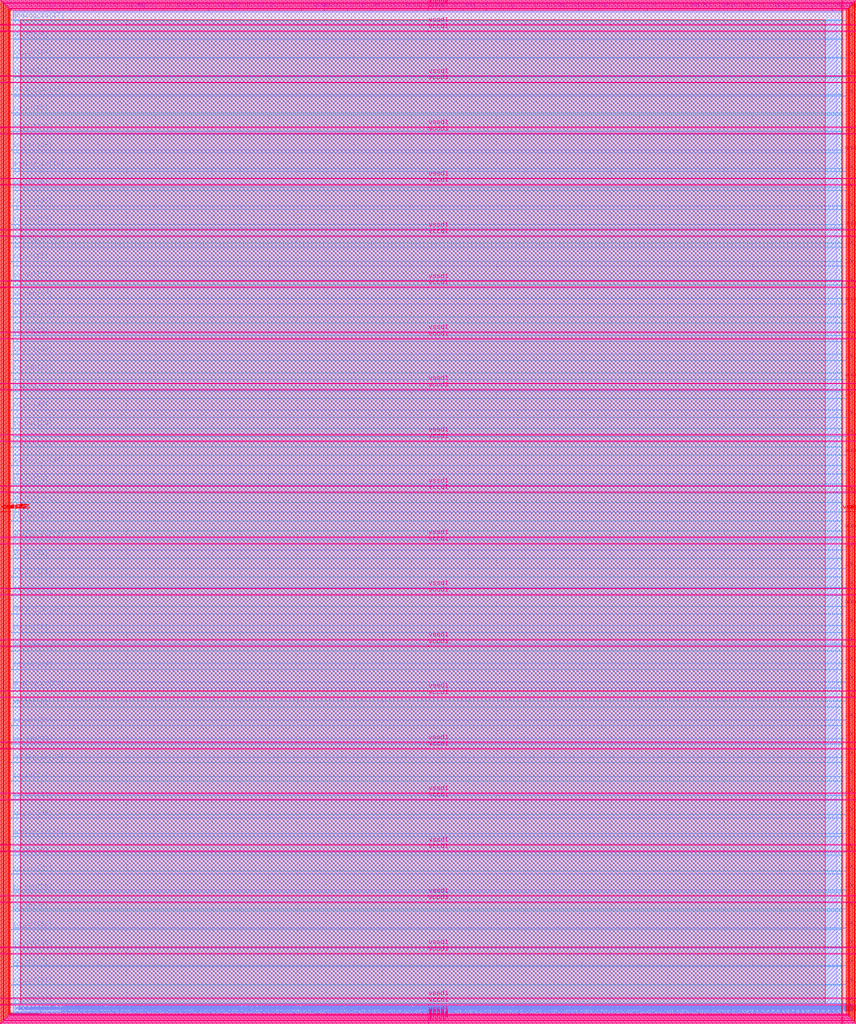
<source format=lef>
VERSION 5.7 ;
  NOWIREEXTENSIONATPIN ON ;
  DIVIDERCHAR "/" ;
  BUSBITCHARS "[]" ;
MACRO user_project_wrapper
  CLASS BLOCK ;
  FOREIGN user_project_wrapper ;
  ORIGIN 0.000 0.000 ;
  SIZE 2920.000 BY 3520.000 ;
  PIN analog_io[0]
    DIRECTION INOUT ;
    USE SIGNAL ;
    PORT
      LAYER met3 ;
        RECT 2917.600 1426.380 2924.800 1427.580 ;
    END
  END analog_io[0]
  PIN analog_io[10]
    DIRECTION INOUT ;
    USE SIGNAL ;
    PORT
      LAYER met2 ;
        RECT 2230.490 3517.600 2231.050 3524.800 ;
    END
  END analog_io[10]
  PIN analog_io[11]
    DIRECTION INOUT ;
    USE SIGNAL ;
    PORT
      LAYER met2 ;
        RECT 1905.730 3517.600 1906.290 3524.800 ;
    END
  END analog_io[11]
  PIN analog_io[12]
    DIRECTION INOUT ;
    USE SIGNAL ;
    PORT
      LAYER met2 ;
        RECT 1581.430 3517.600 1581.990 3524.800 ;
    END
  END analog_io[12]
  PIN analog_io[13]
    DIRECTION INOUT ;
    USE SIGNAL ;
    PORT
      LAYER met2 ;
        RECT 1257.130 3517.600 1257.690 3524.800 ;
    END
  END analog_io[13]
  PIN analog_io[14]
    DIRECTION INOUT ;
    USE SIGNAL ;
    PORT
      LAYER met2 ;
        RECT 932.370 3517.600 932.930 3524.800 ;
    END
  END analog_io[14]
  PIN analog_io[15]
    DIRECTION INOUT ;
    USE SIGNAL ;
    PORT
      LAYER met2 ;
        RECT 608.070 3517.600 608.630 3524.800 ;
    END
  END analog_io[15]
  PIN analog_io[16]
    DIRECTION INOUT ;
    USE SIGNAL ;
    PORT
      LAYER met2 ;
        RECT 283.770 3517.600 284.330 3524.800 ;
    END
  END analog_io[16]
  PIN analog_io[17]
    DIRECTION INOUT ;
    USE SIGNAL ;
    PORT
      LAYER met3 ;
        RECT -4.800 3486.100 2.400 3487.300 ;
    END
  END analog_io[17]
  PIN analog_io[18]
    DIRECTION INOUT ;
    USE SIGNAL ;
    PORT
      LAYER met3 ;
        RECT -4.800 3224.980 2.400 3226.180 ;
    END
  END analog_io[18]
  PIN analog_io[19]
    DIRECTION INOUT ;
    USE SIGNAL ;
    PORT
      LAYER met3 ;
        RECT -4.800 2964.540 2.400 2965.740 ;
    END
  END analog_io[19]
  PIN analog_io[1]
    DIRECTION INOUT ;
    USE SIGNAL ;
    PORT
      LAYER met3 ;
        RECT 2917.600 1692.260 2924.800 1693.460 ;
    END
  END analog_io[1]
  PIN analog_io[20]
    DIRECTION INOUT ;
    USE SIGNAL ;
    PORT
      LAYER met3 ;
        RECT -4.800 2703.420 2.400 2704.620 ;
    END
  END analog_io[20]
  PIN analog_io[21]
    DIRECTION INOUT ;
    USE SIGNAL ;
    PORT
      LAYER met3 ;
        RECT -4.800 2442.980 2.400 2444.180 ;
    END
  END analog_io[21]
  PIN analog_io[22]
    DIRECTION INOUT ;
    USE SIGNAL ;
    PORT
      LAYER met3 ;
        RECT -4.800 2182.540 2.400 2183.740 ;
    END
  END analog_io[22]
  PIN analog_io[23]
    DIRECTION INOUT ;
    USE SIGNAL ;
    PORT
      LAYER met3 ;
        RECT -4.800 1921.420 2.400 1922.620 ;
    END
  END analog_io[23]
  PIN analog_io[24]
    DIRECTION INOUT ;
    USE SIGNAL ;
    PORT
      LAYER met3 ;
        RECT -4.800 1660.980 2.400 1662.180 ;
    END
  END analog_io[24]
  PIN analog_io[25]
    DIRECTION INOUT ;
    USE SIGNAL ;
    PORT
      LAYER met3 ;
        RECT -4.800 1399.860 2.400 1401.060 ;
    END
  END analog_io[25]
  PIN analog_io[26]
    DIRECTION INOUT ;
    USE SIGNAL ;
    PORT
      LAYER met3 ;
        RECT -4.800 1139.420 2.400 1140.620 ;
    END
  END analog_io[26]
  PIN analog_io[27]
    DIRECTION INOUT ;
    USE SIGNAL ;
    PORT
      LAYER met3 ;
        RECT -4.800 878.980 2.400 880.180 ;
    END
  END analog_io[27]
  PIN analog_io[28]
    DIRECTION INOUT ;
    USE SIGNAL ;
    PORT
      LAYER met3 ;
        RECT -4.800 617.860 2.400 619.060 ;
    END
  END analog_io[28]
  PIN analog_io[2]
    DIRECTION INOUT ;
    USE SIGNAL ;
    PORT
      LAYER met3 ;
        RECT 2917.600 1958.140 2924.800 1959.340 ;
    END
  END analog_io[2]
  PIN analog_io[3]
    DIRECTION INOUT ;
    USE SIGNAL ;
    PORT
      LAYER met3 ;
        RECT 2917.600 2223.340 2924.800 2224.540 ;
    END
  END analog_io[3]
  PIN analog_io[4]
    DIRECTION INOUT ;
    USE SIGNAL ;
    PORT
      LAYER met3 ;
        RECT 2917.600 2489.220 2924.800 2490.420 ;
    END
  END analog_io[4]
  PIN analog_io[5]
    DIRECTION INOUT ;
    USE SIGNAL ;
    PORT
      LAYER met3 ;
        RECT 2917.600 2755.100 2924.800 2756.300 ;
    END
  END analog_io[5]
  PIN analog_io[6]
    DIRECTION INOUT ;
    USE SIGNAL ;
    PORT
      LAYER met3 ;
        RECT 2917.600 3020.300 2924.800 3021.500 ;
    END
  END analog_io[6]
  PIN analog_io[7]
    DIRECTION INOUT ;
    USE SIGNAL ;
    PORT
      LAYER met3 ;
        RECT 2917.600 3286.180 2924.800 3287.380 ;
    END
  END analog_io[7]
  PIN analog_io[8]
    DIRECTION INOUT ;
    USE SIGNAL ;
    PORT
      LAYER met2 ;
        RECT 2879.090 3517.600 2879.650 3524.800 ;
    END
  END analog_io[8]
  PIN analog_io[9]
    DIRECTION INOUT ;
    USE SIGNAL ;
    PORT
      LAYER met2 ;
        RECT 2554.790 3517.600 2555.350 3524.800 ;
    END
  END analog_io[9]
  PIN io_in[0]
    DIRECTION INPUT ;
    USE SIGNAL ;
    PORT
      LAYER met3 ;
        RECT 2917.600 32.380 2924.800 33.580 ;
    END
  END io_in[0]
  PIN io_in[10]
    DIRECTION INPUT ;
    USE SIGNAL ;
    PORT
      LAYER met3 ;
        RECT 2917.600 2289.980 2924.800 2291.180 ;
    END
  END io_in[10]
  PIN io_in[11]
    DIRECTION INPUT ;
    USE SIGNAL ;
    PORT
      LAYER met3 ;
        RECT 2917.600 2555.860 2924.800 2557.060 ;
    END
  END io_in[11]
  PIN io_in[12]
    DIRECTION INPUT ;
    USE SIGNAL ;
    PORT
      LAYER met3 ;
        RECT 2917.600 2821.060 2924.800 2822.260 ;
    END
  END io_in[12]
  PIN io_in[13]
    DIRECTION INPUT ;
    USE SIGNAL ;
    PORT
      LAYER met3 ;
        RECT 2917.600 3086.940 2924.800 3088.140 ;
    END
  END io_in[13]
  PIN io_in[14]
    DIRECTION INPUT ;
    USE SIGNAL ;
    PORT
      LAYER met3 ;
        RECT 2917.600 3352.820 2924.800 3354.020 ;
    END
  END io_in[14]
  PIN io_in[15]
    DIRECTION INPUT ;
    USE SIGNAL ;
    PORT
      LAYER met2 ;
        RECT 2798.130 3517.600 2798.690 3524.800 ;
    END
  END io_in[15]
  PIN io_in[16]
    DIRECTION INPUT ;
    USE SIGNAL ;
    PORT
      LAYER met2 ;
        RECT 2473.830 3517.600 2474.390 3524.800 ;
    END
  END io_in[16]
  PIN io_in[17]
    DIRECTION INPUT ;
    USE SIGNAL ;
    PORT
      LAYER met2 ;
        RECT 2149.070 3517.600 2149.630 3524.800 ;
    END
  END io_in[17]
  PIN io_in[18]
    DIRECTION INPUT ;
    USE SIGNAL ;
    PORT
      LAYER met2 ;
        RECT 1824.770 3517.600 1825.330 3524.800 ;
    END
  END io_in[18]
  PIN io_in[19]
    DIRECTION INPUT ;
    USE SIGNAL ;
    PORT
      LAYER met2 ;
        RECT 1500.470 3517.600 1501.030 3524.800 ;
    END
  END io_in[19]
  PIN io_in[1]
    DIRECTION INPUT ;
    USE SIGNAL ;
    PORT
      LAYER met3 ;
        RECT 2917.600 230.940 2924.800 232.140 ;
    END
  END io_in[1]
  PIN io_in[20]
    DIRECTION INPUT ;
    USE SIGNAL ;
    PORT
      LAYER met2 ;
        RECT 1175.710 3517.600 1176.270 3524.800 ;
    END
  END io_in[20]
  PIN io_in[21]
    DIRECTION INPUT ;
    USE SIGNAL ;
    PORT
      LAYER met2 ;
        RECT 851.410 3517.600 851.970 3524.800 ;
    END
  END io_in[21]
  PIN io_in[22]
    DIRECTION INPUT ;
    USE SIGNAL ;
    PORT
      LAYER met2 ;
        RECT 527.110 3517.600 527.670 3524.800 ;
    END
  END io_in[22]
  PIN io_in[23]
    DIRECTION INPUT ;
    USE SIGNAL ;
    PORT
      LAYER met2 ;
        RECT 202.350 3517.600 202.910 3524.800 ;
    END
  END io_in[23]
  PIN io_in[24]
    DIRECTION INPUT ;
    USE SIGNAL ;
    PORT
      LAYER met3 ;
        RECT -4.800 3420.820 2.400 3422.020 ;
    END
  END io_in[24]
  PIN io_in[25]
    DIRECTION INPUT ;
    USE SIGNAL ;
    PORT
      LAYER met3 ;
        RECT -4.800 3159.700 2.400 3160.900 ;
    END
  END io_in[25]
  PIN io_in[26]
    DIRECTION INPUT ;
    USE SIGNAL ;
    PORT
      LAYER met3 ;
        RECT -4.800 2899.260 2.400 2900.460 ;
    END
  END io_in[26]
  PIN io_in[27]
    DIRECTION INPUT ;
    USE SIGNAL ;
    PORT
      LAYER met3 ;
        RECT -4.800 2638.820 2.400 2640.020 ;
    END
  END io_in[27]
  PIN io_in[28]
    DIRECTION INPUT ;
    USE SIGNAL ;
    PORT
      LAYER met3 ;
        RECT -4.800 2377.700 2.400 2378.900 ;
    END
  END io_in[28]
  PIN io_in[29]
    DIRECTION INPUT ;
    USE SIGNAL ;
    PORT
      LAYER met3 ;
        RECT -4.800 2117.260 2.400 2118.460 ;
    END
  END io_in[29]
  PIN io_in[2]
    DIRECTION INPUT ;
    USE SIGNAL ;
    PORT
      LAYER met3 ;
        RECT 2917.600 430.180 2924.800 431.380 ;
    END
  END io_in[2]
  PIN io_in[30]
    DIRECTION INPUT ;
    USE SIGNAL ;
    PORT
      LAYER met3 ;
        RECT -4.800 1856.140 2.400 1857.340 ;
    END
  END io_in[30]
  PIN io_in[31]
    DIRECTION INPUT ;
    USE SIGNAL ;
    PORT
      LAYER met3 ;
        RECT -4.800 1595.700 2.400 1596.900 ;
    END
  END io_in[31]
  PIN io_in[32]
    DIRECTION INPUT ;
    USE SIGNAL ;
    PORT
      LAYER met3 ;
        RECT -4.800 1335.260 2.400 1336.460 ;
    END
  END io_in[32]
  PIN io_in[33]
    DIRECTION INPUT ;
    USE SIGNAL ;
    PORT
      LAYER met3 ;
        RECT -4.800 1074.140 2.400 1075.340 ;
    END
  END io_in[33]
  PIN io_in[34]
    DIRECTION INPUT ;
    USE SIGNAL ;
    PORT
      LAYER met3 ;
        RECT -4.800 813.700 2.400 814.900 ;
    END
  END io_in[34]
  PIN io_in[35]
    DIRECTION INPUT ;
    USE SIGNAL ;
    PORT
      LAYER met3 ;
        RECT -4.800 552.580 2.400 553.780 ;
    END
  END io_in[35]
  PIN io_in[36]
    DIRECTION INPUT ;
    USE SIGNAL ;
    PORT
      LAYER met3 ;
        RECT -4.800 357.420 2.400 358.620 ;
    END
  END io_in[36]
  PIN io_in[37]
    DIRECTION INPUT ;
    USE SIGNAL ;
    PORT
      LAYER met3 ;
        RECT -4.800 161.580 2.400 162.780 ;
    END
  END io_in[37]
  PIN io_in[3]
    DIRECTION INPUT ;
    USE SIGNAL ;
    PORT
      LAYER met3 ;
        RECT 2917.600 629.420 2924.800 630.620 ;
    END
  END io_in[3]
  PIN io_in[4]
    DIRECTION INPUT ;
    USE SIGNAL ;
    PORT
      LAYER met3 ;
        RECT 2917.600 828.660 2924.800 829.860 ;
    END
  END io_in[4]
  PIN io_in[5]
    DIRECTION INPUT ;
    USE SIGNAL ;
    PORT
      LAYER met3 ;
        RECT 2917.600 1027.900 2924.800 1029.100 ;
    END
  END io_in[5]
  PIN io_in[6]
    DIRECTION INPUT ;
    USE SIGNAL ;
    PORT
      LAYER met3 ;
        RECT 2917.600 1227.140 2924.800 1228.340 ;
    END
  END io_in[6]
  PIN io_in[7]
    DIRECTION INPUT ;
    USE SIGNAL ;
    PORT
      LAYER met3 ;
        RECT 2917.600 1493.020 2924.800 1494.220 ;
    END
  END io_in[7]
  PIN io_in[8]
    DIRECTION INPUT ;
    USE SIGNAL ;
    PORT
      LAYER met3 ;
        RECT 2917.600 1758.900 2924.800 1760.100 ;
    END
  END io_in[8]
  PIN io_in[9]
    DIRECTION INPUT ;
    USE SIGNAL ;
    PORT
      LAYER met3 ;
        RECT 2917.600 2024.100 2924.800 2025.300 ;
    END
  END io_in[9]
  PIN io_oeb[0]
    DIRECTION OUTPUT TRISTATE ;
    USE SIGNAL ;
    PORT
      LAYER met3 ;
        RECT 2917.600 164.980 2924.800 166.180 ;
    END
  END io_oeb[0]
  PIN io_oeb[10]
    DIRECTION OUTPUT TRISTATE ;
    USE SIGNAL ;
    PORT
      LAYER met3 ;
        RECT 2917.600 2422.580 2924.800 2423.780 ;
    END
  END io_oeb[10]
  PIN io_oeb[11]
    DIRECTION OUTPUT TRISTATE ;
    USE SIGNAL ;
    PORT
      LAYER met3 ;
        RECT 2917.600 2688.460 2924.800 2689.660 ;
    END
  END io_oeb[11]
  PIN io_oeb[12]
    DIRECTION OUTPUT TRISTATE ;
    USE SIGNAL ;
    PORT
      LAYER met3 ;
        RECT 2917.600 2954.340 2924.800 2955.540 ;
    END
  END io_oeb[12]
  PIN io_oeb[13]
    DIRECTION OUTPUT TRISTATE ;
    USE SIGNAL ;
    PORT
      LAYER met3 ;
        RECT 2917.600 3219.540 2924.800 3220.740 ;
    END
  END io_oeb[13]
  PIN io_oeb[14]
    DIRECTION OUTPUT TRISTATE ;
    USE SIGNAL ;
    PORT
      LAYER met3 ;
        RECT 2917.600 3485.420 2924.800 3486.620 ;
    END
  END io_oeb[14]
  PIN io_oeb[15]
    DIRECTION OUTPUT TRISTATE ;
    USE SIGNAL ;
    PORT
      LAYER met2 ;
        RECT 2635.750 3517.600 2636.310 3524.800 ;
    END
  END io_oeb[15]
  PIN io_oeb[16]
    DIRECTION OUTPUT TRISTATE ;
    USE SIGNAL ;
    PORT
      LAYER met2 ;
        RECT 2311.450 3517.600 2312.010 3524.800 ;
    END
  END io_oeb[16]
  PIN io_oeb[17]
    DIRECTION OUTPUT TRISTATE ;
    USE SIGNAL ;
    PORT
      LAYER met2 ;
        RECT 1987.150 3517.600 1987.710 3524.800 ;
    END
  END io_oeb[17]
  PIN io_oeb[18]
    DIRECTION OUTPUT TRISTATE ;
    USE SIGNAL ;
    PORT
      LAYER met2 ;
        RECT 1662.390 3517.600 1662.950 3524.800 ;
    END
  END io_oeb[18]
  PIN io_oeb[19]
    DIRECTION OUTPUT TRISTATE ;
    USE SIGNAL ;
    PORT
      LAYER met2 ;
        RECT 1338.090 3517.600 1338.650 3524.800 ;
    END
  END io_oeb[19]
  PIN io_oeb[1]
    DIRECTION OUTPUT TRISTATE ;
    USE SIGNAL ;
    PORT
      LAYER met3 ;
        RECT 2917.600 364.220 2924.800 365.420 ;
    END
  END io_oeb[1]
  PIN io_oeb[20]
    DIRECTION OUTPUT TRISTATE ;
    USE SIGNAL ;
    PORT
      LAYER met2 ;
        RECT 1013.790 3517.600 1014.350 3524.800 ;
    END
  END io_oeb[20]
  PIN io_oeb[21]
    DIRECTION OUTPUT TRISTATE ;
    USE SIGNAL ;
    PORT
      LAYER met2 ;
        RECT 689.030 3517.600 689.590 3524.800 ;
    END
  END io_oeb[21]
  PIN io_oeb[22]
    DIRECTION OUTPUT TRISTATE ;
    USE SIGNAL ;
    PORT
      LAYER met2 ;
        RECT 364.730 3517.600 365.290 3524.800 ;
    END
  END io_oeb[22]
  PIN io_oeb[23]
    DIRECTION OUTPUT TRISTATE ;
    USE SIGNAL ;
    PORT
      LAYER met2 ;
        RECT 40.430 3517.600 40.990 3524.800 ;
    END
  END io_oeb[23]
  PIN io_oeb[24]
    DIRECTION OUTPUT TRISTATE ;
    USE SIGNAL ;
    PORT
      LAYER met3 ;
        RECT -4.800 3290.260 2.400 3291.460 ;
    END
  END io_oeb[24]
  PIN io_oeb[25]
    DIRECTION OUTPUT TRISTATE ;
    USE SIGNAL ;
    PORT
      LAYER met3 ;
        RECT -4.800 3029.820 2.400 3031.020 ;
    END
  END io_oeb[25]
  PIN io_oeb[26]
    DIRECTION OUTPUT TRISTATE ;
    USE SIGNAL ;
    PORT
      LAYER met3 ;
        RECT -4.800 2768.700 2.400 2769.900 ;
    END
  END io_oeb[26]
  PIN io_oeb[27]
    DIRECTION OUTPUT TRISTATE ;
    USE SIGNAL ;
    PORT
      LAYER met3 ;
        RECT -4.800 2508.260 2.400 2509.460 ;
    END
  END io_oeb[27]
  PIN io_oeb[28]
    DIRECTION OUTPUT TRISTATE ;
    USE SIGNAL ;
    PORT
      LAYER met3 ;
        RECT -4.800 2247.140 2.400 2248.340 ;
    END
  END io_oeb[28]
  PIN io_oeb[29]
    DIRECTION OUTPUT TRISTATE ;
    USE SIGNAL ;
    PORT
      LAYER met3 ;
        RECT -4.800 1986.700 2.400 1987.900 ;
    END
  END io_oeb[29]
  PIN io_oeb[2]
    DIRECTION OUTPUT TRISTATE ;
    USE SIGNAL ;
    PORT
      LAYER met3 ;
        RECT 2917.600 563.460 2924.800 564.660 ;
    END
  END io_oeb[2]
  PIN io_oeb[30]
    DIRECTION OUTPUT TRISTATE ;
    USE SIGNAL ;
    PORT
      LAYER met3 ;
        RECT -4.800 1726.260 2.400 1727.460 ;
    END
  END io_oeb[30]
  PIN io_oeb[31]
    DIRECTION OUTPUT TRISTATE ;
    USE SIGNAL ;
    PORT
      LAYER met3 ;
        RECT -4.800 1465.140 2.400 1466.340 ;
    END
  END io_oeb[31]
  PIN io_oeb[32]
    DIRECTION OUTPUT TRISTATE ;
    USE SIGNAL ;
    PORT
      LAYER met3 ;
        RECT -4.800 1204.700 2.400 1205.900 ;
    END
  END io_oeb[32]
  PIN io_oeb[33]
    DIRECTION OUTPUT TRISTATE ;
    USE SIGNAL ;
    PORT
      LAYER met3 ;
        RECT -4.800 943.580 2.400 944.780 ;
    END
  END io_oeb[33]
  PIN io_oeb[34]
    DIRECTION OUTPUT TRISTATE ;
    USE SIGNAL ;
    PORT
      LAYER met3 ;
        RECT -4.800 683.140 2.400 684.340 ;
    END
  END io_oeb[34]
  PIN io_oeb[35]
    DIRECTION OUTPUT TRISTATE ;
    USE SIGNAL ;
    PORT
      LAYER met3 ;
        RECT -4.800 422.700 2.400 423.900 ;
    END
  END io_oeb[35]
  PIN io_oeb[36]
    DIRECTION OUTPUT TRISTATE ;
    USE SIGNAL ;
    PORT
      LAYER met3 ;
        RECT -4.800 226.860 2.400 228.060 ;
    END
  END io_oeb[36]
  PIN io_oeb[37]
    DIRECTION OUTPUT TRISTATE ;
    USE SIGNAL ;
    PORT
      LAYER met3 ;
        RECT -4.800 31.700 2.400 32.900 ;
    END
  END io_oeb[37]
  PIN io_oeb[3]
    DIRECTION OUTPUT TRISTATE ;
    USE SIGNAL ;
    PORT
      LAYER met3 ;
        RECT 2917.600 762.700 2924.800 763.900 ;
    END
  END io_oeb[3]
  PIN io_oeb[4]
    DIRECTION OUTPUT TRISTATE ;
    USE SIGNAL ;
    PORT
      LAYER met3 ;
        RECT 2917.600 961.940 2924.800 963.140 ;
    END
  END io_oeb[4]
  PIN io_oeb[5]
    DIRECTION OUTPUT TRISTATE ;
    USE SIGNAL ;
    PORT
      LAYER met3 ;
        RECT 2917.600 1161.180 2924.800 1162.380 ;
    END
  END io_oeb[5]
  PIN io_oeb[6]
    DIRECTION OUTPUT TRISTATE ;
    USE SIGNAL ;
    PORT
      LAYER met3 ;
        RECT 2917.600 1360.420 2924.800 1361.620 ;
    END
  END io_oeb[6]
  PIN io_oeb[7]
    DIRECTION OUTPUT TRISTATE ;
    USE SIGNAL ;
    PORT
      LAYER met3 ;
        RECT 2917.600 1625.620 2924.800 1626.820 ;
    END
  END io_oeb[7]
  PIN io_oeb[8]
    DIRECTION OUTPUT TRISTATE ;
    USE SIGNAL ;
    PORT
      LAYER met3 ;
        RECT 2917.600 1891.500 2924.800 1892.700 ;
    END
  END io_oeb[8]
  PIN io_oeb[9]
    DIRECTION OUTPUT TRISTATE ;
    USE SIGNAL ;
    PORT
      LAYER met3 ;
        RECT 2917.600 2157.380 2924.800 2158.580 ;
    END
  END io_oeb[9]
  PIN io_out[0]
    DIRECTION OUTPUT TRISTATE ;
    USE SIGNAL ;
    PORT
      LAYER met3 ;
        RECT 2917.600 98.340 2924.800 99.540 ;
    END
  END io_out[0]
  PIN io_out[10]
    DIRECTION OUTPUT TRISTATE ;
    USE SIGNAL ;
    PORT
      LAYER met3 ;
        RECT 2917.600 2356.620 2924.800 2357.820 ;
    END
  END io_out[10]
  PIN io_out[11]
    DIRECTION OUTPUT TRISTATE ;
    USE SIGNAL ;
    PORT
      LAYER met3 ;
        RECT 2917.600 2621.820 2924.800 2623.020 ;
    END
  END io_out[11]
  PIN io_out[12]
    DIRECTION OUTPUT TRISTATE ;
    USE SIGNAL ;
    PORT
      LAYER met3 ;
        RECT 2917.600 2887.700 2924.800 2888.900 ;
    END
  END io_out[12]
  PIN io_out[13]
    DIRECTION OUTPUT TRISTATE ;
    USE SIGNAL ;
    PORT
      LAYER met3 ;
        RECT 2917.600 3153.580 2924.800 3154.780 ;
    END
  END io_out[13]
  PIN io_out[14]
    DIRECTION OUTPUT TRISTATE ;
    USE SIGNAL ;
    PORT
      LAYER met3 ;
        RECT 2917.600 3418.780 2924.800 3419.980 ;
    END
  END io_out[14]
  PIN io_out[15]
    DIRECTION OUTPUT TRISTATE ;
    USE SIGNAL ;
    PORT
      LAYER met2 ;
        RECT 2717.170 3517.600 2717.730 3524.800 ;
    END
  END io_out[15]
  PIN io_out[16]
    DIRECTION OUTPUT TRISTATE ;
    USE SIGNAL ;
    PORT
      LAYER met2 ;
        RECT 2392.410 3517.600 2392.970 3524.800 ;
    END
  END io_out[16]
  PIN io_out[17]
    DIRECTION OUTPUT TRISTATE ;
    USE SIGNAL ;
    PORT
      LAYER met2 ;
        RECT 2068.110 3517.600 2068.670 3524.800 ;
    END
  END io_out[17]
  PIN io_out[18]
    DIRECTION OUTPUT TRISTATE ;
    USE SIGNAL ;
    PORT
      LAYER met2 ;
        RECT 1743.810 3517.600 1744.370 3524.800 ;
    END
  END io_out[18]
  PIN io_out[19]
    DIRECTION OUTPUT TRISTATE ;
    USE SIGNAL ;
    PORT
      LAYER met2 ;
        RECT 1419.050 3517.600 1419.610 3524.800 ;
    END
  END io_out[19]
  PIN io_out[1]
    DIRECTION OUTPUT TRISTATE ;
    USE SIGNAL ;
    PORT
      LAYER met3 ;
        RECT 2917.600 297.580 2924.800 298.780 ;
    END
  END io_out[1]
  PIN io_out[20]
    DIRECTION OUTPUT TRISTATE ;
    USE SIGNAL ;
    PORT
      LAYER met2 ;
        RECT 1094.750 3517.600 1095.310 3524.800 ;
    END
  END io_out[20]
  PIN io_out[21]
    DIRECTION OUTPUT TRISTATE ;
    USE SIGNAL ;
    PORT
      LAYER met2 ;
        RECT 770.450 3517.600 771.010 3524.800 ;
    END
  END io_out[21]
  PIN io_out[22]
    DIRECTION OUTPUT TRISTATE ;
    USE SIGNAL ;
    PORT
      LAYER met2 ;
        RECT 445.690 3517.600 446.250 3524.800 ;
    END
  END io_out[22]
  PIN io_out[23]
    DIRECTION OUTPUT TRISTATE ;
    USE SIGNAL ;
    PORT
      LAYER met2 ;
        RECT 121.390 3517.600 121.950 3524.800 ;
    END
  END io_out[23]
  PIN io_out[24]
    DIRECTION OUTPUT TRISTATE ;
    USE SIGNAL ;
    PORT
      LAYER met3 ;
        RECT -4.800 3355.540 2.400 3356.740 ;
    END
  END io_out[24]
  PIN io_out[25]
    DIRECTION OUTPUT TRISTATE ;
    USE SIGNAL ;
    PORT
      LAYER met3 ;
        RECT -4.800 3095.100 2.400 3096.300 ;
    END
  END io_out[25]
  PIN io_out[26]
    DIRECTION OUTPUT TRISTATE ;
    USE SIGNAL ;
    PORT
      LAYER met3 ;
        RECT -4.800 2833.980 2.400 2835.180 ;
    END
  END io_out[26]
  PIN io_out[27]
    DIRECTION OUTPUT TRISTATE ;
    USE SIGNAL ;
    PORT
      LAYER met3 ;
        RECT -4.800 2573.540 2.400 2574.740 ;
    END
  END io_out[27]
  PIN io_out[28]
    DIRECTION OUTPUT TRISTATE ;
    USE SIGNAL ;
    PORT
      LAYER met3 ;
        RECT -4.800 2312.420 2.400 2313.620 ;
    END
  END io_out[28]
  PIN io_out[29]
    DIRECTION OUTPUT TRISTATE ;
    USE SIGNAL ;
    PORT
      LAYER met3 ;
        RECT -4.800 2051.980 2.400 2053.180 ;
    END
  END io_out[29]
  PIN io_out[2]
    DIRECTION OUTPUT TRISTATE ;
    USE SIGNAL ;
    PORT
      LAYER met3 ;
        RECT 2917.600 496.820 2924.800 498.020 ;
    END
  END io_out[2]
  PIN io_out[30]
    DIRECTION OUTPUT TRISTATE ;
    USE SIGNAL ;
    PORT
      LAYER met3 ;
        RECT -4.800 1791.540 2.400 1792.740 ;
    END
  END io_out[30]
  PIN io_out[31]
    DIRECTION OUTPUT TRISTATE ;
    USE SIGNAL ;
    PORT
      LAYER met3 ;
        RECT -4.800 1530.420 2.400 1531.620 ;
    END
  END io_out[31]
  PIN io_out[32]
    DIRECTION OUTPUT TRISTATE ;
    USE SIGNAL ;
    PORT
      LAYER met3 ;
        RECT -4.800 1269.980 2.400 1271.180 ;
    END
  END io_out[32]
  PIN io_out[33]
    DIRECTION OUTPUT TRISTATE ;
    USE SIGNAL ;
    PORT
      LAYER met3 ;
        RECT -4.800 1008.860 2.400 1010.060 ;
    END
  END io_out[33]
  PIN io_out[34]
    DIRECTION OUTPUT TRISTATE ;
    USE SIGNAL ;
    PORT
      LAYER met3 ;
        RECT -4.800 748.420 2.400 749.620 ;
    END
  END io_out[34]
  PIN io_out[35]
    DIRECTION OUTPUT TRISTATE ;
    USE SIGNAL ;
    PORT
      LAYER met3 ;
        RECT -4.800 487.300 2.400 488.500 ;
    END
  END io_out[35]
  PIN io_out[36]
    DIRECTION OUTPUT TRISTATE ;
    USE SIGNAL ;
    PORT
      LAYER met3 ;
        RECT -4.800 292.140 2.400 293.340 ;
    END
  END io_out[36]
  PIN io_out[37]
    DIRECTION OUTPUT TRISTATE ;
    USE SIGNAL ;
    PORT
      LAYER met3 ;
        RECT -4.800 96.300 2.400 97.500 ;
    END
  END io_out[37]
  PIN io_out[3]
    DIRECTION OUTPUT TRISTATE ;
    USE SIGNAL ;
    PORT
      LAYER met3 ;
        RECT 2917.600 696.060 2924.800 697.260 ;
    END
  END io_out[3]
  PIN io_out[4]
    DIRECTION OUTPUT TRISTATE ;
    USE SIGNAL ;
    PORT
      LAYER met3 ;
        RECT 2917.600 895.300 2924.800 896.500 ;
    END
  END io_out[4]
  PIN io_out[5]
    DIRECTION OUTPUT TRISTATE ;
    USE SIGNAL ;
    PORT
      LAYER met3 ;
        RECT 2917.600 1094.540 2924.800 1095.740 ;
    END
  END io_out[5]
  PIN io_out[6]
    DIRECTION OUTPUT TRISTATE ;
    USE SIGNAL ;
    PORT
      LAYER met3 ;
        RECT 2917.600 1293.780 2924.800 1294.980 ;
    END
  END io_out[6]
  PIN io_out[7]
    DIRECTION OUTPUT TRISTATE ;
    USE SIGNAL ;
    PORT
      LAYER met3 ;
        RECT 2917.600 1559.660 2924.800 1560.860 ;
    END
  END io_out[7]
  PIN io_out[8]
    DIRECTION OUTPUT TRISTATE ;
    USE SIGNAL ;
    PORT
      LAYER met3 ;
        RECT 2917.600 1824.860 2924.800 1826.060 ;
    END
  END io_out[8]
  PIN io_out[9]
    DIRECTION OUTPUT TRISTATE ;
    USE SIGNAL ;
    PORT
      LAYER met3 ;
        RECT 2917.600 2090.740 2924.800 2091.940 ;
    END
  END io_out[9]
  PIN la_data_in[0]
    DIRECTION INPUT ;
    USE SIGNAL ;
    PORT
      LAYER met2 ;
        RECT 629.230 -4.800 629.790 2.400 ;
    END
  END la_data_in[0]
  PIN la_data_in[100]
    DIRECTION INPUT ;
    USE SIGNAL ;
    PORT
      LAYER met2 ;
        RECT 2402.530 -4.800 2403.090 2.400 ;
    END
  END la_data_in[100]
  PIN la_data_in[101]
    DIRECTION INPUT ;
    USE SIGNAL ;
    PORT
      LAYER met2 ;
        RECT 2420.010 -4.800 2420.570 2.400 ;
    END
  END la_data_in[101]
  PIN la_data_in[102]
    DIRECTION INPUT ;
    USE SIGNAL ;
    PORT
      LAYER met2 ;
        RECT 2437.950 -4.800 2438.510 2.400 ;
    END
  END la_data_in[102]
  PIN la_data_in[103]
    DIRECTION INPUT ;
    USE SIGNAL ;
    PORT
      LAYER met2 ;
        RECT 2455.430 -4.800 2455.990 2.400 ;
    END
  END la_data_in[103]
  PIN la_data_in[104]
    DIRECTION INPUT ;
    USE SIGNAL ;
    PORT
      LAYER met2 ;
        RECT 2473.370 -4.800 2473.930 2.400 ;
    END
  END la_data_in[104]
  PIN la_data_in[105]
    DIRECTION INPUT ;
    USE SIGNAL ;
    PORT
      LAYER met2 ;
        RECT 2490.850 -4.800 2491.410 2.400 ;
    END
  END la_data_in[105]
  PIN la_data_in[106]
    DIRECTION INPUT ;
    USE SIGNAL ;
    PORT
      LAYER met2 ;
        RECT 2508.790 -4.800 2509.350 2.400 ;
    END
  END la_data_in[106]
  PIN la_data_in[107]
    DIRECTION INPUT ;
    USE SIGNAL ;
    PORT
      LAYER met2 ;
        RECT 2526.730 -4.800 2527.290 2.400 ;
    END
  END la_data_in[107]
  PIN la_data_in[108]
    DIRECTION INPUT ;
    USE SIGNAL ;
    PORT
      LAYER met2 ;
        RECT 2544.210 -4.800 2544.770 2.400 ;
    END
  END la_data_in[108]
  PIN la_data_in[109]
    DIRECTION INPUT ;
    USE SIGNAL ;
    PORT
      LAYER met2 ;
        RECT 2562.150 -4.800 2562.710 2.400 ;
    END
  END la_data_in[109]
  PIN la_data_in[10]
    DIRECTION INPUT ;
    USE SIGNAL ;
    PORT
      LAYER met2 ;
        RECT 806.330 -4.800 806.890 2.400 ;
    END
  END la_data_in[10]
  PIN la_data_in[110]
    DIRECTION INPUT ;
    USE SIGNAL ;
    PORT
      LAYER met2 ;
        RECT 2579.630 -4.800 2580.190 2.400 ;
    END
  END la_data_in[110]
  PIN la_data_in[111]
    DIRECTION INPUT ;
    USE SIGNAL ;
    PORT
      LAYER met2 ;
        RECT 2597.570 -4.800 2598.130 2.400 ;
    END
  END la_data_in[111]
  PIN la_data_in[112]
    DIRECTION INPUT ;
    USE SIGNAL ;
    PORT
      LAYER met2 ;
        RECT 2615.050 -4.800 2615.610 2.400 ;
    END
  END la_data_in[112]
  PIN la_data_in[113]
    DIRECTION INPUT ;
    USE SIGNAL ;
    PORT
      LAYER met2 ;
        RECT 2632.990 -4.800 2633.550 2.400 ;
    END
  END la_data_in[113]
  PIN la_data_in[114]
    DIRECTION INPUT ;
    USE SIGNAL ;
    PORT
      LAYER met2 ;
        RECT 2650.470 -4.800 2651.030 2.400 ;
    END
  END la_data_in[114]
  PIN la_data_in[115]
    DIRECTION INPUT ;
    USE SIGNAL ;
    PORT
      LAYER met2 ;
        RECT 2668.410 -4.800 2668.970 2.400 ;
    END
  END la_data_in[115]
  PIN la_data_in[116]
    DIRECTION INPUT ;
    USE SIGNAL ;
    PORT
      LAYER met2 ;
        RECT 2685.890 -4.800 2686.450 2.400 ;
    END
  END la_data_in[116]
  PIN la_data_in[117]
    DIRECTION INPUT ;
    USE SIGNAL ;
    PORT
      LAYER met2 ;
        RECT 2703.830 -4.800 2704.390 2.400 ;
    END
  END la_data_in[117]
  PIN la_data_in[118]
    DIRECTION INPUT ;
    USE SIGNAL ;
    PORT
      LAYER met2 ;
        RECT 2721.770 -4.800 2722.330 2.400 ;
    END
  END la_data_in[118]
  PIN la_data_in[119]
    DIRECTION INPUT ;
    USE SIGNAL ;
    PORT
      LAYER met2 ;
        RECT 2739.250 -4.800 2739.810 2.400 ;
    END
  END la_data_in[119]
  PIN la_data_in[11]
    DIRECTION INPUT ;
    USE SIGNAL ;
    PORT
      LAYER met2 ;
        RECT 824.270 -4.800 824.830 2.400 ;
    END
  END la_data_in[11]
  PIN la_data_in[120]
    DIRECTION INPUT ;
    USE SIGNAL ;
    PORT
      LAYER met2 ;
        RECT 2757.190 -4.800 2757.750 2.400 ;
    END
  END la_data_in[120]
  PIN la_data_in[121]
    DIRECTION INPUT ;
    USE SIGNAL ;
    PORT
      LAYER met2 ;
        RECT 2774.670 -4.800 2775.230 2.400 ;
    END
  END la_data_in[121]
  PIN la_data_in[122]
    DIRECTION INPUT ;
    USE SIGNAL ;
    PORT
      LAYER met2 ;
        RECT 2792.610 -4.800 2793.170 2.400 ;
    END
  END la_data_in[122]
  PIN la_data_in[123]
    DIRECTION INPUT ;
    USE SIGNAL ;
    PORT
      LAYER met2 ;
        RECT 2810.090 -4.800 2810.650 2.400 ;
    END
  END la_data_in[123]
  PIN la_data_in[124]
    DIRECTION INPUT ;
    USE SIGNAL ;
    PORT
      LAYER met2 ;
        RECT 2828.030 -4.800 2828.590 2.400 ;
    END
  END la_data_in[124]
  PIN la_data_in[125]
    DIRECTION INPUT ;
    USE SIGNAL ;
    PORT
      LAYER met2 ;
        RECT 2845.510 -4.800 2846.070 2.400 ;
    END
  END la_data_in[125]
  PIN la_data_in[126]
    DIRECTION INPUT ;
    USE SIGNAL ;
    PORT
      LAYER met2 ;
        RECT 2863.450 -4.800 2864.010 2.400 ;
    END
  END la_data_in[126]
  PIN la_data_in[127]
    DIRECTION INPUT ;
    USE SIGNAL ;
    PORT
      LAYER met2 ;
        RECT 2881.390 -4.800 2881.950 2.400 ;
    END
  END la_data_in[127]
  PIN la_data_in[12]
    DIRECTION INPUT ;
    USE SIGNAL ;
    PORT
      LAYER met2 ;
        RECT 841.750 -4.800 842.310 2.400 ;
    END
  END la_data_in[12]
  PIN la_data_in[13]
    DIRECTION INPUT ;
    USE SIGNAL ;
    PORT
      LAYER met2 ;
        RECT 859.690 -4.800 860.250 2.400 ;
    END
  END la_data_in[13]
  PIN la_data_in[14]
    DIRECTION INPUT ;
    USE SIGNAL ;
    PORT
      LAYER met2 ;
        RECT 877.170 -4.800 877.730 2.400 ;
    END
  END la_data_in[14]
  PIN la_data_in[15]
    DIRECTION INPUT ;
    USE SIGNAL ;
    PORT
      LAYER met2 ;
        RECT 895.110 -4.800 895.670 2.400 ;
    END
  END la_data_in[15]
  PIN la_data_in[16]
    DIRECTION INPUT ;
    USE SIGNAL ;
    PORT
      LAYER met2 ;
        RECT 912.590 -4.800 913.150 2.400 ;
    END
  END la_data_in[16]
  PIN la_data_in[17]
    DIRECTION INPUT ;
    USE SIGNAL ;
    PORT
      LAYER met2 ;
        RECT 930.530 -4.800 931.090 2.400 ;
    END
  END la_data_in[17]
  PIN la_data_in[18]
    DIRECTION INPUT ;
    USE SIGNAL ;
    PORT
      LAYER met2 ;
        RECT 948.470 -4.800 949.030 2.400 ;
    END
  END la_data_in[18]
  PIN la_data_in[19]
    DIRECTION INPUT ;
    USE SIGNAL ;
    PORT
      LAYER met2 ;
        RECT 965.950 -4.800 966.510 2.400 ;
    END
  END la_data_in[19]
  PIN la_data_in[1]
    DIRECTION INPUT ;
    USE SIGNAL ;
    PORT
      LAYER met2 ;
        RECT 646.710 -4.800 647.270 2.400 ;
    END
  END la_data_in[1]
  PIN la_data_in[20]
    DIRECTION INPUT ;
    USE SIGNAL ;
    PORT
      LAYER met2 ;
        RECT 983.890 -4.800 984.450 2.400 ;
    END
  END la_data_in[20]
  PIN la_data_in[21]
    DIRECTION INPUT ;
    USE SIGNAL ;
    PORT
      LAYER met2 ;
        RECT 1001.370 -4.800 1001.930 2.400 ;
    END
  END la_data_in[21]
  PIN la_data_in[22]
    DIRECTION INPUT ;
    USE SIGNAL ;
    PORT
      LAYER met2 ;
        RECT 1019.310 -4.800 1019.870 2.400 ;
    END
  END la_data_in[22]
  PIN la_data_in[23]
    DIRECTION INPUT ;
    USE SIGNAL ;
    PORT
      LAYER met2 ;
        RECT 1036.790 -4.800 1037.350 2.400 ;
    END
  END la_data_in[23]
  PIN la_data_in[24]
    DIRECTION INPUT ;
    USE SIGNAL ;
    PORT
      LAYER met2 ;
        RECT 1054.730 -4.800 1055.290 2.400 ;
    END
  END la_data_in[24]
  PIN la_data_in[25]
    DIRECTION INPUT ;
    USE SIGNAL ;
    PORT
      LAYER met2 ;
        RECT 1072.210 -4.800 1072.770 2.400 ;
    END
  END la_data_in[25]
  PIN la_data_in[26]
    DIRECTION INPUT ;
    USE SIGNAL ;
    PORT
      LAYER met2 ;
        RECT 1090.150 -4.800 1090.710 2.400 ;
    END
  END la_data_in[26]
  PIN la_data_in[27]
    DIRECTION INPUT ;
    USE SIGNAL ;
    PORT
      LAYER met2 ;
        RECT 1107.630 -4.800 1108.190 2.400 ;
    END
  END la_data_in[27]
  PIN la_data_in[28]
    DIRECTION INPUT ;
    USE SIGNAL ;
    PORT
      LAYER met2 ;
        RECT 1125.570 -4.800 1126.130 2.400 ;
    END
  END la_data_in[28]
  PIN la_data_in[29]
    DIRECTION INPUT ;
    USE SIGNAL ;
    PORT
      LAYER met2 ;
        RECT 1143.510 -4.800 1144.070 2.400 ;
    END
  END la_data_in[29]
  PIN la_data_in[2]
    DIRECTION INPUT ;
    USE SIGNAL ;
    PORT
      LAYER met2 ;
        RECT 664.650 -4.800 665.210 2.400 ;
    END
  END la_data_in[2]
  PIN la_data_in[30]
    DIRECTION INPUT ;
    USE SIGNAL ;
    PORT
      LAYER met2 ;
        RECT 1160.990 -4.800 1161.550 2.400 ;
    END
  END la_data_in[30]
  PIN la_data_in[31]
    DIRECTION INPUT ;
    USE SIGNAL ;
    PORT
      LAYER met2 ;
        RECT 1178.930 -4.800 1179.490 2.400 ;
    END
  END la_data_in[31]
  PIN la_data_in[32]
    DIRECTION INPUT ;
    USE SIGNAL ;
    PORT
      LAYER met2 ;
        RECT 1196.410 -4.800 1196.970 2.400 ;
    END
  END la_data_in[32]
  PIN la_data_in[33]
    DIRECTION INPUT ;
    USE SIGNAL ;
    PORT
      LAYER met2 ;
        RECT 1214.350 -4.800 1214.910 2.400 ;
    END
  END la_data_in[33]
  PIN la_data_in[34]
    DIRECTION INPUT ;
    USE SIGNAL ;
    PORT
      LAYER met2 ;
        RECT 1231.830 -4.800 1232.390 2.400 ;
    END
  END la_data_in[34]
  PIN la_data_in[35]
    DIRECTION INPUT ;
    USE SIGNAL ;
    PORT
      LAYER met2 ;
        RECT 1249.770 -4.800 1250.330 2.400 ;
    END
  END la_data_in[35]
  PIN la_data_in[36]
    DIRECTION INPUT ;
    USE SIGNAL ;
    PORT
      LAYER met2 ;
        RECT 1267.250 -4.800 1267.810 2.400 ;
    END
  END la_data_in[36]
  PIN la_data_in[37]
    DIRECTION INPUT ;
    USE SIGNAL ;
    PORT
      LAYER met2 ;
        RECT 1285.190 -4.800 1285.750 2.400 ;
    END
  END la_data_in[37]
  PIN la_data_in[38]
    DIRECTION INPUT ;
    USE SIGNAL ;
    PORT
      LAYER met2 ;
        RECT 1303.130 -4.800 1303.690 2.400 ;
    END
  END la_data_in[38]
  PIN la_data_in[39]
    DIRECTION INPUT ;
    USE SIGNAL ;
    PORT
      LAYER met2 ;
        RECT 1320.610 -4.800 1321.170 2.400 ;
    END
  END la_data_in[39]
  PIN la_data_in[3]
    DIRECTION INPUT ;
    USE SIGNAL ;
    PORT
      LAYER met2 ;
        RECT 682.130 -4.800 682.690 2.400 ;
    END
  END la_data_in[3]
  PIN la_data_in[40]
    DIRECTION INPUT ;
    USE SIGNAL ;
    PORT
      LAYER met2 ;
        RECT 1338.550 -4.800 1339.110 2.400 ;
    END
  END la_data_in[40]
  PIN la_data_in[41]
    DIRECTION INPUT ;
    USE SIGNAL ;
    PORT
      LAYER met2 ;
        RECT 1356.030 -4.800 1356.590 2.400 ;
    END
  END la_data_in[41]
  PIN la_data_in[42]
    DIRECTION INPUT ;
    USE SIGNAL ;
    PORT
      LAYER met2 ;
        RECT 1373.970 -4.800 1374.530 2.400 ;
    END
  END la_data_in[42]
  PIN la_data_in[43]
    DIRECTION INPUT ;
    USE SIGNAL ;
    PORT
      LAYER met2 ;
        RECT 1391.450 -4.800 1392.010 2.400 ;
    END
  END la_data_in[43]
  PIN la_data_in[44]
    DIRECTION INPUT ;
    USE SIGNAL ;
    PORT
      LAYER met2 ;
        RECT 1409.390 -4.800 1409.950 2.400 ;
    END
  END la_data_in[44]
  PIN la_data_in[45]
    DIRECTION INPUT ;
    USE SIGNAL ;
    PORT
      LAYER met2 ;
        RECT 1426.870 -4.800 1427.430 2.400 ;
    END
  END la_data_in[45]
  PIN la_data_in[46]
    DIRECTION INPUT ;
    USE SIGNAL ;
    PORT
      LAYER met2 ;
        RECT 1444.810 -4.800 1445.370 2.400 ;
    END
  END la_data_in[46]
  PIN la_data_in[47]
    DIRECTION INPUT ;
    USE SIGNAL ;
    PORT
      LAYER met2 ;
        RECT 1462.750 -4.800 1463.310 2.400 ;
    END
  END la_data_in[47]
  PIN la_data_in[48]
    DIRECTION INPUT ;
    USE SIGNAL ;
    PORT
      LAYER met2 ;
        RECT 1480.230 -4.800 1480.790 2.400 ;
    END
  END la_data_in[48]
  PIN la_data_in[49]
    DIRECTION INPUT ;
    USE SIGNAL ;
    PORT
      LAYER met2 ;
        RECT 1498.170 -4.800 1498.730 2.400 ;
    END
  END la_data_in[49]
  PIN la_data_in[4]
    DIRECTION INPUT ;
    USE SIGNAL ;
    PORT
      LAYER met2 ;
        RECT 700.070 -4.800 700.630 2.400 ;
    END
  END la_data_in[4]
  PIN la_data_in[50]
    DIRECTION INPUT ;
    USE SIGNAL ;
    PORT
      LAYER met2 ;
        RECT 1515.650 -4.800 1516.210 2.400 ;
    END
  END la_data_in[50]
  PIN la_data_in[51]
    DIRECTION INPUT ;
    USE SIGNAL ;
    PORT
      LAYER met2 ;
        RECT 1533.590 -4.800 1534.150 2.400 ;
    END
  END la_data_in[51]
  PIN la_data_in[52]
    DIRECTION INPUT ;
    USE SIGNAL ;
    PORT
      LAYER met2 ;
        RECT 1551.070 -4.800 1551.630 2.400 ;
    END
  END la_data_in[52]
  PIN la_data_in[53]
    DIRECTION INPUT ;
    USE SIGNAL ;
    PORT
      LAYER met2 ;
        RECT 1569.010 -4.800 1569.570 2.400 ;
    END
  END la_data_in[53]
  PIN la_data_in[54]
    DIRECTION INPUT ;
    USE SIGNAL ;
    PORT
      LAYER met2 ;
        RECT 1586.490 -4.800 1587.050 2.400 ;
    END
  END la_data_in[54]
  PIN la_data_in[55]
    DIRECTION INPUT ;
    USE SIGNAL ;
    PORT
      LAYER met2 ;
        RECT 1604.430 -4.800 1604.990 2.400 ;
    END
  END la_data_in[55]
  PIN la_data_in[56]
    DIRECTION INPUT ;
    USE SIGNAL ;
    PORT
      LAYER met2 ;
        RECT 1621.910 -4.800 1622.470 2.400 ;
    END
  END la_data_in[56]
  PIN la_data_in[57]
    DIRECTION INPUT ;
    USE SIGNAL ;
    PORT
      LAYER met2 ;
        RECT 1639.850 -4.800 1640.410 2.400 ;
    END
  END la_data_in[57]
  PIN la_data_in[58]
    DIRECTION INPUT ;
    USE SIGNAL ;
    PORT
      LAYER met2 ;
        RECT 1657.790 -4.800 1658.350 2.400 ;
    END
  END la_data_in[58]
  PIN la_data_in[59]
    DIRECTION INPUT ;
    USE SIGNAL ;
    PORT
      LAYER met2 ;
        RECT 1675.270 -4.800 1675.830 2.400 ;
    END
  END la_data_in[59]
  PIN la_data_in[5]
    DIRECTION INPUT ;
    USE SIGNAL ;
    PORT
      LAYER met2 ;
        RECT 717.550 -4.800 718.110 2.400 ;
    END
  END la_data_in[5]
  PIN la_data_in[60]
    DIRECTION INPUT ;
    USE SIGNAL ;
    PORT
      LAYER met2 ;
        RECT 1693.210 -4.800 1693.770 2.400 ;
    END
  END la_data_in[60]
  PIN la_data_in[61]
    DIRECTION INPUT ;
    USE SIGNAL ;
    PORT
      LAYER met2 ;
        RECT 1710.690 -4.800 1711.250 2.400 ;
    END
  END la_data_in[61]
  PIN la_data_in[62]
    DIRECTION INPUT ;
    USE SIGNAL ;
    PORT
      LAYER met2 ;
        RECT 1728.630 -4.800 1729.190 2.400 ;
    END
  END la_data_in[62]
  PIN la_data_in[63]
    DIRECTION INPUT ;
    USE SIGNAL ;
    PORT
      LAYER met2 ;
        RECT 1746.110 -4.800 1746.670 2.400 ;
    END
  END la_data_in[63]
  PIN la_data_in[64]
    DIRECTION INPUT ;
    USE SIGNAL ;
    PORT
      LAYER met2 ;
        RECT 1764.050 -4.800 1764.610 2.400 ;
    END
  END la_data_in[64]
  PIN la_data_in[65]
    DIRECTION INPUT ;
    USE SIGNAL ;
    PORT
      LAYER met2 ;
        RECT 1781.530 -4.800 1782.090 2.400 ;
    END
  END la_data_in[65]
  PIN la_data_in[66]
    DIRECTION INPUT ;
    USE SIGNAL ;
    PORT
      LAYER met2 ;
        RECT 1799.470 -4.800 1800.030 2.400 ;
    END
  END la_data_in[66]
  PIN la_data_in[67]
    DIRECTION INPUT ;
    USE SIGNAL ;
    PORT
      LAYER met2 ;
        RECT 1817.410 -4.800 1817.970 2.400 ;
    END
  END la_data_in[67]
  PIN la_data_in[68]
    DIRECTION INPUT ;
    USE SIGNAL ;
    PORT
      LAYER met2 ;
        RECT 1834.890 -4.800 1835.450 2.400 ;
    END
  END la_data_in[68]
  PIN la_data_in[69]
    DIRECTION INPUT ;
    USE SIGNAL ;
    PORT
      LAYER met2 ;
        RECT 1852.830 -4.800 1853.390 2.400 ;
    END
  END la_data_in[69]
  PIN la_data_in[6]
    DIRECTION INPUT ;
    USE SIGNAL ;
    PORT
      LAYER met2 ;
        RECT 735.490 -4.800 736.050 2.400 ;
    END
  END la_data_in[6]
  PIN la_data_in[70]
    DIRECTION INPUT ;
    USE SIGNAL ;
    PORT
      LAYER met2 ;
        RECT 1870.310 -4.800 1870.870 2.400 ;
    END
  END la_data_in[70]
  PIN la_data_in[71]
    DIRECTION INPUT ;
    USE SIGNAL ;
    PORT
      LAYER met2 ;
        RECT 1888.250 -4.800 1888.810 2.400 ;
    END
  END la_data_in[71]
  PIN la_data_in[72]
    DIRECTION INPUT ;
    USE SIGNAL ;
    PORT
      LAYER met2 ;
        RECT 1905.730 -4.800 1906.290 2.400 ;
    END
  END la_data_in[72]
  PIN la_data_in[73]
    DIRECTION INPUT ;
    USE SIGNAL ;
    PORT
      LAYER met2 ;
        RECT 1923.670 -4.800 1924.230 2.400 ;
    END
  END la_data_in[73]
  PIN la_data_in[74]
    DIRECTION INPUT ;
    USE SIGNAL ;
    PORT
      LAYER met2 ;
        RECT 1941.150 -4.800 1941.710 2.400 ;
    END
  END la_data_in[74]
  PIN la_data_in[75]
    DIRECTION INPUT ;
    USE SIGNAL ;
    PORT
      LAYER met2 ;
        RECT 1959.090 -4.800 1959.650 2.400 ;
    END
  END la_data_in[75]
  PIN la_data_in[76]
    DIRECTION INPUT ;
    USE SIGNAL ;
    PORT
      LAYER met2 ;
        RECT 1976.570 -4.800 1977.130 2.400 ;
    END
  END la_data_in[76]
  PIN la_data_in[77]
    DIRECTION INPUT ;
    USE SIGNAL ;
    PORT
      LAYER met2 ;
        RECT 1994.510 -4.800 1995.070 2.400 ;
    END
  END la_data_in[77]
  PIN la_data_in[78]
    DIRECTION INPUT ;
    USE SIGNAL ;
    PORT
      LAYER met2 ;
        RECT 2012.450 -4.800 2013.010 2.400 ;
    END
  END la_data_in[78]
  PIN la_data_in[79]
    DIRECTION INPUT ;
    USE SIGNAL ;
    PORT
      LAYER met2 ;
        RECT 2029.930 -4.800 2030.490 2.400 ;
    END
  END la_data_in[79]
  PIN la_data_in[7]
    DIRECTION INPUT ;
    USE SIGNAL ;
    PORT
      LAYER met2 ;
        RECT 752.970 -4.800 753.530 2.400 ;
    END
  END la_data_in[7]
  PIN la_data_in[80]
    DIRECTION INPUT ;
    USE SIGNAL ;
    PORT
      LAYER met2 ;
        RECT 2047.870 -4.800 2048.430 2.400 ;
    END
  END la_data_in[80]
  PIN la_data_in[81]
    DIRECTION INPUT ;
    USE SIGNAL ;
    PORT
      LAYER met2 ;
        RECT 2065.350 -4.800 2065.910 2.400 ;
    END
  END la_data_in[81]
  PIN la_data_in[82]
    DIRECTION INPUT ;
    USE SIGNAL ;
    PORT
      LAYER met2 ;
        RECT 2083.290 -4.800 2083.850 2.400 ;
    END
  END la_data_in[82]
  PIN la_data_in[83]
    DIRECTION INPUT ;
    USE SIGNAL ;
    PORT
      LAYER met2 ;
        RECT 2100.770 -4.800 2101.330 2.400 ;
    END
  END la_data_in[83]
  PIN la_data_in[84]
    DIRECTION INPUT ;
    USE SIGNAL ;
    PORT
      LAYER met2 ;
        RECT 2118.710 -4.800 2119.270 2.400 ;
    END
  END la_data_in[84]
  PIN la_data_in[85]
    DIRECTION INPUT ;
    USE SIGNAL ;
    PORT
      LAYER met2 ;
        RECT 2136.190 -4.800 2136.750 2.400 ;
    END
  END la_data_in[85]
  PIN la_data_in[86]
    DIRECTION INPUT ;
    USE SIGNAL ;
    PORT
      LAYER met2 ;
        RECT 2154.130 -4.800 2154.690 2.400 ;
    END
  END la_data_in[86]
  PIN la_data_in[87]
    DIRECTION INPUT ;
    USE SIGNAL ;
    PORT
      LAYER met2 ;
        RECT 2172.070 -4.800 2172.630 2.400 ;
    END
  END la_data_in[87]
  PIN la_data_in[88]
    DIRECTION INPUT ;
    USE SIGNAL ;
    PORT
      LAYER met2 ;
        RECT 2189.550 -4.800 2190.110 2.400 ;
    END
  END la_data_in[88]
  PIN la_data_in[89]
    DIRECTION INPUT ;
    USE SIGNAL ;
    PORT
      LAYER met2 ;
        RECT 2207.490 -4.800 2208.050 2.400 ;
    END
  END la_data_in[89]
  PIN la_data_in[8]
    DIRECTION INPUT ;
    USE SIGNAL ;
    PORT
      LAYER met2 ;
        RECT 770.910 -4.800 771.470 2.400 ;
    END
  END la_data_in[8]
  PIN la_data_in[90]
    DIRECTION INPUT ;
    USE SIGNAL ;
    PORT
      LAYER met2 ;
        RECT 2224.970 -4.800 2225.530 2.400 ;
    END
  END la_data_in[90]
  PIN la_data_in[91]
    DIRECTION INPUT ;
    USE SIGNAL ;
    PORT
      LAYER met2 ;
        RECT 2242.910 -4.800 2243.470 2.400 ;
    END
  END la_data_in[91]
  PIN la_data_in[92]
    DIRECTION INPUT ;
    USE SIGNAL ;
    PORT
      LAYER met2 ;
        RECT 2260.390 -4.800 2260.950 2.400 ;
    END
  END la_data_in[92]
  PIN la_data_in[93]
    DIRECTION INPUT ;
    USE SIGNAL ;
    PORT
      LAYER met2 ;
        RECT 2278.330 -4.800 2278.890 2.400 ;
    END
  END la_data_in[93]
  PIN la_data_in[94]
    DIRECTION INPUT ;
    USE SIGNAL ;
    PORT
      LAYER met2 ;
        RECT 2295.810 -4.800 2296.370 2.400 ;
    END
  END la_data_in[94]
  PIN la_data_in[95]
    DIRECTION INPUT ;
    USE SIGNAL ;
    PORT
      LAYER met2 ;
        RECT 2313.750 -4.800 2314.310 2.400 ;
    END
  END la_data_in[95]
  PIN la_data_in[96]
    DIRECTION INPUT ;
    USE SIGNAL ;
    PORT
      LAYER met2 ;
        RECT 2331.230 -4.800 2331.790 2.400 ;
    END
  END la_data_in[96]
  PIN la_data_in[97]
    DIRECTION INPUT ;
    USE SIGNAL ;
    PORT
      LAYER met2 ;
        RECT 2349.170 -4.800 2349.730 2.400 ;
    END
  END la_data_in[97]
  PIN la_data_in[98]
    DIRECTION INPUT ;
    USE SIGNAL ;
    PORT
      LAYER met2 ;
        RECT 2367.110 -4.800 2367.670 2.400 ;
    END
  END la_data_in[98]
  PIN la_data_in[99]
    DIRECTION INPUT ;
    USE SIGNAL ;
    PORT
      LAYER met2 ;
        RECT 2384.590 -4.800 2385.150 2.400 ;
    END
  END la_data_in[99]
  PIN la_data_in[9]
    DIRECTION INPUT ;
    USE SIGNAL ;
    PORT
      LAYER met2 ;
        RECT 788.850 -4.800 789.410 2.400 ;
    END
  END la_data_in[9]
  PIN la_data_out[0]
    DIRECTION OUTPUT TRISTATE ;
    USE SIGNAL ;
    PORT
      LAYER met2 ;
        RECT 634.750 -4.800 635.310 2.400 ;
    END
  END la_data_out[0]
  PIN la_data_out[100]
    DIRECTION OUTPUT TRISTATE ;
    USE SIGNAL ;
    PORT
      LAYER met2 ;
        RECT 2408.510 -4.800 2409.070 2.400 ;
    END
  END la_data_out[100]
  PIN la_data_out[101]
    DIRECTION OUTPUT TRISTATE ;
    USE SIGNAL ;
    PORT
      LAYER met2 ;
        RECT 2425.990 -4.800 2426.550 2.400 ;
    END
  END la_data_out[101]
  PIN la_data_out[102]
    DIRECTION OUTPUT TRISTATE ;
    USE SIGNAL ;
    PORT
      LAYER met2 ;
        RECT 2443.930 -4.800 2444.490 2.400 ;
    END
  END la_data_out[102]
  PIN la_data_out[103]
    DIRECTION OUTPUT TRISTATE ;
    USE SIGNAL ;
    PORT
      LAYER met2 ;
        RECT 2461.410 -4.800 2461.970 2.400 ;
    END
  END la_data_out[103]
  PIN la_data_out[104]
    DIRECTION OUTPUT TRISTATE ;
    USE SIGNAL ;
    PORT
      LAYER met2 ;
        RECT 2479.350 -4.800 2479.910 2.400 ;
    END
  END la_data_out[104]
  PIN la_data_out[105]
    DIRECTION OUTPUT TRISTATE ;
    USE SIGNAL ;
    PORT
      LAYER met2 ;
        RECT 2496.830 -4.800 2497.390 2.400 ;
    END
  END la_data_out[105]
  PIN la_data_out[106]
    DIRECTION OUTPUT TRISTATE ;
    USE SIGNAL ;
    PORT
      LAYER met2 ;
        RECT 2514.770 -4.800 2515.330 2.400 ;
    END
  END la_data_out[106]
  PIN la_data_out[107]
    DIRECTION OUTPUT TRISTATE ;
    USE SIGNAL ;
    PORT
      LAYER met2 ;
        RECT 2532.250 -4.800 2532.810 2.400 ;
    END
  END la_data_out[107]
  PIN la_data_out[108]
    DIRECTION OUTPUT TRISTATE ;
    USE SIGNAL ;
    PORT
      LAYER met2 ;
        RECT 2550.190 -4.800 2550.750 2.400 ;
    END
  END la_data_out[108]
  PIN la_data_out[109]
    DIRECTION OUTPUT TRISTATE ;
    USE SIGNAL ;
    PORT
      LAYER met2 ;
        RECT 2567.670 -4.800 2568.230 2.400 ;
    END
  END la_data_out[109]
  PIN la_data_out[10]
    DIRECTION OUTPUT TRISTATE ;
    USE SIGNAL ;
    PORT
      LAYER met2 ;
        RECT 812.310 -4.800 812.870 2.400 ;
    END
  END la_data_out[10]
  PIN la_data_out[110]
    DIRECTION OUTPUT TRISTATE ;
    USE SIGNAL ;
    PORT
      LAYER met2 ;
        RECT 2585.610 -4.800 2586.170 2.400 ;
    END
  END la_data_out[110]
  PIN la_data_out[111]
    DIRECTION OUTPUT TRISTATE ;
    USE SIGNAL ;
    PORT
      LAYER met2 ;
        RECT 2603.550 -4.800 2604.110 2.400 ;
    END
  END la_data_out[111]
  PIN la_data_out[112]
    DIRECTION OUTPUT TRISTATE ;
    USE SIGNAL ;
    PORT
      LAYER met2 ;
        RECT 2621.030 -4.800 2621.590 2.400 ;
    END
  END la_data_out[112]
  PIN la_data_out[113]
    DIRECTION OUTPUT TRISTATE ;
    USE SIGNAL ;
    PORT
      LAYER met2 ;
        RECT 2638.970 -4.800 2639.530 2.400 ;
    END
  END la_data_out[113]
  PIN la_data_out[114]
    DIRECTION OUTPUT TRISTATE ;
    USE SIGNAL ;
    PORT
      LAYER met2 ;
        RECT 2656.450 -4.800 2657.010 2.400 ;
    END
  END la_data_out[114]
  PIN la_data_out[115]
    DIRECTION OUTPUT TRISTATE ;
    USE SIGNAL ;
    PORT
      LAYER met2 ;
        RECT 2674.390 -4.800 2674.950 2.400 ;
    END
  END la_data_out[115]
  PIN la_data_out[116]
    DIRECTION OUTPUT TRISTATE ;
    USE SIGNAL ;
    PORT
      LAYER met2 ;
        RECT 2691.870 -4.800 2692.430 2.400 ;
    END
  END la_data_out[116]
  PIN la_data_out[117]
    DIRECTION OUTPUT TRISTATE ;
    USE SIGNAL ;
    PORT
      LAYER met2 ;
        RECT 2709.810 -4.800 2710.370 2.400 ;
    END
  END la_data_out[117]
  PIN la_data_out[118]
    DIRECTION OUTPUT TRISTATE ;
    USE SIGNAL ;
    PORT
      LAYER met2 ;
        RECT 2727.290 -4.800 2727.850 2.400 ;
    END
  END la_data_out[118]
  PIN la_data_out[119]
    DIRECTION OUTPUT TRISTATE ;
    USE SIGNAL ;
    PORT
      LAYER met2 ;
        RECT 2745.230 -4.800 2745.790 2.400 ;
    END
  END la_data_out[119]
  PIN la_data_out[11]
    DIRECTION OUTPUT TRISTATE ;
    USE SIGNAL ;
    PORT
      LAYER met2 ;
        RECT 830.250 -4.800 830.810 2.400 ;
    END
  END la_data_out[11]
  PIN la_data_out[120]
    DIRECTION OUTPUT TRISTATE ;
    USE SIGNAL ;
    PORT
      LAYER met2 ;
        RECT 2763.170 -4.800 2763.730 2.400 ;
    END
  END la_data_out[120]
  PIN la_data_out[121]
    DIRECTION OUTPUT TRISTATE ;
    USE SIGNAL ;
    PORT
      LAYER met2 ;
        RECT 2780.650 -4.800 2781.210 2.400 ;
    END
  END la_data_out[121]
  PIN la_data_out[122]
    DIRECTION OUTPUT TRISTATE ;
    USE SIGNAL ;
    PORT
      LAYER met2 ;
        RECT 2798.590 -4.800 2799.150 2.400 ;
    END
  END la_data_out[122]
  PIN la_data_out[123]
    DIRECTION OUTPUT TRISTATE ;
    USE SIGNAL ;
    PORT
      LAYER met2 ;
        RECT 2816.070 -4.800 2816.630 2.400 ;
    END
  END la_data_out[123]
  PIN la_data_out[124]
    DIRECTION OUTPUT TRISTATE ;
    USE SIGNAL ;
    PORT
      LAYER met2 ;
        RECT 2834.010 -4.800 2834.570 2.400 ;
    END
  END la_data_out[124]
  PIN la_data_out[125]
    DIRECTION OUTPUT TRISTATE ;
    USE SIGNAL ;
    PORT
      LAYER met2 ;
        RECT 2851.490 -4.800 2852.050 2.400 ;
    END
  END la_data_out[125]
  PIN la_data_out[126]
    DIRECTION OUTPUT TRISTATE ;
    USE SIGNAL ;
    PORT
      LAYER met2 ;
        RECT 2869.430 -4.800 2869.990 2.400 ;
    END
  END la_data_out[126]
  PIN la_data_out[127]
    DIRECTION OUTPUT TRISTATE ;
    USE SIGNAL ;
    PORT
      LAYER met2 ;
        RECT 2886.910 -4.800 2887.470 2.400 ;
    END
  END la_data_out[127]
  PIN la_data_out[12]
    DIRECTION OUTPUT TRISTATE ;
    USE SIGNAL ;
    PORT
      LAYER met2 ;
        RECT 847.730 -4.800 848.290 2.400 ;
    END
  END la_data_out[12]
  PIN la_data_out[13]
    DIRECTION OUTPUT TRISTATE ;
    USE SIGNAL ;
    PORT
      LAYER met2 ;
        RECT 865.670 -4.800 866.230 2.400 ;
    END
  END la_data_out[13]
  PIN la_data_out[14]
    DIRECTION OUTPUT TRISTATE ;
    USE SIGNAL ;
    PORT
      LAYER met2 ;
        RECT 883.150 -4.800 883.710 2.400 ;
    END
  END la_data_out[14]
  PIN la_data_out[15]
    DIRECTION OUTPUT TRISTATE ;
    USE SIGNAL ;
    PORT
      LAYER met2 ;
        RECT 901.090 -4.800 901.650 2.400 ;
    END
  END la_data_out[15]
  PIN la_data_out[16]
    DIRECTION OUTPUT TRISTATE ;
    USE SIGNAL ;
    PORT
      LAYER met2 ;
        RECT 918.570 -4.800 919.130 2.400 ;
    END
  END la_data_out[16]
  PIN la_data_out[17]
    DIRECTION OUTPUT TRISTATE ;
    USE SIGNAL ;
    PORT
      LAYER met2 ;
        RECT 936.510 -4.800 937.070 2.400 ;
    END
  END la_data_out[17]
  PIN la_data_out[18]
    DIRECTION OUTPUT TRISTATE ;
    USE SIGNAL ;
    PORT
      LAYER met2 ;
        RECT 953.990 -4.800 954.550 2.400 ;
    END
  END la_data_out[18]
  PIN la_data_out[19]
    DIRECTION OUTPUT TRISTATE ;
    USE SIGNAL ;
    PORT
      LAYER met2 ;
        RECT 971.930 -4.800 972.490 2.400 ;
    END
  END la_data_out[19]
  PIN la_data_out[1]
    DIRECTION OUTPUT TRISTATE ;
    USE SIGNAL ;
    PORT
      LAYER met2 ;
        RECT 652.690 -4.800 653.250 2.400 ;
    END
  END la_data_out[1]
  PIN la_data_out[20]
    DIRECTION OUTPUT TRISTATE ;
    USE SIGNAL ;
    PORT
      LAYER met2 ;
        RECT 989.410 -4.800 989.970 2.400 ;
    END
  END la_data_out[20]
  PIN la_data_out[21]
    DIRECTION OUTPUT TRISTATE ;
    USE SIGNAL ;
    PORT
      LAYER met2 ;
        RECT 1007.350 -4.800 1007.910 2.400 ;
    END
  END la_data_out[21]
  PIN la_data_out[22]
    DIRECTION OUTPUT TRISTATE ;
    USE SIGNAL ;
    PORT
      LAYER met2 ;
        RECT 1025.290 -4.800 1025.850 2.400 ;
    END
  END la_data_out[22]
  PIN la_data_out[23]
    DIRECTION OUTPUT TRISTATE ;
    USE SIGNAL ;
    PORT
      LAYER met2 ;
        RECT 1042.770 -4.800 1043.330 2.400 ;
    END
  END la_data_out[23]
  PIN la_data_out[24]
    DIRECTION OUTPUT TRISTATE ;
    USE SIGNAL ;
    PORT
      LAYER met2 ;
        RECT 1060.710 -4.800 1061.270 2.400 ;
    END
  END la_data_out[24]
  PIN la_data_out[25]
    DIRECTION OUTPUT TRISTATE ;
    USE SIGNAL ;
    PORT
      LAYER met2 ;
        RECT 1078.190 -4.800 1078.750 2.400 ;
    END
  END la_data_out[25]
  PIN la_data_out[26]
    DIRECTION OUTPUT TRISTATE ;
    USE SIGNAL ;
    PORT
      LAYER met2 ;
        RECT 1096.130 -4.800 1096.690 2.400 ;
    END
  END la_data_out[26]
  PIN la_data_out[27]
    DIRECTION OUTPUT TRISTATE ;
    USE SIGNAL ;
    PORT
      LAYER met2 ;
        RECT 1113.610 -4.800 1114.170 2.400 ;
    END
  END la_data_out[27]
  PIN la_data_out[28]
    DIRECTION OUTPUT TRISTATE ;
    USE SIGNAL ;
    PORT
      LAYER met2 ;
        RECT 1131.550 -4.800 1132.110 2.400 ;
    END
  END la_data_out[28]
  PIN la_data_out[29]
    DIRECTION OUTPUT TRISTATE ;
    USE SIGNAL ;
    PORT
      LAYER met2 ;
        RECT 1149.030 -4.800 1149.590 2.400 ;
    END
  END la_data_out[29]
  PIN la_data_out[2]
    DIRECTION OUTPUT TRISTATE ;
    USE SIGNAL ;
    PORT
      LAYER met2 ;
        RECT 670.630 -4.800 671.190 2.400 ;
    END
  END la_data_out[2]
  PIN la_data_out[30]
    DIRECTION OUTPUT TRISTATE ;
    USE SIGNAL ;
    PORT
      LAYER met2 ;
        RECT 1166.970 -4.800 1167.530 2.400 ;
    END
  END la_data_out[30]
  PIN la_data_out[31]
    DIRECTION OUTPUT TRISTATE ;
    USE SIGNAL ;
    PORT
      LAYER met2 ;
        RECT 1184.910 -4.800 1185.470 2.400 ;
    END
  END la_data_out[31]
  PIN la_data_out[32]
    DIRECTION OUTPUT TRISTATE ;
    USE SIGNAL ;
    PORT
      LAYER met2 ;
        RECT 1202.390 -4.800 1202.950 2.400 ;
    END
  END la_data_out[32]
  PIN la_data_out[33]
    DIRECTION OUTPUT TRISTATE ;
    USE SIGNAL ;
    PORT
      LAYER met2 ;
        RECT 1220.330 -4.800 1220.890 2.400 ;
    END
  END la_data_out[33]
  PIN la_data_out[34]
    DIRECTION OUTPUT TRISTATE ;
    USE SIGNAL ;
    PORT
      LAYER met2 ;
        RECT 1237.810 -4.800 1238.370 2.400 ;
    END
  END la_data_out[34]
  PIN la_data_out[35]
    DIRECTION OUTPUT TRISTATE ;
    USE SIGNAL ;
    PORT
      LAYER met2 ;
        RECT 1255.750 -4.800 1256.310 2.400 ;
    END
  END la_data_out[35]
  PIN la_data_out[36]
    DIRECTION OUTPUT TRISTATE ;
    USE SIGNAL ;
    PORT
      LAYER met2 ;
        RECT 1273.230 -4.800 1273.790 2.400 ;
    END
  END la_data_out[36]
  PIN la_data_out[37]
    DIRECTION OUTPUT TRISTATE ;
    USE SIGNAL ;
    PORT
      LAYER met2 ;
        RECT 1291.170 -4.800 1291.730 2.400 ;
    END
  END la_data_out[37]
  PIN la_data_out[38]
    DIRECTION OUTPUT TRISTATE ;
    USE SIGNAL ;
    PORT
      LAYER met2 ;
        RECT 1308.650 -4.800 1309.210 2.400 ;
    END
  END la_data_out[38]
  PIN la_data_out[39]
    DIRECTION OUTPUT TRISTATE ;
    USE SIGNAL ;
    PORT
      LAYER met2 ;
        RECT 1326.590 -4.800 1327.150 2.400 ;
    END
  END la_data_out[39]
  PIN la_data_out[3]
    DIRECTION OUTPUT TRISTATE ;
    USE SIGNAL ;
    PORT
      LAYER met2 ;
        RECT 688.110 -4.800 688.670 2.400 ;
    END
  END la_data_out[3]
  PIN la_data_out[40]
    DIRECTION OUTPUT TRISTATE ;
    USE SIGNAL ;
    PORT
      LAYER met2 ;
        RECT 1344.070 -4.800 1344.630 2.400 ;
    END
  END la_data_out[40]
  PIN la_data_out[41]
    DIRECTION OUTPUT TRISTATE ;
    USE SIGNAL ;
    PORT
      LAYER met2 ;
        RECT 1362.010 -4.800 1362.570 2.400 ;
    END
  END la_data_out[41]
  PIN la_data_out[42]
    DIRECTION OUTPUT TRISTATE ;
    USE SIGNAL ;
    PORT
      LAYER met2 ;
        RECT 1379.950 -4.800 1380.510 2.400 ;
    END
  END la_data_out[42]
  PIN la_data_out[43]
    DIRECTION OUTPUT TRISTATE ;
    USE SIGNAL ;
    PORT
      LAYER met2 ;
        RECT 1397.430 -4.800 1397.990 2.400 ;
    END
  END la_data_out[43]
  PIN la_data_out[44]
    DIRECTION OUTPUT TRISTATE ;
    USE SIGNAL ;
    PORT
      LAYER met2 ;
        RECT 1415.370 -4.800 1415.930 2.400 ;
    END
  END la_data_out[44]
  PIN la_data_out[45]
    DIRECTION OUTPUT TRISTATE ;
    USE SIGNAL ;
    PORT
      LAYER met2 ;
        RECT 1432.850 -4.800 1433.410 2.400 ;
    END
  END la_data_out[45]
  PIN la_data_out[46]
    DIRECTION OUTPUT TRISTATE ;
    USE SIGNAL ;
    PORT
      LAYER met2 ;
        RECT 1450.790 -4.800 1451.350 2.400 ;
    END
  END la_data_out[46]
  PIN la_data_out[47]
    DIRECTION OUTPUT TRISTATE ;
    USE SIGNAL ;
    PORT
      LAYER met2 ;
        RECT 1468.270 -4.800 1468.830 2.400 ;
    END
  END la_data_out[47]
  PIN la_data_out[48]
    DIRECTION OUTPUT TRISTATE ;
    USE SIGNAL ;
    PORT
      LAYER met2 ;
        RECT 1486.210 -4.800 1486.770 2.400 ;
    END
  END la_data_out[48]
  PIN la_data_out[49]
    DIRECTION OUTPUT TRISTATE ;
    USE SIGNAL ;
    PORT
      LAYER met2 ;
        RECT 1503.690 -4.800 1504.250 2.400 ;
    END
  END la_data_out[49]
  PIN la_data_out[4]
    DIRECTION OUTPUT TRISTATE ;
    USE SIGNAL ;
    PORT
      LAYER met2 ;
        RECT 706.050 -4.800 706.610 2.400 ;
    END
  END la_data_out[4]
  PIN la_data_out[50]
    DIRECTION OUTPUT TRISTATE ;
    USE SIGNAL ;
    PORT
      LAYER met2 ;
        RECT 1521.630 -4.800 1522.190 2.400 ;
    END
  END la_data_out[50]
  PIN la_data_out[51]
    DIRECTION OUTPUT TRISTATE ;
    USE SIGNAL ;
    PORT
      LAYER met2 ;
        RECT 1539.570 -4.800 1540.130 2.400 ;
    END
  END la_data_out[51]
  PIN la_data_out[52]
    DIRECTION OUTPUT TRISTATE ;
    USE SIGNAL ;
    PORT
      LAYER met2 ;
        RECT 1557.050 -4.800 1557.610 2.400 ;
    END
  END la_data_out[52]
  PIN la_data_out[53]
    DIRECTION OUTPUT TRISTATE ;
    USE SIGNAL ;
    PORT
      LAYER met2 ;
        RECT 1574.990 -4.800 1575.550 2.400 ;
    END
  END la_data_out[53]
  PIN la_data_out[54]
    DIRECTION OUTPUT TRISTATE ;
    USE SIGNAL ;
    PORT
      LAYER met2 ;
        RECT 1592.470 -4.800 1593.030 2.400 ;
    END
  END la_data_out[54]
  PIN la_data_out[55]
    DIRECTION OUTPUT TRISTATE ;
    USE SIGNAL ;
    PORT
      LAYER met2 ;
        RECT 1610.410 -4.800 1610.970 2.400 ;
    END
  END la_data_out[55]
  PIN la_data_out[56]
    DIRECTION OUTPUT TRISTATE ;
    USE SIGNAL ;
    PORT
      LAYER met2 ;
        RECT 1627.890 -4.800 1628.450 2.400 ;
    END
  END la_data_out[56]
  PIN la_data_out[57]
    DIRECTION OUTPUT TRISTATE ;
    USE SIGNAL ;
    PORT
      LAYER met2 ;
        RECT 1645.830 -4.800 1646.390 2.400 ;
    END
  END la_data_out[57]
  PIN la_data_out[58]
    DIRECTION OUTPUT TRISTATE ;
    USE SIGNAL ;
    PORT
      LAYER met2 ;
        RECT 1663.310 -4.800 1663.870 2.400 ;
    END
  END la_data_out[58]
  PIN la_data_out[59]
    DIRECTION OUTPUT TRISTATE ;
    USE SIGNAL ;
    PORT
      LAYER met2 ;
        RECT 1681.250 -4.800 1681.810 2.400 ;
    END
  END la_data_out[59]
  PIN la_data_out[5]
    DIRECTION OUTPUT TRISTATE ;
    USE SIGNAL ;
    PORT
      LAYER met2 ;
        RECT 723.530 -4.800 724.090 2.400 ;
    END
  END la_data_out[5]
  PIN la_data_out[60]
    DIRECTION OUTPUT TRISTATE ;
    USE SIGNAL ;
    PORT
      LAYER met2 ;
        RECT 1699.190 -4.800 1699.750 2.400 ;
    END
  END la_data_out[60]
  PIN la_data_out[61]
    DIRECTION OUTPUT TRISTATE ;
    USE SIGNAL ;
    PORT
      LAYER met2 ;
        RECT 1716.670 -4.800 1717.230 2.400 ;
    END
  END la_data_out[61]
  PIN la_data_out[62]
    DIRECTION OUTPUT TRISTATE ;
    USE SIGNAL ;
    PORT
      LAYER met2 ;
        RECT 1734.610 -4.800 1735.170 2.400 ;
    END
  END la_data_out[62]
  PIN la_data_out[63]
    DIRECTION OUTPUT TRISTATE ;
    USE SIGNAL ;
    PORT
      LAYER met2 ;
        RECT 1752.090 -4.800 1752.650 2.400 ;
    END
  END la_data_out[63]
  PIN la_data_out[64]
    DIRECTION OUTPUT TRISTATE ;
    USE SIGNAL ;
    PORT
      LAYER met2 ;
        RECT 1770.030 -4.800 1770.590 2.400 ;
    END
  END la_data_out[64]
  PIN la_data_out[65]
    DIRECTION OUTPUT TRISTATE ;
    USE SIGNAL ;
    PORT
      LAYER met2 ;
        RECT 1787.510 -4.800 1788.070 2.400 ;
    END
  END la_data_out[65]
  PIN la_data_out[66]
    DIRECTION OUTPUT TRISTATE ;
    USE SIGNAL ;
    PORT
      LAYER met2 ;
        RECT 1805.450 -4.800 1806.010 2.400 ;
    END
  END la_data_out[66]
  PIN la_data_out[67]
    DIRECTION OUTPUT TRISTATE ;
    USE SIGNAL ;
    PORT
      LAYER met2 ;
        RECT 1822.930 -4.800 1823.490 2.400 ;
    END
  END la_data_out[67]
  PIN la_data_out[68]
    DIRECTION OUTPUT TRISTATE ;
    USE SIGNAL ;
    PORT
      LAYER met2 ;
        RECT 1840.870 -4.800 1841.430 2.400 ;
    END
  END la_data_out[68]
  PIN la_data_out[69]
    DIRECTION OUTPUT TRISTATE ;
    USE SIGNAL ;
    PORT
      LAYER met2 ;
        RECT 1858.350 -4.800 1858.910 2.400 ;
    END
  END la_data_out[69]
  PIN la_data_out[6]
    DIRECTION OUTPUT TRISTATE ;
    USE SIGNAL ;
    PORT
      LAYER met2 ;
        RECT 741.470 -4.800 742.030 2.400 ;
    END
  END la_data_out[6]
  PIN la_data_out[70]
    DIRECTION OUTPUT TRISTATE ;
    USE SIGNAL ;
    PORT
      LAYER met2 ;
        RECT 1876.290 -4.800 1876.850 2.400 ;
    END
  END la_data_out[70]
  PIN la_data_out[71]
    DIRECTION OUTPUT TRISTATE ;
    USE SIGNAL ;
    PORT
      LAYER met2 ;
        RECT 1894.230 -4.800 1894.790 2.400 ;
    END
  END la_data_out[71]
  PIN la_data_out[72]
    DIRECTION OUTPUT TRISTATE ;
    USE SIGNAL ;
    PORT
      LAYER met2 ;
        RECT 1911.710 -4.800 1912.270 2.400 ;
    END
  END la_data_out[72]
  PIN la_data_out[73]
    DIRECTION OUTPUT TRISTATE ;
    USE SIGNAL ;
    PORT
      LAYER met2 ;
        RECT 1929.650 -4.800 1930.210 2.400 ;
    END
  END la_data_out[73]
  PIN la_data_out[74]
    DIRECTION OUTPUT TRISTATE ;
    USE SIGNAL ;
    PORT
      LAYER met2 ;
        RECT 1947.130 -4.800 1947.690 2.400 ;
    END
  END la_data_out[74]
  PIN la_data_out[75]
    DIRECTION OUTPUT TRISTATE ;
    USE SIGNAL ;
    PORT
      LAYER met2 ;
        RECT 1965.070 -4.800 1965.630 2.400 ;
    END
  END la_data_out[75]
  PIN la_data_out[76]
    DIRECTION OUTPUT TRISTATE ;
    USE SIGNAL ;
    PORT
      LAYER met2 ;
        RECT 1982.550 -4.800 1983.110 2.400 ;
    END
  END la_data_out[76]
  PIN la_data_out[77]
    DIRECTION OUTPUT TRISTATE ;
    USE SIGNAL ;
    PORT
      LAYER met2 ;
        RECT 2000.490 -4.800 2001.050 2.400 ;
    END
  END la_data_out[77]
  PIN la_data_out[78]
    DIRECTION OUTPUT TRISTATE ;
    USE SIGNAL ;
    PORT
      LAYER met2 ;
        RECT 2017.970 -4.800 2018.530 2.400 ;
    END
  END la_data_out[78]
  PIN la_data_out[79]
    DIRECTION OUTPUT TRISTATE ;
    USE SIGNAL ;
    PORT
      LAYER met2 ;
        RECT 2035.910 -4.800 2036.470 2.400 ;
    END
  END la_data_out[79]
  PIN la_data_out[7]
    DIRECTION OUTPUT TRISTATE ;
    USE SIGNAL ;
    PORT
      LAYER met2 ;
        RECT 758.950 -4.800 759.510 2.400 ;
    END
  END la_data_out[7]
  PIN la_data_out[80]
    DIRECTION OUTPUT TRISTATE ;
    USE SIGNAL ;
    PORT
      LAYER met2 ;
        RECT 2053.850 -4.800 2054.410 2.400 ;
    END
  END la_data_out[80]
  PIN la_data_out[81]
    DIRECTION OUTPUT TRISTATE ;
    USE SIGNAL ;
    PORT
      LAYER met2 ;
        RECT 2071.330 -4.800 2071.890 2.400 ;
    END
  END la_data_out[81]
  PIN la_data_out[82]
    DIRECTION OUTPUT TRISTATE ;
    USE SIGNAL ;
    PORT
      LAYER met2 ;
        RECT 2089.270 -4.800 2089.830 2.400 ;
    END
  END la_data_out[82]
  PIN la_data_out[83]
    DIRECTION OUTPUT TRISTATE ;
    USE SIGNAL ;
    PORT
      LAYER met2 ;
        RECT 2106.750 -4.800 2107.310 2.400 ;
    END
  END la_data_out[83]
  PIN la_data_out[84]
    DIRECTION OUTPUT TRISTATE ;
    USE SIGNAL ;
    PORT
      LAYER met2 ;
        RECT 2124.690 -4.800 2125.250 2.400 ;
    END
  END la_data_out[84]
  PIN la_data_out[85]
    DIRECTION OUTPUT TRISTATE ;
    USE SIGNAL ;
    PORT
      LAYER met2 ;
        RECT 2142.170 -4.800 2142.730 2.400 ;
    END
  END la_data_out[85]
  PIN la_data_out[86]
    DIRECTION OUTPUT TRISTATE ;
    USE SIGNAL ;
    PORT
      LAYER met2 ;
        RECT 2160.110 -4.800 2160.670 2.400 ;
    END
  END la_data_out[86]
  PIN la_data_out[87]
    DIRECTION OUTPUT TRISTATE ;
    USE SIGNAL ;
    PORT
      LAYER met2 ;
        RECT 2177.590 -4.800 2178.150 2.400 ;
    END
  END la_data_out[87]
  PIN la_data_out[88]
    DIRECTION OUTPUT TRISTATE ;
    USE SIGNAL ;
    PORT
      LAYER met2 ;
        RECT 2195.530 -4.800 2196.090 2.400 ;
    END
  END la_data_out[88]
  PIN la_data_out[89]
    DIRECTION OUTPUT TRISTATE ;
    USE SIGNAL ;
    PORT
      LAYER met2 ;
        RECT 2213.010 -4.800 2213.570 2.400 ;
    END
  END la_data_out[89]
  PIN la_data_out[8]
    DIRECTION OUTPUT TRISTATE ;
    USE SIGNAL ;
    PORT
      LAYER met2 ;
        RECT 776.890 -4.800 777.450 2.400 ;
    END
  END la_data_out[8]
  PIN la_data_out[90]
    DIRECTION OUTPUT TRISTATE ;
    USE SIGNAL ;
    PORT
      LAYER met2 ;
        RECT 2230.950 -4.800 2231.510 2.400 ;
    END
  END la_data_out[90]
  PIN la_data_out[91]
    DIRECTION OUTPUT TRISTATE ;
    USE SIGNAL ;
    PORT
      LAYER met2 ;
        RECT 2248.890 -4.800 2249.450 2.400 ;
    END
  END la_data_out[91]
  PIN la_data_out[92]
    DIRECTION OUTPUT TRISTATE ;
    USE SIGNAL ;
    PORT
      LAYER met2 ;
        RECT 2266.370 -4.800 2266.930 2.400 ;
    END
  END la_data_out[92]
  PIN la_data_out[93]
    DIRECTION OUTPUT TRISTATE ;
    USE SIGNAL ;
    PORT
      LAYER met2 ;
        RECT 2284.310 -4.800 2284.870 2.400 ;
    END
  END la_data_out[93]
  PIN la_data_out[94]
    DIRECTION OUTPUT TRISTATE ;
    USE SIGNAL ;
    PORT
      LAYER met2 ;
        RECT 2301.790 -4.800 2302.350 2.400 ;
    END
  END la_data_out[94]
  PIN la_data_out[95]
    DIRECTION OUTPUT TRISTATE ;
    USE SIGNAL ;
    PORT
      LAYER met2 ;
        RECT 2319.730 -4.800 2320.290 2.400 ;
    END
  END la_data_out[95]
  PIN la_data_out[96]
    DIRECTION OUTPUT TRISTATE ;
    USE SIGNAL ;
    PORT
      LAYER met2 ;
        RECT 2337.210 -4.800 2337.770 2.400 ;
    END
  END la_data_out[96]
  PIN la_data_out[97]
    DIRECTION OUTPUT TRISTATE ;
    USE SIGNAL ;
    PORT
      LAYER met2 ;
        RECT 2355.150 -4.800 2355.710 2.400 ;
    END
  END la_data_out[97]
  PIN la_data_out[98]
    DIRECTION OUTPUT TRISTATE ;
    USE SIGNAL ;
    PORT
      LAYER met2 ;
        RECT 2372.630 -4.800 2373.190 2.400 ;
    END
  END la_data_out[98]
  PIN la_data_out[99]
    DIRECTION OUTPUT TRISTATE ;
    USE SIGNAL ;
    PORT
      LAYER met2 ;
        RECT 2390.570 -4.800 2391.130 2.400 ;
    END
  END la_data_out[99]
  PIN la_data_out[9]
    DIRECTION OUTPUT TRISTATE ;
    USE SIGNAL ;
    PORT
      LAYER met2 ;
        RECT 794.370 -4.800 794.930 2.400 ;
    END
  END la_data_out[9]
  PIN la_oenb[0]
    DIRECTION INPUT ;
    USE SIGNAL ;
    PORT
      LAYER met2 ;
        RECT 640.730 -4.800 641.290 2.400 ;
    END
  END la_oenb[0]
  PIN la_oenb[100]
    DIRECTION INPUT ;
    USE SIGNAL ;
    PORT
      LAYER met2 ;
        RECT 2414.030 -4.800 2414.590 2.400 ;
    END
  END la_oenb[100]
  PIN la_oenb[101]
    DIRECTION INPUT ;
    USE SIGNAL ;
    PORT
      LAYER met2 ;
        RECT 2431.970 -4.800 2432.530 2.400 ;
    END
  END la_oenb[101]
  PIN la_oenb[102]
    DIRECTION INPUT ;
    USE SIGNAL ;
    PORT
      LAYER met2 ;
        RECT 2449.450 -4.800 2450.010 2.400 ;
    END
  END la_oenb[102]
  PIN la_oenb[103]
    DIRECTION INPUT ;
    USE SIGNAL ;
    PORT
      LAYER met2 ;
        RECT 2467.390 -4.800 2467.950 2.400 ;
    END
  END la_oenb[103]
  PIN la_oenb[104]
    DIRECTION INPUT ;
    USE SIGNAL ;
    PORT
      LAYER met2 ;
        RECT 2485.330 -4.800 2485.890 2.400 ;
    END
  END la_oenb[104]
  PIN la_oenb[105]
    DIRECTION INPUT ;
    USE SIGNAL ;
    PORT
      LAYER met2 ;
        RECT 2502.810 -4.800 2503.370 2.400 ;
    END
  END la_oenb[105]
  PIN la_oenb[106]
    DIRECTION INPUT ;
    USE SIGNAL ;
    PORT
      LAYER met2 ;
        RECT 2520.750 -4.800 2521.310 2.400 ;
    END
  END la_oenb[106]
  PIN la_oenb[107]
    DIRECTION INPUT ;
    USE SIGNAL ;
    PORT
      LAYER met2 ;
        RECT 2538.230 -4.800 2538.790 2.400 ;
    END
  END la_oenb[107]
  PIN la_oenb[108]
    DIRECTION INPUT ;
    USE SIGNAL ;
    PORT
      LAYER met2 ;
        RECT 2556.170 -4.800 2556.730 2.400 ;
    END
  END la_oenb[108]
  PIN la_oenb[109]
    DIRECTION INPUT ;
    USE SIGNAL ;
    PORT
      LAYER met2 ;
        RECT 2573.650 -4.800 2574.210 2.400 ;
    END
  END la_oenb[109]
  PIN la_oenb[10]
    DIRECTION INPUT ;
    USE SIGNAL ;
    PORT
      LAYER met2 ;
        RECT 818.290 -4.800 818.850 2.400 ;
    END
  END la_oenb[10]
  PIN la_oenb[110]
    DIRECTION INPUT ;
    USE SIGNAL ;
    PORT
      LAYER met2 ;
        RECT 2591.590 -4.800 2592.150 2.400 ;
    END
  END la_oenb[110]
  PIN la_oenb[111]
    DIRECTION INPUT ;
    USE SIGNAL ;
    PORT
      LAYER met2 ;
        RECT 2609.070 -4.800 2609.630 2.400 ;
    END
  END la_oenb[111]
  PIN la_oenb[112]
    DIRECTION INPUT ;
    USE SIGNAL ;
    PORT
      LAYER met2 ;
        RECT 2627.010 -4.800 2627.570 2.400 ;
    END
  END la_oenb[112]
  PIN la_oenb[113]
    DIRECTION INPUT ;
    USE SIGNAL ;
    PORT
      LAYER met2 ;
        RECT 2644.950 -4.800 2645.510 2.400 ;
    END
  END la_oenb[113]
  PIN la_oenb[114]
    DIRECTION INPUT ;
    USE SIGNAL ;
    PORT
      LAYER met2 ;
        RECT 2662.430 -4.800 2662.990 2.400 ;
    END
  END la_oenb[114]
  PIN la_oenb[115]
    DIRECTION INPUT ;
    USE SIGNAL ;
    PORT
      LAYER met2 ;
        RECT 2680.370 -4.800 2680.930 2.400 ;
    END
  END la_oenb[115]
  PIN la_oenb[116]
    DIRECTION INPUT ;
    USE SIGNAL ;
    PORT
      LAYER met2 ;
        RECT 2697.850 -4.800 2698.410 2.400 ;
    END
  END la_oenb[116]
  PIN la_oenb[117]
    DIRECTION INPUT ;
    USE SIGNAL ;
    PORT
      LAYER met2 ;
        RECT 2715.790 -4.800 2716.350 2.400 ;
    END
  END la_oenb[117]
  PIN la_oenb[118]
    DIRECTION INPUT ;
    USE SIGNAL ;
    PORT
      LAYER met2 ;
        RECT 2733.270 -4.800 2733.830 2.400 ;
    END
  END la_oenb[118]
  PIN la_oenb[119]
    DIRECTION INPUT ;
    USE SIGNAL ;
    PORT
      LAYER met2 ;
        RECT 2751.210 -4.800 2751.770 2.400 ;
    END
  END la_oenb[119]
  PIN la_oenb[11]
    DIRECTION INPUT ;
    USE SIGNAL ;
    PORT
      LAYER met2 ;
        RECT 835.770 -4.800 836.330 2.400 ;
    END
  END la_oenb[11]
  PIN la_oenb[120]
    DIRECTION INPUT ;
    USE SIGNAL ;
    PORT
      LAYER met2 ;
        RECT 2768.690 -4.800 2769.250 2.400 ;
    END
  END la_oenb[120]
  PIN la_oenb[121]
    DIRECTION INPUT ;
    USE SIGNAL ;
    PORT
      LAYER met2 ;
        RECT 2786.630 -4.800 2787.190 2.400 ;
    END
  END la_oenb[121]
  PIN la_oenb[122]
    DIRECTION INPUT ;
    USE SIGNAL ;
    PORT
      LAYER met2 ;
        RECT 2804.110 -4.800 2804.670 2.400 ;
    END
  END la_oenb[122]
  PIN la_oenb[123]
    DIRECTION INPUT ;
    USE SIGNAL ;
    PORT
      LAYER met2 ;
        RECT 2822.050 -4.800 2822.610 2.400 ;
    END
  END la_oenb[123]
  PIN la_oenb[124]
    DIRECTION INPUT ;
    USE SIGNAL ;
    PORT
      LAYER met2 ;
        RECT 2839.990 -4.800 2840.550 2.400 ;
    END
  END la_oenb[124]
  PIN la_oenb[125]
    DIRECTION INPUT ;
    USE SIGNAL ;
    PORT
      LAYER met2 ;
        RECT 2857.470 -4.800 2858.030 2.400 ;
    END
  END la_oenb[125]
  PIN la_oenb[126]
    DIRECTION INPUT ;
    USE SIGNAL ;
    PORT
      LAYER met2 ;
        RECT 2875.410 -4.800 2875.970 2.400 ;
    END
  END la_oenb[126]
  PIN la_oenb[127]
    DIRECTION INPUT ;
    USE SIGNAL ;
    PORT
      LAYER met2 ;
        RECT 2892.890 -4.800 2893.450 2.400 ;
    END
  END la_oenb[127]
  PIN la_oenb[12]
    DIRECTION INPUT ;
    USE SIGNAL ;
    PORT
      LAYER met2 ;
        RECT 853.710 -4.800 854.270 2.400 ;
    END
  END la_oenb[12]
  PIN la_oenb[13]
    DIRECTION INPUT ;
    USE SIGNAL ;
    PORT
      LAYER met2 ;
        RECT 871.190 -4.800 871.750 2.400 ;
    END
  END la_oenb[13]
  PIN la_oenb[14]
    DIRECTION INPUT ;
    USE SIGNAL ;
    PORT
      LAYER met2 ;
        RECT 889.130 -4.800 889.690 2.400 ;
    END
  END la_oenb[14]
  PIN la_oenb[15]
    DIRECTION INPUT ;
    USE SIGNAL ;
    PORT
      LAYER met2 ;
        RECT 907.070 -4.800 907.630 2.400 ;
    END
  END la_oenb[15]
  PIN la_oenb[16]
    DIRECTION INPUT ;
    USE SIGNAL ;
    PORT
      LAYER met2 ;
        RECT 924.550 -4.800 925.110 2.400 ;
    END
  END la_oenb[16]
  PIN la_oenb[17]
    DIRECTION INPUT ;
    USE SIGNAL ;
    PORT
      LAYER met2 ;
        RECT 942.490 -4.800 943.050 2.400 ;
    END
  END la_oenb[17]
  PIN la_oenb[18]
    DIRECTION INPUT ;
    USE SIGNAL ;
    PORT
      LAYER met2 ;
        RECT 959.970 -4.800 960.530 2.400 ;
    END
  END la_oenb[18]
  PIN la_oenb[19]
    DIRECTION INPUT ;
    USE SIGNAL ;
    PORT
      LAYER met2 ;
        RECT 977.910 -4.800 978.470 2.400 ;
    END
  END la_oenb[19]
  PIN la_oenb[1]
    DIRECTION INPUT ;
    USE SIGNAL ;
    PORT
      LAYER met2 ;
        RECT 658.670 -4.800 659.230 2.400 ;
    END
  END la_oenb[1]
  PIN la_oenb[20]
    DIRECTION INPUT ;
    USE SIGNAL ;
    PORT
      LAYER met2 ;
        RECT 995.390 -4.800 995.950 2.400 ;
    END
  END la_oenb[20]
  PIN la_oenb[21]
    DIRECTION INPUT ;
    USE SIGNAL ;
    PORT
      LAYER met2 ;
        RECT 1013.330 -4.800 1013.890 2.400 ;
    END
  END la_oenb[21]
  PIN la_oenb[22]
    DIRECTION INPUT ;
    USE SIGNAL ;
    PORT
      LAYER met2 ;
        RECT 1030.810 -4.800 1031.370 2.400 ;
    END
  END la_oenb[22]
  PIN la_oenb[23]
    DIRECTION INPUT ;
    USE SIGNAL ;
    PORT
      LAYER met2 ;
        RECT 1048.750 -4.800 1049.310 2.400 ;
    END
  END la_oenb[23]
  PIN la_oenb[24]
    DIRECTION INPUT ;
    USE SIGNAL ;
    PORT
      LAYER met2 ;
        RECT 1066.690 -4.800 1067.250 2.400 ;
    END
  END la_oenb[24]
  PIN la_oenb[25]
    DIRECTION INPUT ;
    USE SIGNAL ;
    PORT
      LAYER met2 ;
        RECT 1084.170 -4.800 1084.730 2.400 ;
    END
  END la_oenb[25]
  PIN la_oenb[26]
    DIRECTION INPUT ;
    USE SIGNAL ;
    PORT
      LAYER met2 ;
        RECT 1102.110 -4.800 1102.670 2.400 ;
    END
  END la_oenb[26]
  PIN la_oenb[27]
    DIRECTION INPUT ;
    USE SIGNAL ;
    PORT
      LAYER met2 ;
        RECT 1119.590 -4.800 1120.150 2.400 ;
    END
  END la_oenb[27]
  PIN la_oenb[28]
    DIRECTION INPUT ;
    USE SIGNAL ;
    PORT
      LAYER met2 ;
        RECT 1137.530 -4.800 1138.090 2.400 ;
    END
  END la_oenb[28]
  PIN la_oenb[29]
    DIRECTION INPUT ;
    USE SIGNAL ;
    PORT
      LAYER met2 ;
        RECT 1155.010 -4.800 1155.570 2.400 ;
    END
  END la_oenb[29]
  PIN la_oenb[2]
    DIRECTION INPUT ;
    USE SIGNAL ;
    PORT
      LAYER met2 ;
        RECT 676.150 -4.800 676.710 2.400 ;
    END
  END la_oenb[2]
  PIN la_oenb[30]
    DIRECTION INPUT ;
    USE SIGNAL ;
    PORT
      LAYER met2 ;
        RECT 1172.950 -4.800 1173.510 2.400 ;
    END
  END la_oenb[30]
  PIN la_oenb[31]
    DIRECTION INPUT ;
    USE SIGNAL ;
    PORT
      LAYER met2 ;
        RECT 1190.430 -4.800 1190.990 2.400 ;
    END
  END la_oenb[31]
  PIN la_oenb[32]
    DIRECTION INPUT ;
    USE SIGNAL ;
    PORT
      LAYER met2 ;
        RECT 1208.370 -4.800 1208.930 2.400 ;
    END
  END la_oenb[32]
  PIN la_oenb[33]
    DIRECTION INPUT ;
    USE SIGNAL ;
    PORT
      LAYER met2 ;
        RECT 1225.850 -4.800 1226.410 2.400 ;
    END
  END la_oenb[33]
  PIN la_oenb[34]
    DIRECTION INPUT ;
    USE SIGNAL ;
    PORT
      LAYER met2 ;
        RECT 1243.790 -4.800 1244.350 2.400 ;
    END
  END la_oenb[34]
  PIN la_oenb[35]
    DIRECTION INPUT ;
    USE SIGNAL ;
    PORT
      LAYER met2 ;
        RECT 1261.730 -4.800 1262.290 2.400 ;
    END
  END la_oenb[35]
  PIN la_oenb[36]
    DIRECTION INPUT ;
    USE SIGNAL ;
    PORT
      LAYER met2 ;
        RECT 1279.210 -4.800 1279.770 2.400 ;
    END
  END la_oenb[36]
  PIN la_oenb[37]
    DIRECTION INPUT ;
    USE SIGNAL ;
    PORT
      LAYER met2 ;
        RECT 1297.150 -4.800 1297.710 2.400 ;
    END
  END la_oenb[37]
  PIN la_oenb[38]
    DIRECTION INPUT ;
    USE SIGNAL ;
    PORT
      LAYER met2 ;
        RECT 1314.630 -4.800 1315.190 2.400 ;
    END
  END la_oenb[38]
  PIN la_oenb[39]
    DIRECTION INPUT ;
    USE SIGNAL ;
    PORT
      LAYER met2 ;
        RECT 1332.570 -4.800 1333.130 2.400 ;
    END
  END la_oenb[39]
  PIN la_oenb[3]
    DIRECTION INPUT ;
    USE SIGNAL ;
    PORT
      LAYER met2 ;
        RECT 694.090 -4.800 694.650 2.400 ;
    END
  END la_oenb[3]
  PIN la_oenb[40]
    DIRECTION INPUT ;
    USE SIGNAL ;
    PORT
      LAYER met2 ;
        RECT 1350.050 -4.800 1350.610 2.400 ;
    END
  END la_oenb[40]
  PIN la_oenb[41]
    DIRECTION INPUT ;
    USE SIGNAL ;
    PORT
      LAYER met2 ;
        RECT 1367.990 -4.800 1368.550 2.400 ;
    END
  END la_oenb[41]
  PIN la_oenb[42]
    DIRECTION INPUT ;
    USE SIGNAL ;
    PORT
      LAYER met2 ;
        RECT 1385.470 -4.800 1386.030 2.400 ;
    END
  END la_oenb[42]
  PIN la_oenb[43]
    DIRECTION INPUT ;
    USE SIGNAL ;
    PORT
      LAYER met2 ;
        RECT 1403.410 -4.800 1403.970 2.400 ;
    END
  END la_oenb[43]
  PIN la_oenb[44]
    DIRECTION INPUT ;
    USE SIGNAL ;
    PORT
      LAYER met2 ;
        RECT 1421.350 -4.800 1421.910 2.400 ;
    END
  END la_oenb[44]
  PIN la_oenb[45]
    DIRECTION INPUT ;
    USE SIGNAL ;
    PORT
      LAYER met2 ;
        RECT 1438.830 -4.800 1439.390 2.400 ;
    END
  END la_oenb[45]
  PIN la_oenb[46]
    DIRECTION INPUT ;
    USE SIGNAL ;
    PORT
      LAYER met2 ;
        RECT 1456.770 -4.800 1457.330 2.400 ;
    END
  END la_oenb[46]
  PIN la_oenb[47]
    DIRECTION INPUT ;
    USE SIGNAL ;
    PORT
      LAYER met2 ;
        RECT 1474.250 -4.800 1474.810 2.400 ;
    END
  END la_oenb[47]
  PIN la_oenb[48]
    DIRECTION INPUT ;
    USE SIGNAL ;
    PORT
      LAYER met2 ;
        RECT 1492.190 -4.800 1492.750 2.400 ;
    END
  END la_oenb[48]
  PIN la_oenb[49]
    DIRECTION INPUT ;
    USE SIGNAL ;
    PORT
      LAYER met2 ;
        RECT 1509.670 -4.800 1510.230 2.400 ;
    END
  END la_oenb[49]
  PIN la_oenb[4]
    DIRECTION INPUT ;
    USE SIGNAL ;
    PORT
      LAYER met2 ;
        RECT 712.030 -4.800 712.590 2.400 ;
    END
  END la_oenb[4]
  PIN la_oenb[50]
    DIRECTION INPUT ;
    USE SIGNAL ;
    PORT
      LAYER met2 ;
        RECT 1527.610 -4.800 1528.170 2.400 ;
    END
  END la_oenb[50]
  PIN la_oenb[51]
    DIRECTION INPUT ;
    USE SIGNAL ;
    PORT
      LAYER met2 ;
        RECT 1545.090 -4.800 1545.650 2.400 ;
    END
  END la_oenb[51]
  PIN la_oenb[52]
    DIRECTION INPUT ;
    USE SIGNAL ;
    PORT
      LAYER met2 ;
        RECT 1563.030 -4.800 1563.590 2.400 ;
    END
  END la_oenb[52]
  PIN la_oenb[53]
    DIRECTION INPUT ;
    USE SIGNAL ;
    PORT
      LAYER met2 ;
        RECT 1580.970 -4.800 1581.530 2.400 ;
    END
  END la_oenb[53]
  PIN la_oenb[54]
    DIRECTION INPUT ;
    USE SIGNAL ;
    PORT
      LAYER met2 ;
        RECT 1598.450 -4.800 1599.010 2.400 ;
    END
  END la_oenb[54]
  PIN la_oenb[55]
    DIRECTION INPUT ;
    USE SIGNAL ;
    PORT
      LAYER met2 ;
        RECT 1616.390 -4.800 1616.950 2.400 ;
    END
  END la_oenb[55]
  PIN la_oenb[56]
    DIRECTION INPUT ;
    USE SIGNAL ;
    PORT
      LAYER met2 ;
        RECT 1633.870 -4.800 1634.430 2.400 ;
    END
  END la_oenb[56]
  PIN la_oenb[57]
    DIRECTION INPUT ;
    USE SIGNAL ;
    PORT
      LAYER met2 ;
        RECT 1651.810 -4.800 1652.370 2.400 ;
    END
  END la_oenb[57]
  PIN la_oenb[58]
    DIRECTION INPUT ;
    USE SIGNAL ;
    PORT
      LAYER met2 ;
        RECT 1669.290 -4.800 1669.850 2.400 ;
    END
  END la_oenb[58]
  PIN la_oenb[59]
    DIRECTION INPUT ;
    USE SIGNAL ;
    PORT
      LAYER met2 ;
        RECT 1687.230 -4.800 1687.790 2.400 ;
    END
  END la_oenb[59]
  PIN la_oenb[5]
    DIRECTION INPUT ;
    USE SIGNAL ;
    PORT
      LAYER met2 ;
        RECT 729.510 -4.800 730.070 2.400 ;
    END
  END la_oenb[5]
  PIN la_oenb[60]
    DIRECTION INPUT ;
    USE SIGNAL ;
    PORT
      LAYER met2 ;
        RECT 1704.710 -4.800 1705.270 2.400 ;
    END
  END la_oenb[60]
  PIN la_oenb[61]
    DIRECTION INPUT ;
    USE SIGNAL ;
    PORT
      LAYER met2 ;
        RECT 1722.650 -4.800 1723.210 2.400 ;
    END
  END la_oenb[61]
  PIN la_oenb[62]
    DIRECTION INPUT ;
    USE SIGNAL ;
    PORT
      LAYER met2 ;
        RECT 1740.130 -4.800 1740.690 2.400 ;
    END
  END la_oenb[62]
  PIN la_oenb[63]
    DIRECTION INPUT ;
    USE SIGNAL ;
    PORT
      LAYER met2 ;
        RECT 1758.070 -4.800 1758.630 2.400 ;
    END
  END la_oenb[63]
  PIN la_oenb[64]
    DIRECTION INPUT ;
    USE SIGNAL ;
    PORT
      LAYER met2 ;
        RECT 1776.010 -4.800 1776.570 2.400 ;
    END
  END la_oenb[64]
  PIN la_oenb[65]
    DIRECTION INPUT ;
    USE SIGNAL ;
    PORT
      LAYER met2 ;
        RECT 1793.490 -4.800 1794.050 2.400 ;
    END
  END la_oenb[65]
  PIN la_oenb[66]
    DIRECTION INPUT ;
    USE SIGNAL ;
    PORT
      LAYER met2 ;
        RECT 1811.430 -4.800 1811.990 2.400 ;
    END
  END la_oenb[66]
  PIN la_oenb[67]
    DIRECTION INPUT ;
    USE SIGNAL ;
    PORT
      LAYER met2 ;
        RECT 1828.910 -4.800 1829.470 2.400 ;
    END
  END la_oenb[67]
  PIN la_oenb[68]
    DIRECTION INPUT ;
    USE SIGNAL ;
    PORT
      LAYER met2 ;
        RECT 1846.850 -4.800 1847.410 2.400 ;
    END
  END la_oenb[68]
  PIN la_oenb[69]
    DIRECTION INPUT ;
    USE SIGNAL ;
    PORT
      LAYER met2 ;
        RECT 1864.330 -4.800 1864.890 2.400 ;
    END
  END la_oenb[69]
  PIN la_oenb[6]
    DIRECTION INPUT ;
    USE SIGNAL ;
    PORT
      LAYER met2 ;
        RECT 747.450 -4.800 748.010 2.400 ;
    END
  END la_oenb[6]
  PIN la_oenb[70]
    DIRECTION INPUT ;
    USE SIGNAL ;
    PORT
      LAYER met2 ;
        RECT 1882.270 -4.800 1882.830 2.400 ;
    END
  END la_oenb[70]
  PIN la_oenb[71]
    DIRECTION INPUT ;
    USE SIGNAL ;
    PORT
      LAYER met2 ;
        RECT 1899.750 -4.800 1900.310 2.400 ;
    END
  END la_oenb[71]
  PIN la_oenb[72]
    DIRECTION INPUT ;
    USE SIGNAL ;
    PORT
      LAYER met2 ;
        RECT 1917.690 -4.800 1918.250 2.400 ;
    END
  END la_oenb[72]
  PIN la_oenb[73]
    DIRECTION INPUT ;
    USE SIGNAL ;
    PORT
      LAYER met2 ;
        RECT 1935.630 -4.800 1936.190 2.400 ;
    END
  END la_oenb[73]
  PIN la_oenb[74]
    DIRECTION INPUT ;
    USE SIGNAL ;
    PORT
      LAYER met2 ;
        RECT 1953.110 -4.800 1953.670 2.400 ;
    END
  END la_oenb[74]
  PIN la_oenb[75]
    DIRECTION INPUT ;
    USE SIGNAL ;
    PORT
      LAYER met2 ;
        RECT 1971.050 -4.800 1971.610 2.400 ;
    END
  END la_oenb[75]
  PIN la_oenb[76]
    DIRECTION INPUT ;
    USE SIGNAL ;
    PORT
      LAYER met2 ;
        RECT 1988.530 -4.800 1989.090 2.400 ;
    END
  END la_oenb[76]
  PIN la_oenb[77]
    DIRECTION INPUT ;
    USE SIGNAL ;
    PORT
      LAYER met2 ;
        RECT 2006.470 -4.800 2007.030 2.400 ;
    END
  END la_oenb[77]
  PIN la_oenb[78]
    DIRECTION INPUT ;
    USE SIGNAL ;
    PORT
      LAYER met2 ;
        RECT 2023.950 -4.800 2024.510 2.400 ;
    END
  END la_oenb[78]
  PIN la_oenb[79]
    DIRECTION INPUT ;
    USE SIGNAL ;
    PORT
      LAYER met2 ;
        RECT 2041.890 -4.800 2042.450 2.400 ;
    END
  END la_oenb[79]
  PIN la_oenb[7]
    DIRECTION INPUT ;
    USE SIGNAL ;
    PORT
      LAYER met2 ;
        RECT 764.930 -4.800 765.490 2.400 ;
    END
  END la_oenb[7]
  PIN la_oenb[80]
    DIRECTION INPUT ;
    USE SIGNAL ;
    PORT
      LAYER met2 ;
        RECT 2059.370 -4.800 2059.930 2.400 ;
    END
  END la_oenb[80]
  PIN la_oenb[81]
    DIRECTION INPUT ;
    USE SIGNAL ;
    PORT
      LAYER met2 ;
        RECT 2077.310 -4.800 2077.870 2.400 ;
    END
  END la_oenb[81]
  PIN la_oenb[82]
    DIRECTION INPUT ;
    USE SIGNAL ;
    PORT
      LAYER met2 ;
        RECT 2094.790 -4.800 2095.350 2.400 ;
    END
  END la_oenb[82]
  PIN la_oenb[83]
    DIRECTION INPUT ;
    USE SIGNAL ;
    PORT
      LAYER met2 ;
        RECT 2112.730 -4.800 2113.290 2.400 ;
    END
  END la_oenb[83]
  PIN la_oenb[84]
    DIRECTION INPUT ;
    USE SIGNAL ;
    PORT
      LAYER met2 ;
        RECT 2130.670 -4.800 2131.230 2.400 ;
    END
  END la_oenb[84]
  PIN la_oenb[85]
    DIRECTION INPUT ;
    USE SIGNAL ;
    PORT
      LAYER met2 ;
        RECT 2148.150 -4.800 2148.710 2.400 ;
    END
  END la_oenb[85]
  PIN la_oenb[86]
    DIRECTION INPUT ;
    USE SIGNAL ;
    PORT
      LAYER met2 ;
        RECT 2166.090 -4.800 2166.650 2.400 ;
    END
  END la_oenb[86]
  PIN la_oenb[87]
    DIRECTION INPUT ;
    USE SIGNAL ;
    PORT
      LAYER met2 ;
        RECT 2183.570 -4.800 2184.130 2.400 ;
    END
  END la_oenb[87]
  PIN la_oenb[88]
    DIRECTION INPUT ;
    USE SIGNAL ;
    PORT
      LAYER met2 ;
        RECT 2201.510 -4.800 2202.070 2.400 ;
    END
  END la_oenb[88]
  PIN la_oenb[89]
    DIRECTION INPUT ;
    USE SIGNAL ;
    PORT
      LAYER met2 ;
        RECT 2218.990 -4.800 2219.550 2.400 ;
    END
  END la_oenb[89]
  PIN la_oenb[8]
    DIRECTION INPUT ;
    USE SIGNAL ;
    PORT
      LAYER met2 ;
        RECT 782.870 -4.800 783.430 2.400 ;
    END
  END la_oenb[8]
  PIN la_oenb[90]
    DIRECTION INPUT ;
    USE SIGNAL ;
    PORT
      LAYER met2 ;
        RECT 2236.930 -4.800 2237.490 2.400 ;
    END
  END la_oenb[90]
  PIN la_oenb[91]
    DIRECTION INPUT ;
    USE SIGNAL ;
    PORT
      LAYER met2 ;
        RECT 2254.410 -4.800 2254.970 2.400 ;
    END
  END la_oenb[91]
  PIN la_oenb[92]
    DIRECTION INPUT ;
    USE SIGNAL ;
    PORT
      LAYER met2 ;
        RECT 2272.350 -4.800 2272.910 2.400 ;
    END
  END la_oenb[92]
  PIN la_oenb[93]
    DIRECTION INPUT ;
    USE SIGNAL ;
    PORT
      LAYER met2 ;
        RECT 2290.290 -4.800 2290.850 2.400 ;
    END
  END la_oenb[93]
  PIN la_oenb[94]
    DIRECTION INPUT ;
    USE SIGNAL ;
    PORT
      LAYER met2 ;
        RECT 2307.770 -4.800 2308.330 2.400 ;
    END
  END la_oenb[94]
  PIN la_oenb[95]
    DIRECTION INPUT ;
    USE SIGNAL ;
    PORT
      LAYER met2 ;
        RECT 2325.710 -4.800 2326.270 2.400 ;
    END
  END la_oenb[95]
  PIN la_oenb[96]
    DIRECTION INPUT ;
    USE SIGNAL ;
    PORT
      LAYER met2 ;
        RECT 2343.190 -4.800 2343.750 2.400 ;
    END
  END la_oenb[96]
  PIN la_oenb[97]
    DIRECTION INPUT ;
    USE SIGNAL ;
    PORT
      LAYER met2 ;
        RECT 2361.130 -4.800 2361.690 2.400 ;
    END
  END la_oenb[97]
  PIN la_oenb[98]
    DIRECTION INPUT ;
    USE SIGNAL ;
    PORT
      LAYER met2 ;
        RECT 2378.610 -4.800 2379.170 2.400 ;
    END
  END la_oenb[98]
  PIN la_oenb[99]
    DIRECTION INPUT ;
    USE SIGNAL ;
    PORT
      LAYER met2 ;
        RECT 2396.550 -4.800 2397.110 2.400 ;
    END
  END la_oenb[99]
  PIN la_oenb[9]
    DIRECTION INPUT ;
    USE SIGNAL ;
    PORT
      LAYER met2 ;
        RECT 800.350 -4.800 800.910 2.400 ;
    END
  END la_oenb[9]
  PIN user_clock2
    DIRECTION INPUT ;
    USE SIGNAL ;
    PORT
      LAYER met2 ;
        RECT 2898.870 -4.800 2899.430 2.400 ;
    END
  END user_clock2
  PIN user_irq[0]
    DIRECTION OUTPUT TRISTATE ;
    USE SIGNAL ;
    PORT
      LAYER met2 ;
        RECT 2904.850 -4.800 2905.410 2.400 ;
    END
  END user_irq[0]
  PIN user_irq[1]
    DIRECTION OUTPUT TRISTATE ;
    USE SIGNAL ;
    PORT
      LAYER met2 ;
        RECT 2910.830 -4.800 2911.390 2.400 ;
    END
  END user_irq[1]
  PIN user_irq[2]
    DIRECTION OUTPUT TRISTATE ;
    USE SIGNAL ;
    PORT
      LAYER met2 ;
        RECT 2916.810 -4.800 2917.370 2.400 ;
    END
  END user_irq[2]
  PIN vccd1
    DIRECTION INOUT ;
    USE POWER ;
    PORT
      LAYER met4 ;
        RECT -10.030 -4.670 -6.930 3524.350 ;
    END
    PORT
      LAYER met5 ;
        RECT -10.030 -4.670 2929.650 -1.570 ;
    END
    PORT
      LAYER met5 ;
        RECT -10.030 3521.250 2929.650 3524.350 ;
    END
    PORT
      LAYER met4 ;
        RECT 2926.550 -4.670 2929.650 3524.350 ;
    END
    PORT
      LAYER met5 ;
        RECT -43.630 26.330 2963.250 29.430 ;
    END
    PORT
      LAYER met5 ;
        RECT -43.630 206.330 2963.250 209.430 ;
    END
    PORT
      LAYER met5 ;
        RECT -43.630 386.330 2963.250 389.430 ;
    END
    PORT
      LAYER met5 ;
        RECT -43.630 566.330 2963.250 569.430 ;
    END
    PORT
      LAYER met5 ;
        RECT -43.630 746.330 2963.250 749.430 ;
    END
    PORT
      LAYER met5 ;
        RECT -43.630 926.330 2963.250 929.430 ;
    END
    PORT
      LAYER met5 ;
        RECT -43.630 1106.330 2963.250 1109.430 ;
    END
    PORT
      LAYER met5 ;
        RECT -43.630 1286.330 2963.250 1289.430 ;
    END
    PORT
      LAYER met5 ;
        RECT -43.630 1466.330 2963.250 1469.430 ;
    END
    PORT
      LAYER met5 ;
        RECT -43.630 1646.330 2963.250 1649.430 ;
    END
    PORT
      LAYER met5 ;
        RECT -43.630 1826.330 2963.250 1829.430 ;
    END
    PORT
      LAYER met5 ;
        RECT -43.630 2006.330 2963.250 2009.430 ;
    END
    PORT
      LAYER met5 ;
        RECT -43.630 2186.330 2963.250 2189.430 ;
    END
    PORT
      LAYER met5 ;
        RECT -43.630 2366.330 2963.250 2369.430 ;
    END
    PORT
      LAYER met5 ;
        RECT -43.630 2546.330 2963.250 2549.430 ;
    END
    PORT
      LAYER met5 ;
        RECT -43.630 2726.330 2963.250 2729.430 ;
    END
    PORT
      LAYER met5 ;
        RECT -43.630 2906.330 2963.250 2909.430 ;
    END
    PORT
      LAYER met5 ;
        RECT -43.630 3086.330 2963.250 3089.430 ;
    END
    PORT
      LAYER met5 ;
        RECT -43.630 3266.330 2963.250 3269.430 ;
    END
    PORT
      LAYER met5 ;
        RECT -43.630 3446.330 2963.250 3449.430 ;
    END
  END vccd1
  PIN vccd2
    DIRECTION INOUT ;
    USE POWER ;
    PORT
      LAYER met4 ;
        RECT -19.630 -14.270 -16.530 3533.950 ;
    END
    PORT
      LAYER met5 ;
        RECT -19.630 -14.270 2939.250 -11.170 ;
    END
    PORT
      LAYER met5 ;
        RECT -19.630 3530.850 2939.250 3533.950 ;
    END
    PORT
      LAYER met4 ;
        RECT 2936.150 -14.270 2939.250 3533.950 ;
    END
  END vccd2
  PIN vdda1
    DIRECTION INOUT ;
    USE POWER ;
    PORT
      LAYER met4 ;
        RECT -29.230 -23.870 -26.130 3543.550 ;
    END
    PORT
      LAYER met5 ;
        RECT -29.230 -23.870 2948.850 -20.770 ;
    END
    PORT
      LAYER met5 ;
        RECT -29.230 3540.450 2948.850 3543.550 ;
    END
    PORT
      LAYER met4 ;
        RECT 2945.750 -23.870 2948.850 3543.550 ;
    END
  END vdda1
  PIN vdda2
    DIRECTION INOUT ;
    USE POWER ;
    PORT
      LAYER met4 ;
        RECT -38.830 -33.470 -35.730 3553.150 ;
    END
    PORT
      LAYER met5 ;
        RECT -38.830 -33.470 2958.450 -30.370 ;
    END
    PORT
      LAYER met5 ;
        RECT -38.830 3550.050 2958.450 3553.150 ;
    END
    PORT
      LAYER met4 ;
        RECT 2955.350 -33.470 2958.450 3553.150 ;
    END
  END vdda2
  PIN vssa1
    DIRECTION INOUT ;
    USE GROUND ;
    PORT
      LAYER met4 ;
        RECT -34.030 -28.670 -30.930 3548.350 ;
    END
    PORT
      LAYER met5 ;
        RECT -34.030 -28.670 2953.650 -25.570 ;
    END
    PORT
      LAYER met5 ;
        RECT -34.030 3545.250 2953.650 3548.350 ;
    END
    PORT
      LAYER met4 ;
        RECT 2950.550 -28.670 2953.650 3548.350 ;
    END
  END vssa1
  PIN vssa2
    DIRECTION INOUT ;
    USE GROUND ;
    PORT
      LAYER met4 ;
        RECT -43.630 -38.270 -40.530 3557.950 ;
    END
    PORT
      LAYER met5 ;
        RECT -43.630 -38.270 2963.250 -35.170 ;
    END
    PORT
      LAYER met5 ;
        RECT -43.630 3554.850 2963.250 3557.950 ;
    END
    PORT
      LAYER met4 ;
        RECT 2960.150 -38.270 2963.250 3557.950 ;
    END
  END vssa2
  PIN vssd1
    DIRECTION INOUT ;
    USE GROUND ;
    PORT
      LAYER met4 ;
        RECT -14.830 -9.470 -11.730 3529.150 ;
    END
    PORT
      LAYER met5 ;
        RECT -14.830 -9.470 2934.450 -6.370 ;
    END
    PORT
      LAYER met5 ;
        RECT -14.830 3526.050 2934.450 3529.150 ;
    END
    PORT
      LAYER met4 ;
        RECT 2931.350 -9.470 2934.450 3529.150 ;
    END
    PORT
      LAYER met4 ;
        RECT 2911.470 -38.270 2914.570 3557.950 ;
    END
    PORT
      LAYER met5 ;
        RECT -43.630 48.830 2963.250 51.930 ;
    END
    PORT
      LAYER met5 ;
        RECT -43.630 228.830 2963.250 231.930 ;
    END
    PORT
      LAYER met5 ;
        RECT -43.630 408.830 2963.250 411.930 ;
    END
    PORT
      LAYER met5 ;
        RECT -43.630 588.830 2963.250 591.930 ;
    END
    PORT
      LAYER met5 ;
        RECT -43.630 768.830 2963.250 771.930 ;
    END
    PORT
      LAYER met5 ;
        RECT -43.630 948.830 2963.250 951.930 ;
    END
    PORT
      LAYER met5 ;
        RECT -43.630 1128.830 2963.250 1131.930 ;
    END
    PORT
      LAYER met5 ;
        RECT -43.630 1308.830 2963.250 1311.930 ;
    END
    PORT
      LAYER met5 ;
        RECT -43.630 1488.830 2963.250 1491.930 ;
    END
    PORT
      LAYER met5 ;
        RECT -43.630 1668.830 2963.250 1671.930 ;
    END
    PORT
      LAYER met5 ;
        RECT -43.630 1848.830 2963.250 1851.930 ;
    END
    PORT
      LAYER met5 ;
        RECT -43.630 2028.830 2963.250 2031.930 ;
    END
    PORT
      LAYER met5 ;
        RECT -43.630 2208.830 2963.250 2211.930 ;
    END
    PORT
      LAYER met5 ;
        RECT -43.630 2388.830 2963.250 2391.930 ;
    END
    PORT
      LAYER met5 ;
        RECT -43.630 2568.830 2963.250 2571.930 ;
    END
    PORT
      LAYER met5 ;
        RECT -43.630 2748.830 2963.250 2751.930 ;
    END
    PORT
      LAYER met5 ;
        RECT -43.630 2928.830 2963.250 2931.930 ;
    END
    PORT
      LAYER met5 ;
        RECT -43.630 3108.830 2963.250 3111.930 ;
    END
    PORT
      LAYER met5 ;
        RECT -43.630 3288.830 2963.250 3291.930 ;
    END
    PORT
      LAYER met5 ;
        RECT -43.630 3468.830 2963.250 3471.930 ;
    END
  END vssd1
  PIN vssd2
    DIRECTION INOUT ;
    USE GROUND ;
    PORT
      LAYER met4 ;
        RECT -24.430 -19.070 -21.330 3538.750 ;
    END
    PORT
      LAYER met5 ;
        RECT -24.430 -19.070 2944.050 -15.970 ;
    END
    PORT
      LAYER met5 ;
        RECT -24.430 3535.650 2944.050 3538.750 ;
    END
    PORT
      LAYER met4 ;
        RECT 2940.950 -19.070 2944.050 3538.750 ;
    END
  END vssd2
  PIN wb_clk_i
    DIRECTION INPUT ;
    USE SIGNAL ;
    PORT
      LAYER met2 ;
        RECT 2.710 -4.800 3.270 2.400 ;
    END
  END wb_clk_i
  PIN wb_rst_i
    DIRECTION INPUT ;
    USE SIGNAL ;
    PORT
      LAYER met2 ;
        RECT 8.230 -4.800 8.790 2.400 ;
    END
  END wb_rst_i
  PIN wbs_ack_o
    DIRECTION OUTPUT TRISTATE ;
    USE SIGNAL ;
    PORT
      LAYER met2 ;
        RECT 14.210 -4.800 14.770 2.400 ;
    END
  END wbs_ack_o
  PIN wbs_adr_i[0]
    DIRECTION INPUT ;
    USE SIGNAL ;
    PORT
      LAYER met2 ;
        RECT 38.130 -4.800 38.690 2.400 ;
    END
  END wbs_adr_i[0]
  PIN wbs_adr_i[10]
    DIRECTION INPUT ;
    USE SIGNAL ;
    PORT
      LAYER met2 ;
        RECT 239.150 -4.800 239.710 2.400 ;
    END
  END wbs_adr_i[10]
  PIN wbs_adr_i[11]
    DIRECTION INPUT ;
    USE SIGNAL ;
    PORT
      LAYER met2 ;
        RECT 256.630 -4.800 257.190 2.400 ;
    END
  END wbs_adr_i[11]
  PIN wbs_adr_i[12]
    DIRECTION INPUT ;
    USE SIGNAL ;
    PORT
      LAYER met2 ;
        RECT 274.570 -4.800 275.130 2.400 ;
    END
  END wbs_adr_i[12]
  PIN wbs_adr_i[13]
    DIRECTION INPUT ;
    USE SIGNAL ;
    PORT
      LAYER met2 ;
        RECT 292.050 -4.800 292.610 2.400 ;
    END
  END wbs_adr_i[13]
  PIN wbs_adr_i[14]
    DIRECTION INPUT ;
    USE SIGNAL ;
    PORT
      LAYER met2 ;
        RECT 309.990 -4.800 310.550 2.400 ;
    END
  END wbs_adr_i[14]
  PIN wbs_adr_i[15]
    DIRECTION INPUT ;
    USE SIGNAL ;
    PORT
      LAYER met2 ;
        RECT 327.470 -4.800 328.030 2.400 ;
    END
  END wbs_adr_i[15]
  PIN wbs_adr_i[16]
    DIRECTION INPUT ;
    USE SIGNAL ;
    PORT
      LAYER met2 ;
        RECT 345.410 -4.800 345.970 2.400 ;
    END
  END wbs_adr_i[16]
  PIN wbs_adr_i[17]
    DIRECTION INPUT ;
    USE SIGNAL ;
    PORT
      LAYER met2 ;
        RECT 362.890 -4.800 363.450 2.400 ;
    END
  END wbs_adr_i[17]
  PIN wbs_adr_i[18]
    DIRECTION INPUT ;
    USE SIGNAL ;
    PORT
      LAYER met2 ;
        RECT 380.830 -4.800 381.390 2.400 ;
    END
  END wbs_adr_i[18]
  PIN wbs_adr_i[19]
    DIRECTION INPUT ;
    USE SIGNAL ;
    PORT
      LAYER met2 ;
        RECT 398.310 -4.800 398.870 2.400 ;
    END
  END wbs_adr_i[19]
  PIN wbs_adr_i[1]
    DIRECTION INPUT ;
    USE SIGNAL ;
    PORT
      LAYER met2 ;
        RECT 61.590 -4.800 62.150 2.400 ;
    END
  END wbs_adr_i[1]
  PIN wbs_adr_i[20]
    DIRECTION INPUT ;
    USE SIGNAL ;
    PORT
      LAYER met2 ;
        RECT 416.250 -4.800 416.810 2.400 ;
    END
  END wbs_adr_i[20]
  PIN wbs_adr_i[21]
    DIRECTION INPUT ;
    USE SIGNAL ;
    PORT
      LAYER met2 ;
        RECT 434.190 -4.800 434.750 2.400 ;
    END
  END wbs_adr_i[21]
  PIN wbs_adr_i[22]
    DIRECTION INPUT ;
    USE SIGNAL ;
    PORT
      LAYER met2 ;
        RECT 451.670 -4.800 452.230 2.400 ;
    END
  END wbs_adr_i[22]
  PIN wbs_adr_i[23]
    DIRECTION INPUT ;
    USE SIGNAL ;
    PORT
      LAYER met2 ;
        RECT 469.610 -4.800 470.170 2.400 ;
    END
  END wbs_adr_i[23]
  PIN wbs_adr_i[24]
    DIRECTION INPUT ;
    USE SIGNAL ;
    PORT
      LAYER met2 ;
        RECT 487.090 -4.800 487.650 2.400 ;
    END
  END wbs_adr_i[24]
  PIN wbs_adr_i[25]
    DIRECTION INPUT ;
    USE SIGNAL ;
    PORT
      LAYER met2 ;
        RECT 505.030 -4.800 505.590 2.400 ;
    END
  END wbs_adr_i[25]
  PIN wbs_adr_i[26]
    DIRECTION INPUT ;
    USE SIGNAL ;
    PORT
      LAYER met2 ;
        RECT 522.510 -4.800 523.070 2.400 ;
    END
  END wbs_adr_i[26]
  PIN wbs_adr_i[27]
    DIRECTION INPUT ;
    USE SIGNAL ;
    PORT
      LAYER met2 ;
        RECT 540.450 -4.800 541.010 2.400 ;
    END
  END wbs_adr_i[27]
  PIN wbs_adr_i[28]
    DIRECTION INPUT ;
    USE SIGNAL ;
    PORT
      LAYER met2 ;
        RECT 557.930 -4.800 558.490 2.400 ;
    END
  END wbs_adr_i[28]
  PIN wbs_adr_i[29]
    DIRECTION INPUT ;
    USE SIGNAL ;
    PORT
      LAYER met2 ;
        RECT 575.870 -4.800 576.430 2.400 ;
    END
  END wbs_adr_i[29]
  PIN wbs_adr_i[2]
    DIRECTION INPUT ;
    USE SIGNAL ;
    PORT
      LAYER met2 ;
        RECT 85.050 -4.800 85.610 2.400 ;
    END
  END wbs_adr_i[2]
  PIN wbs_adr_i[30]
    DIRECTION INPUT ;
    USE SIGNAL ;
    PORT
      LAYER met2 ;
        RECT 593.810 -4.800 594.370 2.400 ;
    END
  END wbs_adr_i[30]
  PIN wbs_adr_i[31]
    DIRECTION INPUT ;
    USE SIGNAL ;
    PORT
      LAYER met2 ;
        RECT 611.290 -4.800 611.850 2.400 ;
    END
  END wbs_adr_i[31]
  PIN wbs_adr_i[3]
    DIRECTION INPUT ;
    USE SIGNAL ;
    PORT
      LAYER met2 ;
        RECT 108.970 -4.800 109.530 2.400 ;
    END
  END wbs_adr_i[3]
  PIN wbs_adr_i[4]
    DIRECTION INPUT ;
    USE SIGNAL ;
    PORT
      LAYER met2 ;
        RECT 132.430 -4.800 132.990 2.400 ;
    END
  END wbs_adr_i[4]
  PIN wbs_adr_i[5]
    DIRECTION INPUT ;
    USE SIGNAL ;
    PORT
      LAYER met2 ;
        RECT 150.370 -4.800 150.930 2.400 ;
    END
  END wbs_adr_i[5]
  PIN wbs_adr_i[6]
    DIRECTION INPUT ;
    USE SIGNAL ;
    PORT
      LAYER met2 ;
        RECT 167.850 -4.800 168.410 2.400 ;
    END
  END wbs_adr_i[6]
  PIN wbs_adr_i[7]
    DIRECTION INPUT ;
    USE SIGNAL ;
    PORT
      LAYER met2 ;
        RECT 185.790 -4.800 186.350 2.400 ;
    END
  END wbs_adr_i[7]
  PIN wbs_adr_i[8]
    DIRECTION INPUT ;
    USE SIGNAL ;
    PORT
      LAYER met2 ;
        RECT 203.270 -4.800 203.830 2.400 ;
    END
  END wbs_adr_i[8]
  PIN wbs_adr_i[9]
    DIRECTION INPUT ;
    USE SIGNAL ;
    PORT
      LAYER met2 ;
        RECT 221.210 -4.800 221.770 2.400 ;
    END
  END wbs_adr_i[9]
  PIN wbs_cyc_i
    DIRECTION INPUT ;
    USE SIGNAL ;
    PORT
      LAYER met2 ;
        RECT 20.190 -4.800 20.750 2.400 ;
    END
  END wbs_cyc_i
  PIN wbs_dat_i[0]
    DIRECTION INPUT ;
    USE SIGNAL ;
    PORT
      LAYER met2 ;
        RECT 43.650 -4.800 44.210 2.400 ;
    END
  END wbs_dat_i[0]
  PIN wbs_dat_i[10]
    DIRECTION INPUT ;
    USE SIGNAL ;
    PORT
      LAYER met2 ;
        RECT 244.670 -4.800 245.230 2.400 ;
    END
  END wbs_dat_i[10]
  PIN wbs_dat_i[11]
    DIRECTION INPUT ;
    USE SIGNAL ;
    PORT
      LAYER met2 ;
        RECT 262.610 -4.800 263.170 2.400 ;
    END
  END wbs_dat_i[11]
  PIN wbs_dat_i[12]
    DIRECTION INPUT ;
    USE SIGNAL ;
    PORT
      LAYER met2 ;
        RECT 280.090 -4.800 280.650 2.400 ;
    END
  END wbs_dat_i[12]
  PIN wbs_dat_i[13]
    DIRECTION INPUT ;
    USE SIGNAL ;
    PORT
      LAYER met2 ;
        RECT 298.030 -4.800 298.590 2.400 ;
    END
  END wbs_dat_i[13]
  PIN wbs_dat_i[14]
    DIRECTION INPUT ;
    USE SIGNAL ;
    PORT
      LAYER met2 ;
        RECT 315.970 -4.800 316.530 2.400 ;
    END
  END wbs_dat_i[14]
  PIN wbs_dat_i[15]
    DIRECTION INPUT ;
    USE SIGNAL ;
    PORT
      LAYER met2 ;
        RECT 333.450 -4.800 334.010 2.400 ;
    END
  END wbs_dat_i[15]
  PIN wbs_dat_i[16]
    DIRECTION INPUT ;
    USE SIGNAL ;
    PORT
      LAYER met2 ;
        RECT 351.390 -4.800 351.950 2.400 ;
    END
  END wbs_dat_i[16]
  PIN wbs_dat_i[17]
    DIRECTION INPUT ;
    USE SIGNAL ;
    PORT
      LAYER met2 ;
        RECT 368.870 -4.800 369.430 2.400 ;
    END
  END wbs_dat_i[17]
  PIN wbs_dat_i[18]
    DIRECTION INPUT ;
    USE SIGNAL ;
    PORT
      LAYER met2 ;
        RECT 386.810 -4.800 387.370 2.400 ;
    END
  END wbs_dat_i[18]
  PIN wbs_dat_i[19]
    DIRECTION INPUT ;
    USE SIGNAL ;
    PORT
      LAYER met2 ;
        RECT 404.290 -4.800 404.850 2.400 ;
    END
  END wbs_dat_i[19]
  PIN wbs_dat_i[1]
    DIRECTION INPUT ;
    USE SIGNAL ;
    PORT
      LAYER met2 ;
        RECT 67.570 -4.800 68.130 2.400 ;
    END
  END wbs_dat_i[1]
  PIN wbs_dat_i[20]
    DIRECTION INPUT ;
    USE SIGNAL ;
    PORT
      LAYER met2 ;
        RECT 422.230 -4.800 422.790 2.400 ;
    END
  END wbs_dat_i[20]
  PIN wbs_dat_i[21]
    DIRECTION INPUT ;
    USE SIGNAL ;
    PORT
      LAYER met2 ;
        RECT 439.710 -4.800 440.270 2.400 ;
    END
  END wbs_dat_i[21]
  PIN wbs_dat_i[22]
    DIRECTION INPUT ;
    USE SIGNAL ;
    PORT
      LAYER met2 ;
        RECT 457.650 -4.800 458.210 2.400 ;
    END
  END wbs_dat_i[22]
  PIN wbs_dat_i[23]
    DIRECTION INPUT ;
    USE SIGNAL ;
    PORT
      LAYER met2 ;
        RECT 475.590 -4.800 476.150 2.400 ;
    END
  END wbs_dat_i[23]
  PIN wbs_dat_i[24]
    DIRECTION INPUT ;
    USE SIGNAL ;
    PORT
      LAYER met2 ;
        RECT 493.070 -4.800 493.630 2.400 ;
    END
  END wbs_dat_i[24]
  PIN wbs_dat_i[25]
    DIRECTION INPUT ;
    USE SIGNAL ;
    PORT
      LAYER met2 ;
        RECT 511.010 -4.800 511.570 2.400 ;
    END
  END wbs_dat_i[25]
  PIN wbs_dat_i[26]
    DIRECTION INPUT ;
    USE SIGNAL ;
    PORT
      LAYER met2 ;
        RECT 528.490 -4.800 529.050 2.400 ;
    END
  END wbs_dat_i[26]
  PIN wbs_dat_i[27]
    DIRECTION INPUT ;
    USE SIGNAL ;
    PORT
      LAYER met2 ;
        RECT 546.430 -4.800 546.990 2.400 ;
    END
  END wbs_dat_i[27]
  PIN wbs_dat_i[28]
    DIRECTION INPUT ;
    USE SIGNAL ;
    PORT
      LAYER met2 ;
        RECT 563.910 -4.800 564.470 2.400 ;
    END
  END wbs_dat_i[28]
  PIN wbs_dat_i[29]
    DIRECTION INPUT ;
    USE SIGNAL ;
    PORT
      LAYER met2 ;
        RECT 581.850 -4.800 582.410 2.400 ;
    END
  END wbs_dat_i[29]
  PIN wbs_dat_i[2]
    DIRECTION INPUT ;
    USE SIGNAL ;
    PORT
      LAYER met2 ;
        RECT 91.030 -4.800 91.590 2.400 ;
    END
  END wbs_dat_i[2]
  PIN wbs_dat_i[30]
    DIRECTION INPUT ;
    USE SIGNAL ;
    PORT
      LAYER met2 ;
        RECT 599.330 -4.800 599.890 2.400 ;
    END
  END wbs_dat_i[30]
  PIN wbs_dat_i[31]
    DIRECTION INPUT ;
    USE SIGNAL ;
    PORT
      LAYER met2 ;
        RECT 617.270 -4.800 617.830 2.400 ;
    END
  END wbs_dat_i[31]
  PIN wbs_dat_i[3]
    DIRECTION INPUT ;
    USE SIGNAL ;
    PORT
      LAYER met2 ;
        RECT 114.950 -4.800 115.510 2.400 ;
    END
  END wbs_dat_i[3]
  PIN wbs_dat_i[4]
    DIRECTION INPUT ;
    USE SIGNAL ;
    PORT
      LAYER met2 ;
        RECT 138.410 -4.800 138.970 2.400 ;
    END
  END wbs_dat_i[4]
  PIN wbs_dat_i[5]
    DIRECTION INPUT ;
    USE SIGNAL ;
    PORT
      LAYER met2 ;
        RECT 156.350 -4.800 156.910 2.400 ;
    END
  END wbs_dat_i[5]
  PIN wbs_dat_i[6]
    DIRECTION INPUT ;
    USE SIGNAL ;
    PORT
      LAYER met2 ;
        RECT 173.830 -4.800 174.390 2.400 ;
    END
  END wbs_dat_i[6]
  PIN wbs_dat_i[7]
    DIRECTION INPUT ;
    USE SIGNAL ;
    PORT
      LAYER met2 ;
        RECT 191.770 -4.800 192.330 2.400 ;
    END
  END wbs_dat_i[7]
  PIN wbs_dat_i[8]
    DIRECTION INPUT ;
    USE SIGNAL ;
    PORT
      LAYER met2 ;
        RECT 209.250 -4.800 209.810 2.400 ;
    END
  END wbs_dat_i[8]
  PIN wbs_dat_i[9]
    DIRECTION INPUT ;
    USE SIGNAL ;
    PORT
      LAYER met2 ;
        RECT 227.190 -4.800 227.750 2.400 ;
    END
  END wbs_dat_i[9]
  PIN wbs_dat_o[0]
    DIRECTION OUTPUT TRISTATE ;
    USE SIGNAL ;
    PORT
      LAYER met2 ;
        RECT 49.630 -4.800 50.190 2.400 ;
    END
  END wbs_dat_o[0]
  PIN wbs_dat_o[10]
    DIRECTION OUTPUT TRISTATE ;
    USE SIGNAL ;
    PORT
      LAYER met2 ;
        RECT 250.650 -4.800 251.210 2.400 ;
    END
  END wbs_dat_o[10]
  PIN wbs_dat_o[11]
    DIRECTION OUTPUT TRISTATE ;
    USE SIGNAL ;
    PORT
      LAYER met2 ;
        RECT 268.590 -4.800 269.150 2.400 ;
    END
  END wbs_dat_o[11]
  PIN wbs_dat_o[12]
    DIRECTION OUTPUT TRISTATE ;
    USE SIGNAL ;
    PORT
      LAYER met2 ;
        RECT 286.070 -4.800 286.630 2.400 ;
    END
  END wbs_dat_o[12]
  PIN wbs_dat_o[13]
    DIRECTION OUTPUT TRISTATE ;
    USE SIGNAL ;
    PORT
      LAYER met2 ;
        RECT 304.010 -4.800 304.570 2.400 ;
    END
  END wbs_dat_o[13]
  PIN wbs_dat_o[14]
    DIRECTION OUTPUT TRISTATE ;
    USE SIGNAL ;
    PORT
      LAYER met2 ;
        RECT 321.490 -4.800 322.050 2.400 ;
    END
  END wbs_dat_o[14]
  PIN wbs_dat_o[15]
    DIRECTION OUTPUT TRISTATE ;
    USE SIGNAL ;
    PORT
      LAYER met2 ;
        RECT 339.430 -4.800 339.990 2.400 ;
    END
  END wbs_dat_o[15]
  PIN wbs_dat_o[16]
    DIRECTION OUTPUT TRISTATE ;
    USE SIGNAL ;
    PORT
      LAYER met2 ;
        RECT 357.370 -4.800 357.930 2.400 ;
    END
  END wbs_dat_o[16]
  PIN wbs_dat_o[17]
    DIRECTION OUTPUT TRISTATE ;
    USE SIGNAL ;
    PORT
      LAYER met2 ;
        RECT 374.850 -4.800 375.410 2.400 ;
    END
  END wbs_dat_o[17]
  PIN wbs_dat_o[18]
    DIRECTION OUTPUT TRISTATE ;
    USE SIGNAL ;
    PORT
      LAYER met2 ;
        RECT 392.790 -4.800 393.350 2.400 ;
    END
  END wbs_dat_o[18]
  PIN wbs_dat_o[19]
    DIRECTION OUTPUT TRISTATE ;
    USE SIGNAL ;
    PORT
      LAYER met2 ;
        RECT 410.270 -4.800 410.830 2.400 ;
    END
  END wbs_dat_o[19]
  PIN wbs_dat_o[1]
    DIRECTION OUTPUT TRISTATE ;
    USE SIGNAL ;
    PORT
      LAYER met2 ;
        RECT 73.550 -4.800 74.110 2.400 ;
    END
  END wbs_dat_o[1]
  PIN wbs_dat_o[20]
    DIRECTION OUTPUT TRISTATE ;
    USE SIGNAL ;
    PORT
      LAYER met2 ;
        RECT 428.210 -4.800 428.770 2.400 ;
    END
  END wbs_dat_o[20]
  PIN wbs_dat_o[21]
    DIRECTION OUTPUT TRISTATE ;
    USE SIGNAL ;
    PORT
      LAYER met2 ;
        RECT 445.690 -4.800 446.250 2.400 ;
    END
  END wbs_dat_o[21]
  PIN wbs_dat_o[22]
    DIRECTION OUTPUT TRISTATE ;
    USE SIGNAL ;
    PORT
      LAYER met2 ;
        RECT 463.630 -4.800 464.190 2.400 ;
    END
  END wbs_dat_o[22]
  PIN wbs_dat_o[23]
    DIRECTION OUTPUT TRISTATE ;
    USE SIGNAL ;
    PORT
      LAYER met2 ;
        RECT 481.110 -4.800 481.670 2.400 ;
    END
  END wbs_dat_o[23]
  PIN wbs_dat_o[24]
    DIRECTION OUTPUT TRISTATE ;
    USE SIGNAL ;
    PORT
      LAYER met2 ;
        RECT 499.050 -4.800 499.610 2.400 ;
    END
  END wbs_dat_o[24]
  PIN wbs_dat_o[25]
    DIRECTION OUTPUT TRISTATE ;
    USE SIGNAL ;
    PORT
      LAYER met2 ;
        RECT 516.530 -4.800 517.090 2.400 ;
    END
  END wbs_dat_o[25]
  PIN wbs_dat_o[26]
    DIRECTION OUTPUT TRISTATE ;
    USE SIGNAL ;
    PORT
      LAYER met2 ;
        RECT 534.470 -4.800 535.030 2.400 ;
    END
  END wbs_dat_o[26]
  PIN wbs_dat_o[27]
    DIRECTION OUTPUT TRISTATE ;
    USE SIGNAL ;
    PORT
      LAYER met2 ;
        RECT 552.410 -4.800 552.970 2.400 ;
    END
  END wbs_dat_o[27]
  PIN wbs_dat_o[28]
    DIRECTION OUTPUT TRISTATE ;
    USE SIGNAL ;
    PORT
      LAYER met2 ;
        RECT 569.890 -4.800 570.450 2.400 ;
    END
  END wbs_dat_o[28]
  PIN wbs_dat_o[29]
    DIRECTION OUTPUT TRISTATE ;
    USE SIGNAL ;
    PORT
      LAYER met2 ;
        RECT 587.830 -4.800 588.390 2.400 ;
    END
  END wbs_dat_o[29]
  PIN wbs_dat_o[2]
    DIRECTION OUTPUT TRISTATE ;
    USE SIGNAL ;
    PORT
      LAYER met2 ;
        RECT 97.010 -4.800 97.570 2.400 ;
    END
  END wbs_dat_o[2]
  PIN wbs_dat_o[30]
    DIRECTION OUTPUT TRISTATE ;
    USE SIGNAL ;
    PORT
      LAYER met2 ;
        RECT 605.310 -4.800 605.870 2.400 ;
    END
  END wbs_dat_o[30]
  PIN wbs_dat_o[31]
    DIRECTION OUTPUT TRISTATE ;
    USE SIGNAL ;
    PORT
      LAYER met2 ;
        RECT 623.250 -4.800 623.810 2.400 ;
    END
  END wbs_dat_o[31]
  PIN wbs_dat_o[3]
    DIRECTION OUTPUT TRISTATE ;
    USE SIGNAL ;
    PORT
      LAYER met2 ;
        RECT 120.930 -4.800 121.490 2.400 ;
    END
  END wbs_dat_o[3]
  PIN wbs_dat_o[4]
    DIRECTION OUTPUT TRISTATE ;
    USE SIGNAL ;
    PORT
      LAYER met2 ;
        RECT 144.390 -4.800 144.950 2.400 ;
    END
  END wbs_dat_o[4]
  PIN wbs_dat_o[5]
    DIRECTION OUTPUT TRISTATE ;
    USE SIGNAL ;
    PORT
      LAYER met2 ;
        RECT 161.870 -4.800 162.430 2.400 ;
    END
  END wbs_dat_o[5]
  PIN wbs_dat_o[6]
    DIRECTION OUTPUT TRISTATE ;
    USE SIGNAL ;
    PORT
      LAYER met2 ;
        RECT 179.810 -4.800 180.370 2.400 ;
    END
  END wbs_dat_o[6]
  PIN wbs_dat_o[7]
    DIRECTION OUTPUT TRISTATE ;
    USE SIGNAL ;
    PORT
      LAYER met2 ;
        RECT 197.750 -4.800 198.310 2.400 ;
    END
  END wbs_dat_o[7]
  PIN wbs_dat_o[8]
    DIRECTION OUTPUT TRISTATE ;
    USE SIGNAL ;
    PORT
      LAYER met2 ;
        RECT 215.230 -4.800 215.790 2.400 ;
    END
  END wbs_dat_o[8]
  PIN wbs_dat_o[9]
    DIRECTION OUTPUT TRISTATE ;
    USE SIGNAL ;
    PORT
      LAYER met2 ;
        RECT 233.170 -4.800 233.730 2.400 ;
    END
  END wbs_dat_o[9]
  PIN wbs_sel_i[0]
    DIRECTION INPUT ;
    USE SIGNAL ;
    PORT
      LAYER met2 ;
        RECT 55.610 -4.800 56.170 2.400 ;
    END
  END wbs_sel_i[0]
  PIN wbs_sel_i[1]
    DIRECTION INPUT ;
    USE SIGNAL ;
    PORT
      LAYER met2 ;
        RECT 79.530 -4.800 80.090 2.400 ;
    END
  END wbs_sel_i[1]
  PIN wbs_sel_i[2]
    DIRECTION INPUT ;
    USE SIGNAL ;
    PORT
      LAYER met2 ;
        RECT 102.990 -4.800 103.550 2.400 ;
    END
  END wbs_sel_i[2]
  PIN wbs_sel_i[3]
    DIRECTION INPUT ;
    USE SIGNAL ;
    PORT
      LAYER met2 ;
        RECT 126.450 -4.800 127.010 2.400 ;
    END
  END wbs_sel_i[3]
  PIN wbs_stb_i
    DIRECTION INPUT ;
    USE SIGNAL ;
    PORT
      LAYER met2 ;
        RECT 26.170 -4.800 26.730 2.400 ;
    END
  END wbs_stb_i
  PIN wbs_we_i
    DIRECTION INPUT ;
    USE SIGNAL ;
    PORT
      LAYER met2 ;
        RECT 32.150 -4.800 32.710 2.400 ;
    END
  END wbs_we_i
  OBS
      LAYER li1 ;
        RECT 25.520 30.795 2894.080 3488.085 ;
      LAYER met1 ;
        RECT 1.910 0.040 2917.250 3515.220 ;
      LAYER met2 ;
        RECT 1.940 3517.320 40.150 3518.050 ;
        RECT 41.270 3517.320 121.110 3518.050 ;
        RECT 122.230 3517.320 202.070 3518.050 ;
        RECT 203.190 3517.320 283.490 3518.050 ;
        RECT 284.610 3517.320 364.450 3518.050 ;
        RECT 365.570 3517.320 445.410 3518.050 ;
        RECT 446.530 3517.320 526.830 3518.050 ;
        RECT 527.950 3517.320 607.790 3518.050 ;
        RECT 608.910 3517.320 688.750 3518.050 ;
        RECT 689.870 3517.320 770.170 3518.050 ;
        RECT 771.290 3517.320 851.130 3518.050 ;
        RECT 852.250 3517.320 932.090 3518.050 ;
        RECT 933.210 3517.320 1013.510 3518.050 ;
        RECT 1014.630 3517.320 1094.470 3518.050 ;
        RECT 1095.590 3517.320 1175.430 3518.050 ;
        RECT 1176.550 3517.320 1256.850 3518.050 ;
        RECT 1257.970 3517.320 1337.810 3518.050 ;
        RECT 1338.930 3517.320 1418.770 3518.050 ;
        RECT 1419.890 3517.320 1500.190 3518.050 ;
        RECT 1501.310 3517.320 1581.150 3518.050 ;
        RECT 1582.270 3517.320 1662.110 3518.050 ;
        RECT 1663.230 3517.320 1743.530 3518.050 ;
        RECT 1744.650 3517.320 1824.490 3518.050 ;
        RECT 1825.610 3517.320 1905.450 3518.050 ;
        RECT 1906.570 3517.320 1986.870 3518.050 ;
        RECT 1987.990 3517.320 2067.830 3518.050 ;
        RECT 2068.950 3517.320 2148.790 3518.050 ;
        RECT 2149.910 3517.320 2230.210 3518.050 ;
        RECT 2231.330 3517.320 2311.170 3518.050 ;
        RECT 2312.290 3517.320 2392.130 3518.050 ;
        RECT 2393.250 3517.320 2473.550 3518.050 ;
        RECT 2474.670 3517.320 2554.510 3518.050 ;
        RECT 2555.630 3517.320 2635.470 3518.050 ;
        RECT 2636.590 3517.320 2716.890 3518.050 ;
        RECT 2718.010 3517.320 2797.850 3518.050 ;
        RECT 2798.970 3517.320 2878.810 3518.050 ;
        RECT 2879.930 3517.320 2917.220 3518.050 ;
        RECT 1.940 2.680 2917.220 3517.320 ;
        RECT 1.940 0.010 2.430 2.680 ;
        RECT 3.550 0.010 7.950 2.680 ;
        RECT 9.070 0.010 13.930 2.680 ;
        RECT 15.050 0.010 19.910 2.680 ;
        RECT 21.030 0.010 25.890 2.680 ;
        RECT 27.010 0.010 31.870 2.680 ;
        RECT 32.990 0.010 37.850 2.680 ;
        RECT 38.970 0.010 43.370 2.680 ;
        RECT 44.490 0.010 49.350 2.680 ;
        RECT 50.470 0.010 55.330 2.680 ;
        RECT 56.450 0.010 61.310 2.680 ;
        RECT 62.430 0.010 67.290 2.680 ;
        RECT 68.410 0.010 73.270 2.680 ;
        RECT 74.390 0.010 79.250 2.680 ;
        RECT 80.370 0.010 84.770 2.680 ;
        RECT 85.890 0.010 90.750 2.680 ;
        RECT 91.870 0.010 96.730 2.680 ;
        RECT 97.850 0.010 102.710 2.680 ;
        RECT 103.830 0.010 108.690 2.680 ;
        RECT 109.810 0.010 114.670 2.680 ;
        RECT 115.790 0.010 120.650 2.680 ;
        RECT 121.770 0.010 126.170 2.680 ;
        RECT 127.290 0.010 132.150 2.680 ;
        RECT 133.270 0.010 138.130 2.680 ;
        RECT 139.250 0.010 144.110 2.680 ;
        RECT 145.230 0.010 150.090 2.680 ;
        RECT 151.210 0.010 156.070 2.680 ;
        RECT 157.190 0.010 161.590 2.680 ;
        RECT 162.710 0.010 167.570 2.680 ;
        RECT 168.690 0.010 173.550 2.680 ;
        RECT 174.670 0.010 179.530 2.680 ;
        RECT 180.650 0.010 185.510 2.680 ;
        RECT 186.630 0.010 191.490 2.680 ;
        RECT 192.610 0.010 197.470 2.680 ;
        RECT 198.590 0.010 202.990 2.680 ;
        RECT 204.110 0.010 208.970 2.680 ;
        RECT 210.090 0.010 214.950 2.680 ;
        RECT 216.070 0.010 220.930 2.680 ;
        RECT 222.050 0.010 226.910 2.680 ;
        RECT 228.030 0.010 232.890 2.680 ;
        RECT 234.010 0.010 238.870 2.680 ;
        RECT 239.990 0.010 244.390 2.680 ;
        RECT 245.510 0.010 250.370 2.680 ;
        RECT 251.490 0.010 256.350 2.680 ;
        RECT 257.470 0.010 262.330 2.680 ;
        RECT 263.450 0.010 268.310 2.680 ;
        RECT 269.430 0.010 274.290 2.680 ;
        RECT 275.410 0.010 279.810 2.680 ;
        RECT 280.930 0.010 285.790 2.680 ;
        RECT 286.910 0.010 291.770 2.680 ;
        RECT 292.890 0.010 297.750 2.680 ;
        RECT 298.870 0.010 303.730 2.680 ;
        RECT 304.850 0.010 309.710 2.680 ;
        RECT 310.830 0.010 315.690 2.680 ;
        RECT 316.810 0.010 321.210 2.680 ;
        RECT 322.330 0.010 327.190 2.680 ;
        RECT 328.310 0.010 333.170 2.680 ;
        RECT 334.290 0.010 339.150 2.680 ;
        RECT 340.270 0.010 345.130 2.680 ;
        RECT 346.250 0.010 351.110 2.680 ;
        RECT 352.230 0.010 357.090 2.680 ;
        RECT 358.210 0.010 362.610 2.680 ;
        RECT 363.730 0.010 368.590 2.680 ;
        RECT 369.710 0.010 374.570 2.680 ;
        RECT 375.690 0.010 380.550 2.680 ;
        RECT 381.670 0.010 386.530 2.680 ;
        RECT 387.650 0.010 392.510 2.680 ;
        RECT 393.630 0.010 398.030 2.680 ;
        RECT 399.150 0.010 404.010 2.680 ;
        RECT 405.130 0.010 409.990 2.680 ;
        RECT 411.110 0.010 415.970 2.680 ;
        RECT 417.090 0.010 421.950 2.680 ;
        RECT 423.070 0.010 427.930 2.680 ;
        RECT 429.050 0.010 433.910 2.680 ;
        RECT 435.030 0.010 439.430 2.680 ;
        RECT 440.550 0.010 445.410 2.680 ;
        RECT 446.530 0.010 451.390 2.680 ;
        RECT 452.510 0.010 457.370 2.680 ;
        RECT 458.490 0.010 463.350 2.680 ;
        RECT 464.470 0.010 469.330 2.680 ;
        RECT 470.450 0.010 475.310 2.680 ;
        RECT 476.430 0.010 480.830 2.680 ;
        RECT 481.950 0.010 486.810 2.680 ;
        RECT 487.930 0.010 492.790 2.680 ;
        RECT 493.910 0.010 498.770 2.680 ;
        RECT 499.890 0.010 504.750 2.680 ;
        RECT 505.870 0.010 510.730 2.680 ;
        RECT 511.850 0.010 516.250 2.680 ;
        RECT 517.370 0.010 522.230 2.680 ;
        RECT 523.350 0.010 528.210 2.680 ;
        RECT 529.330 0.010 534.190 2.680 ;
        RECT 535.310 0.010 540.170 2.680 ;
        RECT 541.290 0.010 546.150 2.680 ;
        RECT 547.270 0.010 552.130 2.680 ;
        RECT 553.250 0.010 557.650 2.680 ;
        RECT 558.770 0.010 563.630 2.680 ;
        RECT 564.750 0.010 569.610 2.680 ;
        RECT 570.730 0.010 575.590 2.680 ;
        RECT 576.710 0.010 581.570 2.680 ;
        RECT 582.690 0.010 587.550 2.680 ;
        RECT 588.670 0.010 593.530 2.680 ;
        RECT 594.650 0.010 599.050 2.680 ;
        RECT 600.170 0.010 605.030 2.680 ;
        RECT 606.150 0.010 611.010 2.680 ;
        RECT 612.130 0.010 616.990 2.680 ;
        RECT 618.110 0.010 622.970 2.680 ;
        RECT 624.090 0.010 628.950 2.680 ;
        RECT 630.070 0.010 634.470 2.680 ;
        RECT 635.590 0.010 640.450 2.680 ;
        RECT 641.570 0.010 646.430 2.680 ;
        RECT 647.550 0.010 652.410 2.680 ;
        RECT 653.530 0.010 658.390 2.680 ;
        RECT 659.510 0.010 664.370 2.680 ;
        RECT 665.490 0.010 670.350 2.680 ;
        RECT 671.470 0.010 675.870 2.680 ;
        RECT 676.990 0.010 681.850 2.680 ;
        RECT 682.970 0.010 687.830 2.680 ;
        RECT 688.950 0.010 693.810 2.680 ;
        RECT 694.930 0.010 699.790 2.680 ;
        RECT 700.910 0.010 705.770 2.680 ;
        RECT 706.890 0.010 711.750 2.680 ;
        RECT 712.870 0.010 717.270 2.680 ;
        RECT 718.390 0.010 723.250 2.680 ;
        RECT 724.370 0.010 729.230 2.680 ;
        RECT 730.350 0.010 735.210 2.680 ;
        RECT 736.330 0.010 741.190 2.680 ;
        RECT 742.310 0.010 747.170 2.680 ;
        RECT 748.290 0.010 752.690 2.680 ;
        RECT 753.810 0.010 758.670 2.680 ;
        RECT 759.790 0.010 764.650 2.680 ;
        RECT 765.770 0.010 770.630 2.680 ;
        RECT 771.750 0.010 776.610 2.680 ;
        RECT 777.730 0.010 782.590 2.680 ;
        RECT 783.710 0.010 788.570 2.680 ;
        RECT 789.690 0.010 794.090 2.680 ;
        RECT 795.210 0.010 800.070 2.680 ;
        RECT 801.190 0.010 806.050 2.680 ;
        RECT 807.170 0.010 812.030 2.680 ;
        RECT 813.150 0.010 818.010 2.680 ;
        RECT 819.130 0.010 823.990 2.680 ;
        RECT 825.110 0.010 829.970 2.680 ;
        RECT 831.090 0.010 835.490 2.680 ;
        RECT 836.610 0.010 841.470 2.680 ;
        RECT 842.590 0.010 847.450 2.680 ;
        RECT 848.570 0.010 853.430 2.680 ;
        RECT 854.550 0.010 859.410 2.680 ;
        RECT 860.530 0.010 865.390 2.680 ;
        RECT 866.510 0.010 870.910 2.680 ;
        RECT 872.030 0.010 876.890 2.680 ;
        RECT 878.010 0.010 882.870 2.680 ;
        RECT 883.990 0.010 888.850 2.680 ;
        RECT 889.970 0.010 894.830 2.680 ;
        RECT 895.950 0.010 900.810 2.680 ;
        RECT 901.930 0.010 906.790 2.680 ;
        RECT 907.910 0.010 912.310 2.680 ;
        RECT 913.430 0.010 918.290 2.680 ;
        RECT 919.410 0.010 924.270 2.680 ;
        RECT 925.390 0.010 930.250 2.680 ;
        RECT 931.370 0.010 936.230 2.680 ;
        RECT 937.350 0.010 942.210 2.680 ;
        RECT 943.330 0.010 948.190 2.680 ;
        RECT 949.310 0.010 953.710 2.680 ;
        RECT 954.830 0.010 959.690 2.680 ;
        RECT 960.810 0.010 965.670 2.680 ;
        RECT 966.790 0.010 971.650 2.680 ;
        RECT 972.770 0.010 977.630 2.680 ;
        RECT 978.750 0.010 983.610 2.680 ;
        RECT 984.730 0.010 989.130 2.680 ;
        RECT 990.250 0.010 995.110 2.680 ;
        RECT 996.230 0.010 1001.090 2.680 ;
        RECT 1002.210 0.010 1007.070 2.680 ;
        RECT 1008.190 0.010 1013.050 2.680 ;
        RECT 1014.170 0.010 1019.030 2.680 ;
        RECT 1020.150 0.010 1025.010 2.680 ;
        RECT 1026.130 0.010 1030.530 2.680 ;
        RECT 1031.650 0.010 1036.510 2.680 ;
        RECT 1037.630 0.010 1042.490 2.680 ;
        RECT 1043.610 0.010 1048.470 2.680 ;
        RECT 1049.590 0.010 1054.450 2.680 ;
        RECT 1055.570 0.010 1060.430 2.680 ;
        RECT 1061.550 0.010 1066.410 2.680 ;
        RECT 1067.530 0.010 1071.930 2.680 ;
        RECT 1073.050 0.010 1077.910 2.680 ;
        RECT 1079.030 0.010 1083.890 2.680 ;
        RECT 1085.010 0.010 1089.870 2.680 ;
        RECT 1090.990 0.010 1095.850 2.680 ;
        RECT 1096.970 0.010 1101.830 2.680 ;
        RECT 1102.950 0.010 1107.350 2.680 ;
        RECT 1108.470 0.010 1113.330 2.680 ;
        RECT 1114.450 0.010 1119.310 2.680 ;
        RECT 1120.430 0.010 1125.290 2.680 ;
        RECT 1126.410 0.010 1131.270 2.680 ;
        RECT 1132.390 0.010 1137.250 2.680 ;
        RECT 1138.370 0.010 1143.230 2.680 ;
        RECT 1144.350 0.010 1148.750 2.680 ;
        RECT 1149.870 0.010 1154.730 2.680 ;
        RECT 1155.850 0.010 1160.710 2.680 ;
        RECT 1161.830 0.010 1166.690 2.680 ;
        RECT 1167.810 0.010 1172.670 2.680 ;
        RECT 1173.790 0.010 1178.650 2.680 ;
        RECT 1179.770 0.010 1184.630 2.680 ;
        RECT 1185.750 0.010 1190.150 2.680 ;
        RECT 1191.270 0.010 1196.130 2.680 ;
        RECT 1197.250 0.010 1202.110 2.680 ;
        RECT 1203.230 0.010 1208.090 2.680 ;
        RECT 1209.210 0.010 1214.070 2.680 ;
        RECT 1215.190 0.010 1220.050 2.680 ;
        RECT 1221.170 0.010 1225.570 2.680 ;
        RECT 1226.690 0.010 1231.550 2.680 ;
        RECT 1232.670 0.010 1237.530 2.680 ;
        RECT 1238.650 0.010 1243.510 2.680 ;
        RECT 1244.630 0.010 1249.490 2.680 ;
        RECT 1250.610 0.010 1255.470 2.680 ;
        RECT 1256.590 0.010 1261.450 2.680 ;
        RECT 1262.570 0.010 1266.970 2.680 ;
        RECT 1268.090 0.010 1272.950 2.680 ;
        RECT 1274.070 0.010 1278.930 2.680 ;
        RECT 1280.050 0.010 1284.910 2.680 ;
        RECT 1286.030 0.010 1290.890 2.680 ;
        RECT 1292.010 0.010 1296.870 2.680 ;
        RECT 1297.990 0.010 1302.850 2.680 ;
        RECT 1303.970 0.010 1308.370 2.680 ;
        RECT 1309.490 0.010 1314.350 2.680 ;
        RECT 1315.470 0.010 1320.330 2.680 ;
        RECT 1321.450 0.010 1326.310 2.680 ;
        RECT 1327.430 0.010 1332.290 2.680 ;
        RECT 1333.410 0.010 1338.270 2.680 ;
        RECT 1339.390 0.010 1343.790 2.680 ;
        RECT 1344.910 0.010 1349.770 2.680 ;
        RECT 1350.890 0.010 1355.750 2.680 ;
        RECT 1356.870 0.010 1361.730 2.680 ;
        RECT 1362.850 0.010 1367.710 2.680 ;
        RECT 1368.830 0.010 1373.690 2.680 ;
        RECT 1374.810 0.010 1379.670 2.680 ;
        RECT 1380.790 0.010 1385.190 2.680 ;
        RECT 1386.310 0.010 1391.170 2.680 ;
        RECT 1392.290 0.010 1397.150 2.680 ;
        RECT 1398.270 0.010 1403.130 2.680 ;
        RECT 1404.250 0.010 1409.110 2.680 ;
        RECT 1410.230 0.010 1415.090 2.680 ;
        RECT 1416.210 0.010 1421.070 2.680 ;
        RECT 1422.190 0.010 1426.590 2.680 ;
        RECT 1427.710 0.010 1432.570 2.680 ;
        RECT 1433.690 0.010 1438.550 2.680 ;
        RECT 1439.670 0.010 1444.530 2.680 ;
        RECT 1445.650 0.010 1450.510 2.680 ;
        RECT 1451.630 0.010 1456.490 2.680 ;
        RECT 1457.610 0.010 1462.470 2.680 ;
        RECT 1463.590 0.010 1467.990 2.680 ;
        RECT 1469.110 0.010 1473.970 2.680 ;
        RECT 1475.090 0.010 1479.950 2.680 ;
        RECT 1481.070 0.010 1485.930 2.680 ;
        RECT 1487.050 0.010 1491.910 2.680 ;
        RECT 1493.030 0.010 1497.890 2.680 ;
        RECT 1499.010 0.010 1503.410 2.680 ;
        RECT 1504.530 0.010 1509.390 2.680 ;
        RECT 1510.510 0.010 1515.370 2.680 ;
        RECT 1516.490 0.010 1521.350 2.680 ;
        RECT 1522.470 0.010 1527.330 2.680 ;
        RECT 1528.450 0.010 1533.310 2.680 ;
        RECT 1534.430 0.010 1539.290 2.680 ;
        RECT 1540.410 0.010 1544.810 2.680 ;
        RECT 1545.930 0.010 1550.790 2.680 ;
        RECT 1551.910 0.010 1556.770 2.680 ;
        RECT 1557.890 0.010 1562.750 2.680 ;
        RECT 1563.870 0.010 1568.730 2.680 ;
        RECT 1569.850 0.010 1574.710 2.680 ;
        RECT 1575.830 0.010 1580.690 2.680 ;
        RECT 1581.810 0.010 1586.210 2.680 ;
        RECT 1587.330 0.010 1592.190 2.680 ;
        RECT 1593.310 0.010 1598.170 2.680 ;
        RECT 1599.290 0.010 1604.150 2.680 ;
        RECT 1605.270 0.010 1610.130 2.680 ;
        RECT 1611.250 0.010 1616.110 2.680 ;
        RECT 1617.230 0.010 1621.630 2.680 ;
        RECT 1622.750 0.010 1627.610 2.680 ;
        RECT 1628.730 0.010 1633.590 2.680 ;
        RECT 1634.710 0.010 1639.570 2.680 ;
        RECT 1640.690 0.010 1645.550 2.680 ;
        RECT 1646.670 0.010 1651.530 2.680 ;
        RECT 1652.650 0.010 1657.510 2.680 ;
        RECT 1658.630 0.010 1663.030 2.680 ;
        RECT 1664.150 0.010 1669.010 2.680 ;
        RECT 1670.130 0.010 1674.990 2.680 ;
        RECT 1676.110 0.010 1680.970 2.680 ;
        RECT 1682.090 0.010 1686.950 2.680 ;
        RECT 1688.070 0.010 1692.930 2.680 ;
        RECT 1694.050 0.010 1698.910 2.680 ;
        RECT 1700.030 0.010 1704.430 2.680 ;
        RECT 1705.550 0.010 1710.410 2.680 ;
        RECT 1711.530 0.010 1716.390 2.680 ;
        RECT 1717.510 0.010 1722.370 2.680 ;
        RECT 1723.490 0.010 1728.350 2.680 ;
        RECT 1729.470 0.010 1734.330 2.680 ;
        RECT 1735.450 0.010 1739.850 2.680 ;
        RECT 1740.970 0.010 1745.830 2.680 ;
        RECT 1746.950 0.010 1751.810 2.680 ;
        RECT 1752.930 0.010 1757.790 2.680 ;
        RECT 1758.910 0.010 1763.770 2.680 ;
        RECT 1764.890 0.010 1769.750 2.680 ;
        RECT 1770.870 0.010 1775.730 2.680 ;
        RECT 1776.850 0.010 1781.250 2.680 ;
        RECT 1782.370 0.010 1787.230 2.680 ;
        RECT 1788.350 0.010 1793.210 2.680 ;
        RECT 1794.330 0.010 1799.190 2.680 ;
        RECT 1800.310 0.010 1805.170 2.680 ;
        RECT 1806.290 0.010 1811.150 2.680 ;
        RECT 1812.270 0.010 1817.130 2.680 ;
        RECT 1818.250 0.010 1822.650 2.680 ;
        RECT 1823.770 0.010 1828.630 2.680 ;
        RECT 1829.750 0.010 1834.610 2.680 ;
        RECT 1835.730 0.010 1840.590 2.680 ;
        RECT 1841.710 0.010 1846.570 2.680 ;
        RECT 1847.690 0.010 1852.550 2.680 ;
        RECT 1853.670 0.010 1858.070 2.680 ;
        RECT 1859.190 0.010 1864.050 2.680 ;
        RECT 1865.170 0.010 1870.030 2.680 ;
        RECT 1871.150 0.010 1876.010 2.680 ;
        RECT 1877.130 0.010 1881.990 2.680 ;
        RECT 1883.110 0.010 1887.970 2.680 ;
        RECT 1889.090 0.010 1893.950 2.680 ;
        RECT 1895.070 0.010 1899.470 2.680 ;
        RECT 1900.590 0.010 1905.450 2.680 ;
        RECT 1906.570 0.010 1911.430 2.680 ;
        RECT 1912.550 0.010 1917.410 2.680 ;
        RECT 1918.530 0.010 1923.390 2.680 ;
        RECT 1924.510 0.010 1929.370 2.680 ;
        RECT 1930.490 0.010 1935.350 2.680 ;
        RECT 1936.470 0.010 1940.870 2.680 ;
        RECT 1941.990 0.010 1946.850 2.680 ;
        RECT 1947.970 0.010 1952.830 2.680 ;
        RECT 1953.950 0.010 1958.810 2.680 ;
        RECT 1959.930 0.010 1964.790 2.680 ;
        RECT 1965.910 0.010 1970.770 2.680 ;
        RECT 1971.890 0.010 1976.290 2.680 ;
        RECT 1977.410 0.010 1982.270 2.680 ;
        RECT 1983.390 0.010 1988.250 2.680 ;
        RECT 1989.370 0.010 1994.230 2.680 ;
        RECT 1995.350 0.010 2000.210 2.680 ;
        RECT 2001.330 0.010 2006.190 2.680 ;
        RECT 2007.310 0.010 2012.170 2.680 ;
        RECT 2013.290 0.010 2017.690 2.680 ;
        RECT 2018.810 0.010 2023.670 2.680 ;
        RECT 2024.790 0.010 2029.650 2.680 ;
        RECT 2030.770 0.010 2035.630 2.680 ;
        RECT 2036.750 0.010 2041.610 2.680 ;
        RECT 2042.730 0.010 2047.590 2.680 ;
        RECT 2048.710 0.010 2053.570 2.680 ;
        RECT 2054.690 0.010 2059.090 2.680 ;
        RECT 2060.210 0.010 2065.070 2.680 ;
        RECT 2066.190 0.010 2071.050 2.680 ;
        RECT 2072.170 0.010 2077.030 2.680 ;
        RECT 2078.150 0.010 2083.010 2.680 ;
        RECT 2084.130 0.010 2088.990 2.680 ;
        RECT 2090.110 0.010 2094.510 2.680 ;
        RECT 2095.630 0.010 2100.490 2.680 ;
        RECT 2101.610 0.010 2106.470 2.680 ;
        RECT 2107.590 0.010 2112.450 2.680 ;
        RECT 2113.570 0.010 2118.430 2.680 ;
        RECT 2119.550 0.010 2124.410 2.680 ;
        RECT 2125.530 0.010 2130.390 2.680 ;
        RECT 2131.510 0.010 2135.910 2.680 ;
        RECT 2137.030 0.010 2141.890 2.680 ;
        RECT 2143.010 0.010 2147.870 2.680 ;
        RECT 2148.990 0.010 2153.850 2.680 ;
        RECT 2154.970 0.010 2159.830 2.680 ;
        RECT 2160.950 0.010 2165.810 2.680 ;
        RECT 2166.930 0.010 2171.790 2.680 ;
        RECT 2172.910 0.010 2177.310 2.680 ;
        RECT 2178.430 0.010 2183.290 2.680 ;
        RECT 2184.410 0.010 2189.270 2.680 ;
        RECT 2190.390 0.010 2195.250 2.680 ;
        RECT 2196.370 0.010 2201.230 2.680 ;
        RECT 2202.350 0.010 2207.210 2.680 ;
        RECT 2208.330 0.010 2212.730 2.680 ;
        RECT 2213.850 0.010 2218.710 2.680 ;
        RECT 2219.830 0.010 2224.690 2.680 ;
        RECT 2225.810 0.010 2230.670 2.680 ;
        RECT 2231.790 0.010 2236.650 2.680 ;
        RECT 2237.770 0.010 2242.630 2.680 ;
        RECT 2243.750 0.010 2248.610 2.680 ;
        RECT 2249.730 0.010 2254.130 2.680 ;
        RECT 2255.250 0.010 2260.110 2.680 ;
        RECT 2261.230 0.010 2266.090 2.680 ;
        RECT 2267.210 0.010 2272.070 2.680 ;
        RECT 2273.190 0.010 2278.050 2.680 ;
        RECT 2279.170 0.010 2284.030 2.680 ;
        RECT 2285.150 0.010 2290.010 2.680 ;
        RECT 2291.130 0.010 2295.530 2.680 ;
        RECT 2296.650 0.010 2301.510 2.680 ;
        RECT 2302.630 0.010 2307.490 2.680 ;
        RECT 2308.610 0.010 2313.470 2.680 ;
        RECT 2314.590 0.010 2319.450 2.680 ;
        RECT 2320.570 0.010 2325.430 2.680 ;
        RECT 2326.550 0.010 2330.950 2.680 ;
        RECT 2332.070 0.010 2336.930 2.680 ;
        RECT 2338.050 0.010 2342.910 2.680 ;
        RECT 2344.030 0.010 2348.890 2.680 ;
        RECT 2350.010 0.010 2354.870 2.680 ;
        RECT 2355.990 0.010 2360.850 2.680 ;
        RECT 2361.970 0.010 2366.830 2.680 ;
        RECT 2367.950 0.010 2372.350 2.680 ;
        RECT 2373.470 0.010 2378.330 2.680 ;
        RECT 2379.450 0.010 2384.310 2.680 ;
        RECT 2385.430 0.010 2390.290 2.680 ;
        RECT 2391.410 0.010 2396.270 2.680 ;
        RECT 2397.390 0.010 2402.250 2.680 ;
        RECT 2403.370 0.010 2408.230 2.680 ;
        RECT 2409.350 0.010 2413.750 2.680 ;
        RECT 2414.870 0.010 2419.730 2.680 ;
        RECT 2420.850 0.010 2425.710 2.680 ;
        RECT 2426.830 0.010 2431.690 2.680 ;
        RECT 2432.810 0.010 2437.670 2.680 ;
        RECT 2438.790 0.010 2443.650 2.680 ;
        RECT 2444.770 0.010 2449.170 2.680 ;
        RECT 2450.290 0.010 2455.150 2.680 ;
        RECT 2456.270 0.010 2461.130 2.680 ;
        RECT 2462.250 0.010 2467.110 2.680 ;
        RECT 2468.230 0.010 2473.090 2.680 ;
        RECT 2474.210 0.010 2479.070 2.680 ;
        RECT 2480.190 0.010 2485.050 2.680 ;
        RECT 2486.170 0.010 2490.570 2.680 ;
        RECT 2491.690 0.010 2496.550 2.680 ;
        RECT 2497.670 0.010 2502.530 2.680 ;
        RECT 2503.650 0.010 2508.510 2.680 ;
        RECT 2509.630 0.010 2514.490 2.680 ;
        RECT 2515.610 0.010 2520.470 2.680 ;
        RECT 2521.590 0.010 2526.450 2.680 ;
        RECT 2527.570 0.010 2531.970 2.680 ;
        RECT 2533.090 0.010 2537.950 2.680 ;
        RECT 2539.070 0.010 2543.930 2.680 ;
        RECT 2545.050 0.010 2549.910 2.680 ;
        RECT 2551.030 0.010 2555.890 2.680 ;
        RECT 2557.010 0.010 2561.870 2.680 ;
        RECT 2562.990 0.010 2567.390 2.680 ;
        RECT 2568.510 0.010 2573.370 2.680 ;
        RECT 2574.490 0.010 2579.350 2.680 ;
        RECT 2580.470 0.010 2585.330 2.680 ;
        RECT 2586.450 0.010 2591.310 2.680 ;
        RECT 2592.430 0.010 2597.290 2.680 ;
        RECT 2598.410 0.010 2603.270 2.680 ;
        RECT 2604.390 0.010 2608.790 2.680 ;
        RECT 2609.910 0.010 2614.770 2.680 ;
        RECT 2615.890 0.010 2620.750 2.680 ;
        RECT 2621.870 0.010 2626.730 2.680 ;
        RECT 2627.850 0.010 2632.710 2.680 ;
        RECT 2633.830 0.010 2638.690 2.680 ;
        RECT 2639.810 0.010 2644.670 2.680 ;
        RECT 2645.790 0.010 2650.190 2.680 ;
        RECT 2651.310 0.010 2656.170 2.680 ;
        RECT 2657.290 0.010 2662.150 2.680 ;
        RECT 2663.270 0.010 2668.130 2.680 ;
        RECT 2669.250 0.010 2674.110 2.680 ;
        RECT 2675.230 0.010 2680.090 2.680 ;
        RECT 2681.210 0.010 2685.610 2.680 ;
        RECT 2686.730 0.010 2691.590 2.680 ;
        RECT 2692.710 0.010 2697.570 2.680 ;
        RECT 2698.690 0.010 2703.550 2.680 ;
        RECT 2704.670 0.010 2709.530 2.680 ;
        RECT 2710.650 0.010 2715.510 2.680 ;
        RECT 2716.630 0.010 2721.490 2.680 ;
        RECT 2722.610 0.010 2727.010 2.680 ;
        RECT 2728.130 0.010 2732.990 2.680 ;
        RECT 2734.110 0.010 2738.970 2.680 ;
        RECT 2740.090 0.010 2744.950 2.680 ;
        RECT 2746.070 0.010 2750.930 2.680 ;
        RECT 2752.050 0.010 2756.910 2.680 ;
        RECT 2758.030 0.010 2762.890 2.680 ;
        RECT 2764.010 0.010 2768.410 2.680 ;
        RECT 2769.530 0.010 2774.390 2.680 ;
        RECT 2775.510 0.010 2780.370 2.680 ;
        RECT 2781.490 0.010 2786.350 2.680 ;
        RECT 2787.470 0.010 2792.330 2.680 ;
        RECT 2793.450 0.010 2798.310 2.680 ;
        RECT 2799.430 0.010 2803.830 2.680 ;
        RECT 2804.950 0.010 2809.810 2.680 ;
        RECT 2810.930 0.010 2815.790 2.680 ;
        RECT 2816.910 0.010 2821.770 2.680 ;
        RECT 2822.890 0.010 2827.750 2.680 ;
        RECT 2828.870 0.010 2833.730 2.680 ;
        RECT 2834.850 0.010 2839.710 2.680 ;
        RECT 2840.830 0.010 2845.230 2.680 ;
        RECT 2846.350 0.010 2851.210 2.680 ;
        RECT 2852.330 0.010 2857.190 2.680 ;
        RECT 2858.310 0.010 2863.170 2.680 ;
        RECT 2864.290 0.010 2869.150 2.680 ;
        RECT 2870.270 0.010 2875.130 2.680 ;
        RECT 2876.250 0.010 2881.110 2.680 ;
        RECT 2882.230 0.010 2886.630 2.680 ;
        RECT 2887.750 0.010 2892.610 2.680 ;
        RECT 2893.730 0.010 2898.590 2.680 ;
        RECT 2899.710 0.010 2904.570 2.680 ;
        RECT 2905.690 0.010 2910.550 2.680 ;
        RECT 2911.670 0.010 2916.530 2.680 ;
      LAYER met3 ;
        RECT 2.400 3487.700 2917.930 3488.165 ;
        RECT 2.800 3487.020 2917.930 3487.700 ;
        RECT 2.800 3485.700 2917.200 3487.020 ;
        RECT 2.400 3485.020 2917.200 3485.700 ;
        RECT 2.400 3422.420 2917.930 3485.020 ;
        RECT 2.800 3420.420 2917.930 3422.420 ;
        RECT 2.400 3420.380 2917.930 3420.420 ;
        RECT 2.400 3418.380 2917.200 3420.380 ;
        RECT 2.400 3357.140 2917.930 3418.380 ;
        RECT 2.800 3355.140 2917.930 3357.140 ;
        RECT 2.400 3354.420 2917.930 3355.140 ;
        RECT 2.400 3352.420 2917.200 3354.420 ;
        RECT 2.400 3291.860 2917.930 3352.420 ;
        RECT 2.800 3289.860 2917.930 3291.860 ;
        RECT 2.400 3287.780 2917.930 3289.860 ;
        RECT 2.400 3285.780 2917.200 3287.780 ;
        RECT 2.400 3226.580 2917.930 3285.780 ;
        RECT 2.800 3224.580 2917.930 3226.580 ;
        RECT 2.400 3221.140 2917.930 3224.580 ;
        RECT 2.400 3219.140 2917.200 3221.140 ;
        RECT 2.400 3161.300 2917.930 3219.140 ;
        RECT 2.800 3159.300 2917.930 3161.300 ;
        RECT 2.400 3155.180 2917.930 3159.300 ;
        RECT 2.400 3153.180 2917.200 3155.180 ;
        RECT 2.400 3096.700 2917.930 3153.180 ;
        RECT 2.800 3094.700 2917.930 3096.700 ;
        RECT 2.400 3088.540 2917.930 3094.700 ;
        RECT 2.400 3086.540 2917.200 3088.540 ;
        RECT 2.400 3031.420 2917.930 3086.540 ;
        RECT 2.800 3029.420 2917.930 3031.420 ;
        RECT 2.400 3021.900 2917.930 3029.420 ;
        RECT 2.400 3019.900 2917.200 3021.900 ;
        RECT 2.400 2966.140 2917.930 3019.900 ;
        RECT 2.800 2964.140 2917.930 2966.140 ;
        RECT 2.400 2955.940 2917.930 2964.140 ;
        RECT 2.400 2953.940 2917.200 2955.940 ;
        RECT 2.400 2900.860 2917.930 2953.940 ;
        RECT 2.800 2898.860 2917.930 2900.860 ;
        RECT 2.400 2889.300 2917.930 2898.860 ;
        RECT 2.400 2887.300 2917.200 2889.300 ;
        RECT 2.400 2835.580 2917.930 2887.300 ;
        RECT 2.800 2833.580 2917.930 2835.580 ;
        RECT 2.400 2822.660 2917.930 2833.580 ;
        RECT 2.400 2820.660 2917.200 2822.660 ;
        RECT 2.400 2770.300 2917.930 2820.660 ;
        RECT 2.800 2768.300 2917.930 2770.300 ;
        RECT 2.400 2756.700 2917.930 2768.300 ;
        RECT 2.400 2754.700 2917.200 2756.700 ;
        RECT 2.400 2705.020 2917.930 2754.700 ;
        RECT 2.800 2703.020 2917.930 2705.020 ;
        RECT 2.400 2690.060 2917.930 2703.020 ;
        RECT 2.400 2688.060 2917.200 2690.060 ;
        RECT 2.400 2640.420 2917.930 2688.060 ;
        RECT 2.800 2638.420 2917.930 2640.420 ;
        RECT 2.400 2623.420 2917.930 2638.420 ;
        RECT 2.400 2621.420 2917.200 2623.420 ;
        RECT 2.400 2575.140 2917.930 2621.420 ;
        RECT 2.800 2573.140 2917.930 2575.140 ;
        RECT 2.400 2557.460 2917.930 2573.140 ;
        RECT 2.400 2555.460 2917.200 2557.460 ;
        RECT 2.400 2509.860 2917.930 2555.460 ;
        RECT 2.800 2507.860 2917.930 2509.860 ;
        RECT 2.400 2490.820 2917.930 2507.860 ;
        RECT 2.400 2488.820 2917.200 2490.820 ;
        RECT 2.400 2444.580 2917.930 2488.820 ;
        RECT 2.800 2442.580 2917.930 2444.580 ;
        RECT 2.400 2424.180 2917.930 2442.580 ;
        RECT 2.400 2422.180 2917.200 2424.180 ;
        RECT 2.400 2379.300 2917.930 2422.180 ;
        RECT 2.800 2377.300 2917.930 2379.300 ;
        RECT 2.400 2358.220 2917.930 2377.300 ;
        RECT 2.400 2356.220 2917.200 2358.220 ;
        RECT 2.400 2314.020 2917.930 2356.220 ;
        RECT 2.800 2312.020 2917.930 2314.020 ;
        RECT 2.400 2291.580 2917.930 2312.020 ;
        RECT 2.400 2289.580 2917.200 2291.580 ;
        RECT 2.400 2248.740 2917.930 2289.580 ;
        RECT 2.800 2246.740 2917.930 2248.740 ;
        RECT 2.400 2224.940 2917.930 2246.740 ;
        RECT 2.400 2222.940 2917.200 2224.940 ;
        RECT 2.400 2184.140 2917.930 2222.940 ;
        RECT 2.800 2182.140 2917.930 2184.140 ;
        RECT 2.400 2158.980 2917.930 2182.140 ;
        RECT 2.400 2156.980 2917.200 2158.980 ;
        RECT 2.400 2118.860 2917.930 2156.980 ;
        RECT 2.800 2116.860 2917.930 2118.860 ;
        RECT 2.400 2092.340 2917.930 2116.860 ;
        RECT 2.400 2090.340 2917.200 2092.340 ;
        RECT 2.400 2053.580 2917.930 2090.340 ;
        RECT 2.800 2051.580 2917.930 2053.580 ;
        RECT 2.400 2025.700 2917.930 2051.580 ;
        RECT 2.400 2023.700 2917.200 2025.700 ;
        RECT 2.400 1988.300 2917.930 2023.700 ;
        RECT 2.800 1986.300 2917.930 1988.300 ;
        RECT 2.400 1959.740 2917.930 1986.300 ;
        RECT 2.400 1957.740 2917.200 1959.740 ;
        RECT 2.400 1923.020 2917.930 1957.740 ;
        RECT 2.800 1921.020 2917.930 1923.020 ;
        RECT 2.400 1893.100 2917.930 1921.020 ;
        RECT 2.400 1891.100 2917.200 1893.100 ;
        RECT 2.400 1857.740 2917.930 1891.100 ;
        RECT 2.800 1855.740 2917.930 1857.740 ;
        RECT 2.400 1826.460 2917.930 1855.740 ;
        RECT 2.400 1824.460 2917.200 1826.460 ;
        RECT 2.400 1793.140 2917.930 1824.460 ;
        RECT 2.800 1791.140 2917.930 1793.140 ;
        RECT 2.400 1760.500 2917.930 1791.140 ;
        RECT 2.400 1758.500 2917.200 1760.500 ;
        RECT 2.400 1727.860 2917.930 1758.500 ;
        RECT 2.800 1725.860 2917.930 1727.860 ;
        RECT 2.400 1693.860 2917.930 1725.860 ;
        RECT 2.400 1691.860 2917.200 1693.860 ;
        RECT 2.400 1662.580 2917.930 1691.860 ;
        RECT 2.800 1660.580 2917.930 1662.580 ;
        RECT 2.400 1627.220 2917.930 1660.580 ;
        RECT 2.400 1625.220 2917.200 1627.220 ;
        RECT 2.400 1597.300 2917.930 1625.220 ;
        RECT 2.800 1595.300 2917.930 1597.300 ;
        RECT 2.400 1561.260 2917.930 1595.300 ;
        RECT 2.400 1559.260 2917.200 1561.260 ;
        RECT 2.400 1532.020 2917.930 1559.260 ;
        RECT 2.800 1530.020 2917.930 1532.020 ;
        RECT 2.400 1494.620 2917.930 1530.020 ;
        RECT 2.400 1492.620 2917.200 1494.620 ;
        RECT 2.400 1466.740 2917.930 1492.620 ;
        RECT 2.800 1464.740 2917.930 1466.740 ;
        RECT 2.400 1427.980 2917.930 1464.740 ;
        RECT 2.400 1425.980 2917.200 1427.980 ;
        RECT 2.400 1401.460 2917.930 1425.980 ;
        RECT 2.800 1399.460 2917.930 1401.460 ;
        RECT 2.400 1362.020 2917.930 1399.460 ;
        RECT 2.400 1360.020 2917.200 1362.020 ;
        RECT 2.400 1336.860 2917.930 1360.020 ;
        RECT 2.800 1334.860 2917.930 1336.860 ;
        RECT 2.400 1295.380 2917.930 1334.860 ;
        RECT 2.400 1293.380 2917.200 1295.380 ;
        RECT 2.400 1271.580 2917.930 1293.380 ;
        RECT 2.800 1269.580 2917.930 1271.580 ;
        RECT 2.400 1228.740 2917.930 1269.580 ;
        RECT 2.400 1226.740 2917.200 1228.740 ;
        RECT 2.400 1206.300 2917.930 1226.740 ;
        RECT 2.800 1204.300 2917.930 1206.300 ;
        RECT 2.400 1162.780 2917.930 1204.300 ;
        RECT 2.400 1160.780 2917.200 1162.780 ;
        RECT 2.400 1141.020 2917.930 1160.780 ;
        RECT 2.800 1139.020 2917.930 1141.020 ;
        RECT 2.400 1096.140 2917.930 1139.020 ;
        RECT 2.400 1094.140 2917.200 1096.140 ;
        RECT 2.400 1075.740 2917.930 1094.140 ;
        RECT 2.800 1073.740 2917.930 1075.740 ;
        RECT 2.400 1029.500 2917.930 1073.740 ;
        RECT 2.400 1027.500 2917.200 1029.500 ;
        RECT 2.400 1010.460 2917.930 1027.500 ;
        RECT 2.800 1008.460 2917.930 1010.460 ;
        RECT 2.400 963.540 2917.930 1008.460 ;
        RECT 2.400 961.540 2917.200 963.540 ;
        RECT 2.400 945.180 2917.930 961.540 ;
        RECT 2.800 943.180 2917.930 945.180 ;
        RECT 2.400 896.900 2917.930 943.180 ;
        RECT 2.400 894.900 2917.200 896.900 ;
        RECT 2.400 880.580 2917.930 894.900 ;
        RECT 2.800 878.580 2917.930 880.580 ;
        RECT 2.400 830.260 2917.930 878.580 ;
        RECT 2.400 828.260 2917.200 830.260 ;
        RECT 2.400 815.300 2917.930 828.260 ;
        RECT 2.800 813.300 2917.930 815.300 ;
        RECT 2.400 764.300 2917.930 813.300 ;
        RECT 2.400 762.300 2917.200 764.300 ;
        RECT 2.400 750.020 2917.930 762.300 ;
        RECT 2.800 748.020 2917.930 750.020 ;
        RECT 2.400 697.660 2917.930 748.020 ;
        RECT 2.400 695.660 2917.200 697.660 ;
        RECT 2.400 684.740 2917.930 695.660 ;
        RECT 2.800 682.740 2917.930 684.740 ;
        RECT 2.400 631.020 2917.930 682.740 ;
        RECT 2.400 629.020 2917.200 631.020 ;
        RECT 2.400 619.460 2917.930 629.020 ;
        RECT 2.800 617.460 2917.930 619.460 ;
        RECT 2.400 565.060 2917.930 617.460 ;
        RECT 2.400 563.060 2917.200 565.060 ;
        RECT 2.400 554.180 2917.930 563.060 ;
        RECT 2.800 552.180 2917.930 554.180 ;
        RECT 2.400 498.420 2917.930 552.180 ;
        RECT 2.400 496.420 2917.200 498.420 ;
        RECT 2.400 488.900 2917.930 496.420 ;
        RECT 2.800 486.900 2917.930 488.900 ;
        RECT 2.400 431.780 2917.930 486.900 ;
        RECT 2.400 429.780 2917.200 431.780 ;
        RECT 2.400 424.300 2917.930 429.780 ;
        RECT 2.800 422.300 2917.930 424.300 ;
        RECT 2.400 365.820 2917.930 422.300 ;
        RECT 2.400 363.820 2917.200 365.820 ;
        RECT 2.400 359.020 2917.930 363.820 ;
        RECT 2.800 357.020 2917.930 359.020 ;
        RECT 2.400 299.180 2917.930 357.020 ;
        RECT 2.400 297.180 2917.200 299.180 ;
        RECT 2.400 293.740 2917.930 297.180 ;
        RECT 2.800 291.740 2917.930 293.740 ;
        RECT 2.400 232.540 2917.930 291.740 ;
        RECT 2.400 230.540 2917.200 232.540 ;
        RECT 2.400 228.460 2917.930 230.540 ;
        RECT 2.800 226.460 2917.930 228.460 ;
        RECT 2.400 166.580 2917.930 226.460 ;
        RECT 2.400 164.580 2917.200 166.580 ;
        RECT 2.400 163.180 2917.930 164.580 ;
        RECT 2.800 161.180 2917.930 163.180 ;
        RECT 2.400 99.940 2917.930 161.180 ;
        RECT 2.400 97.940 2917.200 99.940 ;
        RECT 2.400 97.900 2917.930 97.940 ;
        RECT 2.800 95.900 2917.930 97.900 ;
        RECT 2.400 33.980 2917.930 95.900 ;
        RECT 2.400 33.300 2917.200 33.980 ;
        RECT 2.800 31.980 2917.200 33.300 ;
        RECT 2.800 31.300 2917.930 31.980 ;
        RECT 2.400 0.175 2917.930 31.300 ;
      LAYER met4 ;
        RECT 27.655 30.640 2854.690 3488.240 ;
  END
END user_project_wrapper
END LIBRARY


</source>
